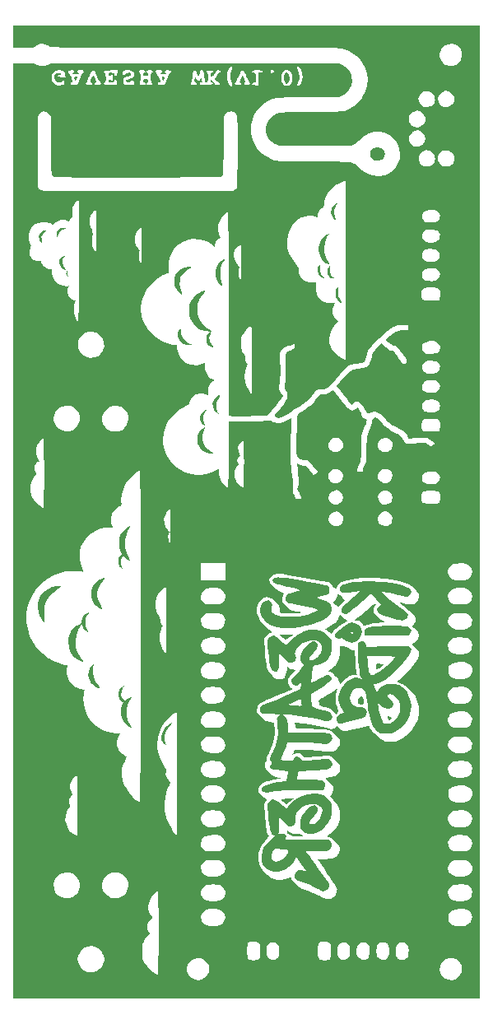
<source format=gbr>
%TF.GenerationSoftware,KiCad,Pcbnew,(6.0.9)*%
%TF.CreationDate,2023-05-10T12:51:21+05:30*%
%TF.ProjectId,WeatherKids_Compact(V1.0),57656174-6865-4724-9b69-64735f436f6d,rev?*%
%TF.SameCoordinates,Original*%
%TF.FileFunction,Legend,Bot*%
%TF.FilePolarity,Positive*%
%FSLAX46Y46*%
G04 Gerber Fmt 4.6, Leading zero omitted, Abs format (unit mm)*
G04 Created by KiCad (PCBNEW (6.0.9)) date 2023-05-10 12:51:21*
%MOMM*%
%LPD*%
G01*
G04 APERTURE LIST*
%ADD10C,0.300000*%
G04 APERTURE END LIST*
D10*
%TO.C,G\u002A\u002A\u002A*%
X23238000Y-48657428D02*
X23165428Y-48512285D01*
X23165428Y-48294571D01*
X23238000Y-48076857D01*
X23383142Y-47931714D01*
X23528285Y-47859142D01*
X23818571Y-47786571D01*
X24036285Y-47786571D01*
X24326571Y-47859142D01*
X24471714Y-47931714D01*
X24616857Y-48076857D01*
X24689428Y-48294571D01*
X24689428Y-48439714D01*
X24616857Y-48657428D01*
X24544285Y-48730000D01*
X24036285Y-48730000D01*
X24036285Y-48439714D01*
X23165428Y-49600857D02*
X23528285Y-49600857D01*
X23383142Y-49238000D02*
X23528285Y-49600857D01*
X23383142Y-49963714D01*
X23818571Y-49383142D02*
X23528285Y-49600857D01*
X23818571Y-49818571D01*
X23165428Y-50762000D02*
X23528285Y-50762000D01*
X23383142Y-50399142D02*
X23528285Y-50762000D01*
X23383142Y-51124857D01*
X23818571Y-50544285D02*
X23528285Y-50762000D01*
X23818571Y-50979714D01*
X23165428Y-51923142D02*
X23528285Y-51923142D01*
X23383142Y-51560285D02*
X23528285Y-51923142D01*
X23383142Y-52286000D01*
X23818571Y-51705428D02*
X23528285Y-51923142D01*
X23818571Y-52140857D01*
G36*
X3516525Y-4004018D02*
G01*
X3871779Y-3830208D01*
X4745147Y-3830246D01*
X6976139Y-3830343D01*
X8230393Y-3830398D01*
X10704688Y-3830506D01*
X11880291Y-3830557D01*
X13244225Y-3830617D01*
X15893188Y-3830732D01*
X21088605Y-3830959D01*
X22401448Y-3831016D01*
X23575547Y-3831067D01*
X25319811Y-3831143D01*
X26617347Y-3831200D01*
X28205880Y-3831269D01*
X29281124Y-3831316D01*
X33491927Y-3831500D01*
X33825177Y-3986682D01*
X34122865Y-4171803D01*
X34404632Y-4429927D01*
X34632193Y-4721439D01*
X34770128Y-5008056D01*
X34817733Y-5199835D01*
X34849783Y-5676088D01*
X34758879Y-6123177D01*
X34551504Y-6526624D01*
X34234144Y-6871947D01*
X33813283Y-7144667D01*
X33491927Y-7302864D01*
X30250781Y-7336730D01*
X29564035Y-7344013D01*
X28936673Y-7351235D01*
X28418094Y-7358382D01*
X27996080Y-7366081D01*
X27658414Y-7374963D01*
X27392879Y-7385654D01*
X27187258Y-7398785D01*
X27029333Y-7414983D01*
X26906888Y-7434878D01*
X26807704Y-7459097D01*
X26719565Y-7488270D01*
X26630253Y-7523026D01*
X26156709Y-7750774D01*
X25616915Y-8123735D01*
X25170758Y-8570392D01*
X24823595Y-9077723D01*
X24580782Y-9632708D01*
X24447677Y-10222324D01*
X24429636Y-10833551D01*
X24449730Y-10955200D01*
X24532017Y-11453367D01*
X24760176Y-12068751D01*
X25053599Y-12561431D01*
X25485901Y-13045741D01*
X26022901Y-13450831D01*
X26662707Y-13775002D01*
X26730177Y-13801636D01*
X26808342Y-13827655D01*
X26898796Y-13849686D01*
X27012446Y-13868180D01*
X27160203Y-13883593D01*
X27352975Y-13896379D01*
X27601671Y-13906990D01*
X27917200Y-13915881D01*
X28310472Y-13923506D01*
X28792396Y-13930318D01*
X29373880Y-13936772D01*
X30065834Y-13943321D01*
X30879167Y-13950420D01*
X31578531Y-13956018D01*
X32309355Y-13961609D01*
X32928193Y-13967478D01*
X33446126Y-13975260D01*
X33874237Y-13986589D01*
X34186458Y-14001345D01*
X34223608Y-14003101D01*
X34505321Y-14026429D01*
X34730458Y-14058209D01*
X34910101Y-14100075D01*
X35055332Y-14153662D01*
X35177234Y-14220605D01*
X35286887Y-14302538D01*
X35395375Y-14401096D01*
X35513778Y-14517914D01*
X35653180Y-14654626D01*
X35903376Y-14881173D01*
X36265832Y-15147047D01*
X36623754Y-15318871D01*
X37010812Y-15411254D01*
X37460677Y-15438802D01*
X37474330Y-15438795D01*
X37787771Y-15431962D01*
X38019106Y-15406410D01*
X38216404Y-15353476D01*
X38427730Y-15264496D01*
X38848208Y-15019339D01*
X39238072Y-14660304D01*
X39550945Y-14199780D01*
X39628328Y-14053156D01*
X39708453Y-13871777D01*
X39732501Y-13777775D01*
X41699511Y-13777775D01*
X41795590Y-14063588D01*
X42001157Y-14312158D01*
X42103799Y-14387748D01*
X42286042Y-14459993D01*
X42533690Y-14479687D01*
X42642907Y-14477801D01*
X42816416Y-14451998D01*
X42957203Y-14375534D01*
X42985014Y-14350071D01*
X43123928Y-14222886D01*
X43172555Y-14173419D01*
X43305262Y-14013687D01*
X43365739Y-13866507D01*
X43379615Y-13677182D01*
X43377449Y-13610545D01*
X43359146Y-13534508D01*
X43687524Y-13534508D01*
X43701669Y-13833639D01*
X43830963Y-14135802D01*
X44007707Y-14319294D01*
X44264730Y-14440513D01*
X44553026Y-14476482D01*
X44838518Y-14428411D01*
X45087124Y-14297506D01*
X45264766Y-14084977D01*
X45266465Y-14081675D01*
X45361668Y-13773352D01*
X45349224Y-13464612D01*
X45240446Y-13184721D01*
X45046645Y-12962947D01*
X44779134Y-12828557D01*
X44471567Y-12796921D01*
X44180551Y-12869615D01*
X43942510Y-13031065D01*
X43772986Y-13259840D01*
X43687524Y-13534508D01*
X43359146Y-13534508D01*
X43298764Y-13283656D01*
X43111082Y-13029496D01*
X42819908Y-12856140D01*
X42650339Y-12799855D01*
X42478469Y-12782273D01*
X42296905Y-12823539D01*
X42012480Y-12977316D01*
X41813527Y-13206594D01*
X41707347Y-13482762D01*
X41699511Y-13777775D01*
X39732501Y-13777775D01*
X39752744Y-13698645D01*
X39771605Y-13486940D01*
X39775447Y-13189843D01*
X39773746Y-13057414D01*
X39735285Y-12637442D01*
X39633843Y-12289098D01*
X39453129Y-11970156D01*
X39268878Y-11748902D01*
X40690545Y-11748902D01*
X40782747Y-12010092D01*
X40960215Y-12226722D01*
X41214847Y-12374508D01*
X41538538Y-12429166D01*
X41751020Y-12415359D01*
X41920811Y-12352230D01*
X42098374Y-12211920D01*
X42171759Y-12137047D01*
X42334889Y-11865098D01*
X42383731Y-11572237D01*
X42322463Y-11285516D01*
X42155262Y-11031984D01*
X41886305Y-10838693D01*
X41580510Y-10740912D01*
X41303901Y-10766660D01*
X41034337Y-10918226D01*
X41006574Y-10940810D01*
X40794355Y-11189977D01*
X40691714Y-11467436D01*
X40690545Y-11748902D01*
X39268878Y-11748902D01*
X39176848Y-11638389D01*
X39092195Y-11552160D01*
X38656113Y-11215793D01*
X38165886Y-10993049D01*
X37639386Y-10890149D01*
X37094485Y-10913317D01*
X36897240Y-10951021D01*
X36589166Y-11045402D01*
X36303065Y-11191296D01*
X36005734Y-11407238D01*
X35663967Y-11711758D01*
X35537240Y-11827894D01*
X35302969Y-12025284D01*
X35094062Y-12181135D01*
X34944379Y-12269216D01*
X34904986Y-12283009D01*
X34817317Y-12302408D01*
X34690521Y-12318634D01*
X34514248Y-12331938D01*
X34278145Y-12342571D01*
X33971862Y-12350785D01*
X33585047Y-12356830D01*
X33107349Y-12360959D01*
X32528417Y-12363422D01*
X31837899Y-12364471D01*
X31025443Y-12364357D01*
X27340365Y-12361787D01*
X26994802Y-12193008D01*
X26939516Y-12164966D01*
X26553775Y-11897223D01*
X26269375Y-11566101D01*
X26085835Y-11190278D01*
X26002676Y-10788431D01*
X26019416Y-10379240D01*
X26135578Y-9981381D01*
X26350679Y-9613533D01*
X26393988Y-9569451D01*
X40668750Y-9569451D01*
X40668786Y-9575992D01*
X40726725Y-9855692D01*
X40873676Y-10119615D01*
X41078181Y-10310804D01*
X41218280Y-10379384D01*
X41525126Y-10435386D01*
X41580510Y-10425775D01*
X41827462Y-10382918D01*
X42092166Y-10230832D01*
X42286112Y-9987980D01*
X42364608Y-9760960D01*
X42365954Y-9458608D01*
X42265820Y-9177364D01*
X42080314Y-8943699D01*
X41825544Y-8784086D01*
X41517617Y-8725000D01*
X41366447Y-8746009D01*
X41110353Y-8866503D01*
X40886861Y-9065638D01*
X40728739Y-9310819D01*
X40668750Y-9569451D01*
X26393988Y-9569451D01*
X26664240Y-9294373D01*
X27075781Y-9042580D01*
X27152869Y-9008209D01*
X27230602Y-8979044D01*
X27320206Y-8954832D01*
X27433721Y-8934945D01*
X27583191Y-8918753D01*
X27780655Y-8905627D01*
X28038156Y-8894940D01*
X28367735Y-8886062D01*
X28781433Y-8878365D01*
X29291291Y-8871220D01*
X29909352Y-8863997D01*
X30647656Y-8856069D01*
X31347395Y-8848555D01*
X31972380Y-8841273D01*
X32488707Y-8834079D01*
X32908538Y-8826344D01*
X33244032Y-8817439D01*
X33507351Y-8806734D01*
X33710656Y-8793598D01*
X33866108Y-8777404D01*
X33985868Y-8757520D01*
X34082097Y-8733319D01*
X34166955Y-8704169D01*
X34252604Y-8669441D01*
X34460229Y-8575727D01*
X35043491Y-8227524D01*
X35533714Y-7799741D01*
X35844739Y-7405129D01*
X41679678Y-7405129D01*
X41683646Y-7685569D01*
X41793057Y-7953072D01*
X41984599Y-8179269D01*
X42234962Y-8335792D01*
X42478469Y-8385604D01*
X42520833Y-8394270D01*
X42610744Y-8387430D01*
X42882321Y-8299869D01*
X43128500Y-8136515D01*
X43296108Y-7929264D01*
X43325935Y-7863395D01*
X43383792Y-7565217D01*
X43375812Y-7520219D01*
X43693419Y-7520219D01*
X43731345Y-7791001D01*
X43865529Y-8060332D01*
X44073305Y-8255688D01*
X44330160Y-8367283D01*
X44471567Y-8376353D01*
X44611583Y-8385334D01*
X44893064Y-8300056D01*
X45150090Y-8101667D01*
X45164055Y-8086328D01*
X45292446Y-7920063D01*
X45351114Y-7756443D01*
X45365104Y-7528731D01*
X45364754Y-7476805D01*
X45346184Y-7273422D01*
X45281359Y-7125773D01*
X45145425Y-6970737D01*
X45053772Y-6888019D01*
X44769351Y-6727636D01*
X44473274Y-6690600D01*
X44182969Y-6780357D01*
X43939261Y-6955404D01*
X43755433Y-7213841D01*
X43693419Y-7520219D01*
X43375812Y-7520219D01*
X43332593Y-7276519D01*
X43190060Y-7021414D01*
X42973916Y-6824013D01*
X42701885Y-6708430D01*
X42391689Y-6698777D01*
X42207382Y-6766101D01*
X41982777Y-6930400D01*
X41795044Y-7147750D01*
X41685823Y-7378081D01*
X41679678Y-7405129D01*
X35844739Y-7405129D01*
X35924416Y-7304039D01*
X36209111Y-6752079D01*
X36381316Y-6155522D01*
X36434547Y-5526029D01*
X36362320Y-4875260D01*
X36202797Y-4352057D01*
X35912764Y-3798913D01*
X35521126Y-3307116D01*
X35041762Y-2890805D01*
X34938886Y-2830055D01*
X43862306Y-2830055D01*
X43867444Y-3174145D01*
X43979908Y-3502826D01*
X44194431Y-3791715D01*
X44473274Y-3992996D01*
X44505742Y-4016433D01*
X44827035Y-4126204D01*
X45185551Y-4131460D01*
X45523799Y-4022516D01*
X45817655Y-3807559D01*
X45928551Y-3653631D01*
X46042996Y-3494776D01*
X46063799Y-3451229D01*
X46151488Y-3107123D01*
X46130422Y-2745732D01*
X46002418Y-2415341D01*
X45755739Y-2121139D01*
X45450241Y-1931661D01*
X45110414Y-1849312D01*
X44760472Y-1876040D01*
X44424629Y-2013791D01*
X44127099Y-2264514D01*
X43969766Y-2494934D01*
X43862306Y-2830055D01*
X34938886Y-2830055D01*
X34488548Y-2564122D01*
X33875362Y-2341205D01*
X33861356Y-2337825D01*
X33799568Y-2326970D01*
X33711579Y-2316954D01*
X33592336Y-2307746D01*
X33436787Y-2299313D01*
X33239880Y-2291622D01*
X32996564Y-2284641D01*
X32701786Y-2278336D01*
X32350495Y-2272675D01*
X31937638Y-2267625D01*
X31458165Y-2263154D01*
X30907022Y-2259228D01*
X30279159Y-2255815D01*
X29569523Y-2252883D01*
X28773062Y-2250399D01*
X27884725Y-2248329D01*
X26899459Y-2246641D01*
X25812213Y-2245303D01*
X24617935Y-2244281D01*
X23311572Y-2243544D01*
X21888074Y-2243058D01*
X20342388Y-2242790D01*
X18669462Y-2242708D01*
X17167215Y-2242668D01*
X15626234Y-2242509D01*
X14207874Y-2242193D01*
X12907054Y-2241682D01*
X11718695Y-2240939D01*
X10637717Y-2239928D01*
X9659039Y-2238611D01*
X8777582Y-2236950D01*
X7988265Y-2234908D01*
X7286009Y-2232448D01*
X6665733Y-2229533D01*
X6122358Y-2226125D01*
X5650803Y-2222188D01*
X5245988Y-2217683D01*
X4902833Y-2212574D01*
X4616258Y-2206823D01*
X4381184Y-2200393D01*
X4192529Y-2193247D01*
X4045214Y-2185348D01*
X3934160Y-2176657D01*
X3854285Y-2167139D01*
X3800509Y-2156755D01*
X3767754Y-2145469D01*
X3750938Y-2133243D01*
X3734981Y-2115215D01*
X3536617Y-1977336D01*
X3262161Y-1881653D01*
X2960219Y-1845833D01*
X2788273Y-1867801D01*
X2577421Y-1930046D01*
X2378261Y-2015656D01*
X2230007Y-2107574D01*
X2171875Y-2188742D01*
X2138963Y-2201878D01*
X1994731Y-2218124D01*
X1755705Y-2231063D01*
X1443685Y-2239617D01*
X1080469Y-2242708D01*
X-10937Y-2242708D01*
X-10937Y6250D01*
X48010938Y6250D01*
X48010938Y-100006250D01*
X-10937Y-100006250D01*
X-10937Y-95976860D01*
X6630234Y-95976860D01*
X6672383Y-96318045D01*
X6734736Y-96505475D01*
X6942931Y-96850268D01*
X7237783Y-97119637D01*
X7595604Y-97294934D01*
X7992708Y-97357511D01*
X8183545Y-97343014D01*
X8564310Y-97224731D01*
X8895668Y-97003587D01*
X9152524Y-96699141D01*
X9309783Y-96330955D01*
X9353550Y-96119076D01*
X9360715Y-95875807D01*
X9300940Y-95634570D01*
X9166574Y-95342540D01*
X9100372Y-95243750D01*
X13251302Y-95243750D01*
X13254117Y-95555831D01*
X13267377Y-95788464D01*
X13297834Y-95963280D01*
X13352239Y-96118292D01*
X13437341Y-96291514D01*
X13450493Y-96316162D01*
X13743898Y-96756607D01*
X14108002Y-97141820D01*
X14506722Y-97433276D01*
X14652337Y-97514155D01*
X14808210Y-97593456D01*
X14888411Y-97624379D01*
X14892188Y-97611807D01*
X14900486Y-97492899D01*
X14908272Y-97257387D01*
X14915421Y-96916170D01*
X14915812Y-96889523D01*
X17847422Y-96889523D01*
X17864115Y-97225526D01*
X17996555Y-97572870D01*
X18103559Y-97730789D01*
X18365151Y-97964156D01*
X18675965Y-98100932D01*
X19010996Y-98143110D01*
X19345239Y-98092685D01*
X19653689Y-97951649D01*
X19911340Y-97721996D01*
X20093188Y-97405719D01*
X20104937Y-97372487D01*
X20146456Y-97083351D01*
X43853197Y-97083351D01*
X43931866Y-97423025D01*
X44127099Y-97735485D01*
X44143125Y-97753410D01*
X44440835Y-97994814D01*
X44776261Y-98125930D01*
X45124646Y-98148725D01*
X45461232Y-98065162D01*
X45761262Y-97877207D01*
X45999976Y-97586826D01*
X46104970Y-97355244D01*
X46159937Y-97014857D01*
X46110800Y-96689156D01*
X45973203Y-96394927D01*
X45762785Y-96148955D01*
X45495189Y-95968025D01*
X45186056Y-95868922D01*
X44851026Y-95868431D01*
X44505742Y-95983337D01*
X44263948Y-96144596D01*
X44024501Y-96419783D01*
X43885830Y-96740819D01*
X43853197Y-97083351D01*
X20146456Y-97083351D01*
X20152771Y-97039376D01*
X20099458Y-96690188D01*
X19957094Y-96368715D01*
X19737771Y-96118749D01*
X19583685Y-96014055D01*
X19252751Y-95884338D01*
X18921913Y-95862544D01*
X18607692Y-95934877D01*
X18326612Y-96087538D01*
X18095192Y-96306732D01*
X17929955Y-96578659D01*
X17847422Y-96889523D01*
X14915812Y-96889523D01*
X14921811Y-96480146D01*
X14927316Y-95960215D01*
X14931814Y-95367273D01*
X14931939Y-95343036D01*
X24067151Y-95343036D01*
X24073765Y-95661146D01*
X24101741Y-95875295D01*
X24165878Y-96006051D01*
X24280976Y-96073982D01*
X24461836Y-96099658D01*
X24723256Y-96103645D01*
X24977215Y-96092349D01*
X25141963Y-96051603D01*
X25256771Y-95971354D01*
X25302351Y-95918373D01*
X25347270Y-95826112D01*
X25373592Y-95687592D01*
X25385971Y-95474162D01*
X25389063Y-95157173D01*
X25388969Y-95103257D01*
X26050521Y-95103257D01*
X26050570Y-95127593D01*
X26067583Y-95464942D01*
X26122726Y-95703445D01*
X26227033Y-95872120D01*
X26391540Y-95999983D01*
X26421189Y-96016408D01*
X26682248Y-96083473D01*
X26946687Y-96031702D01*
X27179884Y-95866937D01*
X27238301Y-95797104D01*
X27303011Y-95670114D01*
X27338773Y-95492307D01*
X27356754Y-95223027D01*
X27356155Y-95142378D01*
X31342187Y-95142378D01*
X31342422Y-95256655D01*
X31351059Y-95598489D01*
X31382487Y-95833486D01*
X31450659Y-95981572D01*
X31569525Y-96062676D01*
X31753034Y-96096724D01*
X32015139Y-96103645D01*
X32049441Y-96103543D01*
X32299302Y-96091439D01*
X32456462Y-96053742D01*
X32555634Y-95982682D01*
X32576407Y-95956514D01*
X32620070Y-95860088D01*
X32647248Y-95707141D01*
X32661180Y-95472473D01*
X32663729Y-95250580D01*
X33338183Y-95250580D01*
X33344195Y-95343374D01*
X33374141Y-95581337D01*
X33428920Y-95742121D01*
X33521023Y-95867901D01*
X33538758Y-95886174D01*
X33778701Y-96043776D01*
X34043644Y-96083394D01*
X34304518Y-96006554D01*
X34532253Y-95814784D01*
X34544974Y-95798069D01*
X34605186Y-95667276D01*
X34637696Y-95466911D01*
X34648008Y-95166142D01*
X34648067Y-95132201D01*
X34646101Y-95041764D01*
X35324409Y-95041764D01*
X35331618Y-95363656D01*
X35404022Y-95656596D01*
X35542050Y-95877750D01*
X35596157Y-95926642D01*
X35841658Y-96054824D01*
X36104818Y-96074319D01*
X36351063Y-95987866D01*
X36545817Y-95798207D01*
X36589661Y-95696227D01*
X36639183Y-95475709D01*
X36670556Y-95208942D01*
X36671851Y-95166142D01*
X37362929Y-95166142D01*
X37363321Y-95222908D01*
X37376853Y-95505337D01*
X37413473Y-95692352D01*
X37478684Y-95814784D01*
X37495401Y-95834787D01*
X37727121Y-96017358D01*
X37989541Y-96084567D01*
X38253747Y-96034923D01*
X38490821Y-95866937D01*
X38549238Y-95797104D01*
X38613948Y-95670114D01*
X38649711Y-95492307D01*
X38667692Y-95223027D01*
X38666646Y-95138399D01*
X39345833Y-95138399D01*
X39346035Y-95216228D01*
X39353683Y-95453470D01*
X39380680Y-95610858D01*
X39438221Y-95730136D01*
X39537502Y-95853052D01*
X39648980Y-95964429D01*
X39801307Y-96047052D01*
X40007292Y-96067566D01*
X40159938Y-96058340D01*
X40321162Y-95997790D01*
X40477082Y-95853052D01*
X40506822Y-95819242D01*
X40594459Y-95701199D01*
X40643196Y-95576208D01*
X40664228Y-95402523D01*
X40668750Y-95138399D01*
X40668421Y-95036289D01*
X40660329Y-94810629D01*
X40632899Y-94663522D01*
X40574975Y-94554954D01*
X40475401Y-94444911D01*
X40410323Y-94384120D01*
X40232827Y-94279451D01*
X40007292Y-94251562D01*
X39917888Y-94254578D01*
X39717899Y-94305827D01*
X39539183Y-94444911D01*
X39499835Y-94485109D01*
X39415725Y-94590151D01*
X39369459Y-94707371D01*
X39349880Y-94876782D01*
X39345833Y-95138399D01*
X38666646Y-95138399D01*
X38663887Y-94915099D01*
X38603021Y-94608851D01*
X38471698Y-94403267D01*
X38262247Y-94287716D01*
X37966999Y-94251562D01*
X37854886Y-94256786D01*
X37684645Y-94312085D01*
X37532703Y-94455075D01*
X37521268Y-94468783D01*
X37436617Y-94588273D01*
X37388526Y-94717036D01*
X37367222Y-94896012D01*
X37362929Y-95166142D01*
X36671851Y-95166142D01*
X36678518Y-94945812D01*
X36657809Y-94736205D01*
X36634035Y-94657238D01*
X36492683Y-94446885D01*
X36278912Y-94307937D01*
X36028076Y-94250519D01*
X35775531Y-94284759D01*
X35556630Y-94420784D01*
X35503859Y-94482468D01*
X35381965Y-94733756D01*
X35324409Y-95041764D01*
X34646101Y-95041764D01*
X34642444Y-94873593D01*
X34618780Y-94701829D01*
X34567302Y-94575970D01*
X34478235Y-94455075D01*
X34401359Y-94371738D01*
X34249348Y-94276028D01*
X34043938Y-94251562D01*
X33830874Y-94270235D01*
X33588536Y-94369815D01*
X33429007Y-94561635D01*
X33347238Y-94852842D01*
X33338183Y-95250580D01*
X32663729Y-95250580D01*
X32665104Y-95130885D01*
X32664990Y-95036327D01*
X32658078Y-94700920D01*
X32629680Y-94472517D01*
X32564916Y-94330595D01*
X32448908Y-94254632D01*
X32266777Y-94224104D01*
X32003646Y-94218489D01*
X31920838Y-94218729D01*
X31683171Y-94229026D01*
X31521469Y-94269581D01*
X31421125Y-94360793D01*
X31367534Y-94523063D01*
X31346090Y-94776791D01*
X31342187Y-95142378D01*
X27356155Y-95142378D01*
X27354685Y-94944429D01*
X27297603Y-94627080D01*
X27170238Y-94412139D01*
X26965966Y-94290126D01*
X26678167Y-94251562D01*
X26653355Y-94251904D01*
X26438155Y-94299075D01*
X26243870Y-94444911D01*
X26231265Y-94457591D01*
X26133327Y-94570623D01*
X26078940Y-94687367D01*
X26055530Y-94850639D01*
X26050521Y-95103257D01*
X25388969Y-95103257D01*
X25388872Y-95047892D01*
X25380724Y-94710273D01*
X25349591Y-94479349D01*
X25280584Y-94334914D01*
X25158816Y-94256763D01*
X24969401Y-94224690D01*
X24697451Y-94218489D01*
X24613802Y-94218959D01*
X24358613Y-94231059D01*
X24205478Y-94262603D01*
X24130892Y-94317708D01*
X24107851Y-94408168D01*
X24087010Y-94605776D01*
X24072705Y-94877148D01*
X24067159Y-95191813D01*
X24067151Y-95343036D01*
X14931939Y-95343036D01*
X14935179Y-94712220D01*
X14937290Y-94005955D01*
X14938021Y-93259375D01*
X14938013Y-93179752D01*
X14936966Y-92374310D01*
X14934362Y-91661913D01*
X19303549Y-91661913D01*
X19340428Y-91955373D01*
X19481252Y-92224331D01*
X19726023Y-92440123D01*
X19841558Y-92496444D01*
X20005596Y-92537740D01*
X20235129Y-92558892D01*
X20563356Y-92564843D01*
X20894384Y-92556376D01*
X21179364Y-92518797D01*
X21387340Y-92440376D01*
X21547194Y-92309552D01*
X21687806Y-92114765D01*
X21695543Y-92101721D01*
X21781364Y-91899028D01*
X21816693Y-91704947D01*
X44736719Y-91704947D01*
X44737008Y-91753876D01*
X44754060Y-91966684D01*
X44812076Y-92117033D01*
X44851026Y-92164767D01*
X44931396Y-92263262D01*
X44980514Y-92311333D01*
X45228645Y-92475538D01*
X45546955Y-92568119D01*
X45960417Y-92597178D01*
X46035968Y-92596413D01*
X46436855Y-92556490D01*
X46744310Y-92450910D01*
X46980459Y-92272633D01*
X47063053Y-92163477D01*
X47169882Y-91904210D01*
X47205212Y-91621813D01*
X47157618Y-91374218D01*
X47034051Y-91178655D01*
X46773997Y-90976580D01*
X46414384Y-90853595D01*
X45960853Y-90812348D01*
X45854771Y-90813964D01*
X45465906Y-90857199D01*
X45166477Y-90965373D01*
X44931396Y-91146633D01*
X44904739Y-91174984D01*
X44797833Y-91317676D01*
X44748607Y-91474884D01*
X44736719Y-91704947D01*
X21816693Y-91704947D01*
X21815346Y-91669022D01*
X21744554Y-91411796D01*
X21588180Y-91159763D01*
X21376800Y-90964401D01*
X21350297Y-90948986D01*
X21143434Y-90883376D01*
X20856150Y-90845575D01*
X20529607Y-90835447D01*
X20204964Y-90852861D01*
X19923383Y-90897680D01*
X19726023Y-90969772D01*
X19541628Y-91116145D01*
X19370616Y-91372615D01*
X19303549Y-91661913D01*
X14934362Y-91661913D01*
X14934247Y-91630590D01*
X14929977Y-90957415D01*
X14924276Y-90363604D01*
X14917264Y-89857979D01*
X14909061Y-89449360D01*
X14899788Y-89146568D01*
X14893871Y-89037673D01*
X19312809Y-89037673D01*
X19322532Y-89348599D01*
X19451613Y-89633178D01*
X19694730Y-89867415D01*
X19753464Y-89904871D01*
X19878155Y-89963696D01*
X20029680Y-89998053D01*
X20243147Y-90014097D01*
X20529607Y-90017680D01*
X20553662Y-90017981D01*
X20842987Y-90010362D01*
X21182343Y-89966852D01*
X21428045Y-89876987D01*
X21600959Y-89731921D01*
X21721949Y-89522811D01*
X21799123Y-89280114D01*
X21798630Y-89028560D01*
X21696322Y-88765537D01*
X21678166Y-88732978D01*
X21515098Y-88529378D01*
X21291405Y-88395082D01*
X20985516Y-88321100D01*
X20575861Y-88298437D01*
X20522656Y-88298682D01*
X20117286Y-88323749D01*
X19815293Y-88395278D01*
X19595726Y-88520806D01*
X19437633Y-88707868D01*
X19427765Y-88724399D01*
X19312809Y-89037673D01*
X14893871Y-89037673D01*
X14889565Y-88958424D01*
X14878512Y-88893750D01*
X14873122Y-88894769D01*
X14792293Y-88952679D01*
X14654521Y-89081879D01*
X14486307Y-89257773D01*
X14358926Y-89408798D01*
X14102497Y-89810852D01*
X13937943Y-90230170D01*
X13880334Y-90632559D01*
X13880430Y-90641092D01*
X13909716Y-90843941D01*
X13979844Y-91087304D01*
X14074262Y-91328594D01*
X14176419Y-91525222D01*
X14269764Y-91634600D01*
X14334751Y-91700362D01*
X14302248Y-91781607D01*
X14152277Y-91888133D01*
X14031717Y-91978586D01*
X13855850Y-92219609D01*
X13766887Y-92514103D01*
X13772950Y-92825145D01*
X13882164Y-93115811D01*
X14016438Y-93336050D01*
X13805923Y-93575814D01*
X13715432Y-93691149D01*
X13557848Y-93932566D01*
X13423355Y-94182398D01*
X13365969Y-94311292D01*
X13306161Y-94484921D01*
X13271399Y-94671776D01*
X13255255Y-94911503D01*
X13251302Y-95243750D01*
X9100372Y-95243750D01*
X9006183Y-95103196D01*
X8724214Y-94857680D01*
X8392010Y-94707553D01*
X8033177Y-94652480D01*
X7671325Y-94692128D01*
X7330059Y-94826160D01*
X7032988Y-95054243D01*
X6803718Y-95376041D01*
X6689623Y-95644677D01*
X6630234Y-95976860D01*
X-10937Y-95976860D01*
X-10937Y-88343100D01*
X4156372Y-88343100D01*
X4191828Y-88734090D01*
X4328806Y-89098321D01*
X4564127Y-89403223D01*
X4643690Y-89471359D01*
X4975978Y-89657315D01*
X5341256Y-89736868D01*
X5714829Y-89716909D01*
X6071997Y-89604331D01*
X6388064Y-89406026D01*
X6638333Y-89128886D01*
X6798106Y-88779802D01*
X6832218Y-88633213D01*
X6835931Y-88540179D01*
X9136185Y-88540179D01*
X9241226Y-88920252D01*
X9467494Y-89269743D01*
X9709128Y-89490448D01*
X10059134Y-89674556D01*
X10432679Y-89749609D01*
X10806816Y-89718249D01*
X11158598Y-89583122D01*
X11465079Y-89346871D01*
X11703312Y-89012140D01*
X11794237Y-88742413D01*
X11829115Y-88416827D01*
X11799384Y-88116735D01*
X11668747Y-87751312D01*
X11452290Y-87454138D01*
X11169946Y-87232736D01*
X10841644Y-87094628D01*
X10487318Y-87047335D01*
X10126896Y-87098380D01*
X9780311Y-87255283D01*
X9467494Y-87525568D01*
X9289788Y-87777808D01*
X9152373Y-88151904D01*
X9136185Y-88540179D01*
X6835931Y-88540179D01*
X6847424Y-88252158D01*
X6742137Y-87891358D01*
X6511437Y-87529348D01*
X6406203Y-87413173D01*
X6095194Y-87192626D01*
X5740251Y-87076175D01*
X5366858Y-87062638D01*
X5000498Y-87150833D01*
X4666654Y-87339579D01*
X4390809Y-87627694D01*
X4225617Y-87957916D01*
X4156372Y-88343100D01*
X-10937Y-88343100D01*
X-10937Y-86587400D01*
X19303893Y-86587400D01*
X19346759Y-86908400D01*
X19488325Y-87172777D01*
X19731870Y-87358724D01*
X20080504Y-87468555D01*
X20537340Y-87504584D01*
X20575861Y-87502476D01*
X20915762Y-87483875D01*
X21234467Y-87407690D01*
X21476646Y-87265869D01*
X21667041Y-87048421D01*
X21702653Y-86990038D01*
X21797008Y-86697623D01*
X21774517Y-86400913D01*
X21642311Y-86130940D01*
X21407517Y-85918737D01*
X21362327Y-85892768D01*
X21231999Y-85838593D01*
X21066990Y-85805795D01*
X20834824Y-85789577D01*
X20503025Y-85785143D01*
X19817249Y-85784895D01*
X19560447Y-86041697D01*
X19514022Y-86088888D01*
X19379981Y-86249689D01*
X19318524Y-86397596D01*
X19303893Y-86587400D01*
X-10937Y-86587400D01*
X-10937Y-84122495D01*
X19303893Y-84122495D01*
X19304529Y-84175404D01*
X19328165Y-84349992D01*
X19404885Y-84495994D01*
X19560447Y-84668198D01*
X19817249Y-84925000D01*
X20503025Y-84924752D01*
X20903241Y-84911611D01*
X21219491Y-84864133D01*
X21447258Y-84773697D01*
X21607694Y-84631711D01*
X21721949Y-84429582D01*
X21804763Y-84152095D01*
X21788859Y-83908150D01*
X21667041Y-83661474D01*
X21495072Y-83459940D01*
X21258430Y-83311881D01*
X20947433Y-83230334D01*
X20537340Y-83205311D01*
X20106004Y-83236925D01*
X19750659Y-83342048D01*
X19500599Y-83523142D01*
X19352714Y-83782520D01*
X19303893Y-84122495D01*
X-10937Y-84122495D01*
X-10937Y-81761372D01*
X5350831Y-81761372D01*
X5366858Y-81836533D01*
X5447439Y-82214429D01*
X5655990Y-82626431D01*
X5754422Y-82749667D01*
X5945232Y-82937474D01*
X6156577Y-83104994D01*
X6353191Y-83225271D01*
X6499808Y-83271354D01*
X6513612Y-83268408D01*
X6535618Y-83243469D01*
X6553766Y-83184026D01*
X6568420Y-83079213D01*
X6579943Y-82918164D01*
X6588698Y-82690016D01*
X6595047Y-82383903D01*
X6599353Y-81988960D01*
X6601980Y-81494322D01*
X6603290Y-80889123D01*
X6603646Y-80162500D01*
X6603652Y-79778368D01*
X6603271Y-79090505D01*
X6601392Y-78520904D01*
X6596848Y-78060162D01*
X6588470Y-77698870D01*
X6575092Y-77427623D01*
X6555544Y-77237014D01*
X6528660Y-77117638D01*
X6493272Y-77060087D01*
X6448212Y-77054955D01*
X6392312Y-77092836D01*
X6324404Y-77164324D01*
X6243322Y-77260012D01*
X6237174Y-77267346D01*
X5977655Y-77654364D01*
X5843792Y-78039463D01*
X5837017Y-78415027D01*
X5958761Y-78773437D01*
X6118589Y-79071093D01*
X5931170Y-79246460D01*
X5870152Y-79308159D01*
X5770370Y-79474162D01*
X5743750Y-79693842D01*
X5744885Y-79742356D01*
X5770788Y-79944330D01*
X5820160Y-80088208D01*
X5853763Y-80171984D01*
X5828799Y-80280275D01*
X5722238Y-80439119D01*
X5490051Y-80844378D01*
X5365319Y-81295332D01*
X5350831Y-81761372D01*
X-10937Y-81761372D01*
X-10937Y-60597233D01*
X1344653Y-60597233D01*
X1351926Y-61331253D01*
X1469395Y-62053401D01*
X1694993Y-62750810D01*
X2026654Y-63410609D01*
X2462312Y-64019930D01*
X2999901Y-64565903D01*
X3637357Y-65035659D01*
X3716222Y-65082687D01*
X4002597Y-65232030D01*
X4335599Y-65382383D01*
X4682508Y-65521187D01*
X5010602Y-65635881D01*
X5287161Y-65713908D01*
X5479464Y-65742708D01*
X5487452Y-65742756D01*
X5586190Y-65768582D01*
X5580765Y-65858463D01*
X5579626Y-65861420D01*
X5506136Y-66193419D01*
X5504911Y-66581636D01*
X5576175Y-66971895D01*
X5577199Y-66975430D01*
X5750793Y-67357104D01*
X6023669Y-67701675D01*
X6364536Y-67977448D01*
X6448212Y-68016295D01*
X6742101Y-68152733D01*
X6879893Y-68190953D01*
X7084414Y-68237912D01*
X7218679Y-68256250D01*
X7239557Y-68256753D01*
X7314347Y-68291366D01*
X7302027Y-68405078D01*
X7295316Y-68431934D01*
X7269456Y-68595976D01*
X7243221Y-68838045D01*
X7221375Y-69116145D01*
X7218076Y-69174379D01*
X7245853Y-69852686D01*
X7394262Y-70484980D01*
X7657799Y-71061668D01*
X8030957Y-71573157D01*
X8033177Y-71575188D01*
X8508230Y-72009851D01*
X9084115Y-72362158D01*
X9599089Y-72579415D01*
X10124778Y-72712364D01*
X10487318Y-72740139D01*
X10670413Y-72754166D01*
X11014956Y-72754166D01*
X10826749Y-73127290D01*
X10750821Y-73293068D01*
X10652771Y-73657690D01*
X10669812Y-74011272D01*
X10801199Y-74390606D01*
X10849528Y-74487695D01*
X11025941Y-74737456D01*
X11272550Y-74933789D01*
X11400342Y-75013586D01*
X11554272Y-75105753D01*
X11636258Y-75149433D01*
X11641197Y-75155479D01*
X11625819Y-75243639D01*
X11562418Y-75412137D01*
X11461664Y-75631510D01*
X11349746Y-75888403D01*
X11195679Y-76448341D01*
X11150914Y-77016280D01*
X11216202Y-77565847D01*
X11392293Y-78070672D01*
X11395454Y-78077111D01*
X11634126Y-78489036D01*
X11940077Y-78910648D01*
X12277363Y-79296745D01*
X12610040Y-79602123D01*
X12629653Y-79617468D01*
X12817897Y-79759309D01*
X12963492Y-79859741D01*
X13036328Y-79897875D01*
X13039216Y-79869086D01*
X13043491Y-79719217D01*
X13047654Y-79446225D01*
X13051689Y-79055621D01*
X13055579Y-78552920D01*
X13059310Y-77943634D01*
X13062864Y-77233278D01*
X13066226Y-76427364D01*
X13069380Y-75531405D01*
X13072310Y-74550915D01*
X13073963Y-73899531D01*
X14805729Y-73899531D01*
X14824625Y-74296134D01*
X14878512Y-74579306D01*
X14950302Y-74956558D01*
X15198167Y-75589182D01*
X15573259Y-76209172D01*
X15646391Y-76314600D01*
X15733403Y-76466275D01*
X15754625Y-76576063D01*
X15722549Y-76683667D01*
X15692306Y-76772009D01*
X15686614Y-77036429D01*
X15780890Y-77313417D01*
X15964470Y-77564157D01*
X16186735Y-77786422D01*
X16032028Y-78098028D01*
X15836212Y-78549075D01*
X15630407Y-79274056D01*
X15548561Y-80009005D01*
X15591882Y-80738942D01*
X15761580Y-81448887D01*
X15825702Y-81625766D01*
X16006289Y-82040342D01*
X16221048Y-82451136D01*
X16447343Y-82816771D01*
X16662538Y-83095868D01*
X16852372Y-83304427D01*
X16852864Y-81689309D01*
X19315787Y-81689309D01*
X19437633Y-82002027D01*
X19453068Y-82026473D01*
X19617054Y-82206208D01*
X19844881Y-82325260D01*
X20157499Y-82391164D01*
X20537340Y-82409589D01*
X20575861Y-82411458D01*
X20636699Y-82411085D01*
X21031410Y-82382158D01*
X21325203Y-82300723D01*
X21539650Y-82157787D01*
X21696322Y-81944358D01*
X21700757Y-81935987D01*
X21797382Y-81624797D01*
X21775610Y-81316200D01*
X21643101Y-81039876D01*
X21407517Y-80825508D01*
X21397577Y-80819521D01*
X21263662Y-80755695D01*
X21101408Y-80716755D01*
X20876261Y-80697297D01*
X20553662Y-80691913D01*
X20394805Y-80692600D01*
X20133835Y-80701379D01*
X19953570Y-80725183D01*
X19818904Y-80770165D01*
X19694730Y-80842480D01*
X19678763Y-80853455D01*
X19441673Y-81091026D01*
X19318908Y-81377644D01*
X19315787Y-81689309D01*
X16852864Y-81689309D01*
X16853695Y-78962026D01*
X19303545Y-78962026D01*
X19340446Y-79255455D01*
X19481272Y-79524359D01*
X19726023Y-79740072D01*
X19841260Y-79796248D01*
X20005371Y-79837603D01*
X20234997Y-79858804D01*
X20553662Y-79864617D01*
X20563326Y-79864793D01*
X20894289Y-79856354D01*
X21179304Y-79818796D01*
X21387309Y-79740384D01*
X21547183Y-79609559D01*
X21687806Y-79414765D01*
X21695543Y-79401721D01*
X21781364Y-79199028D01*
X21816693Y-79004947D01*
X21815346Y-78969020D01*
X21744551Y-78711785D01*
X21588166Y-78459754D01*
X21376770Y-78264401D01*
X21350323Y-78249016D01*
X21143473Y-78183393D01*
X20856191Y-78145582D01*
X20529641Y-78135448D01*
X20204987Y-78152858D01*
X19923393Y-78197677D01*
X19726023Y-78269772D01*
X19541519Y-78416261D01*
X19370570Y-78672739D01*
X19303545Y-78962026D01*
X16853695Y-78962026D01*
X16854311Y-76937890D01*
X16854361Y-76572608D01*
X16854255Y-76341220D01*
X19311375Y-76341220D01*
X19323083Y-76650410D01*
X19452767Y-76934175D01*
X19694730Y-77167415D01*
X19753464Y-77204871D01*
X19878155Y-77263696D01*
X20029680Y-77298053D01*
X20243147Y-77314097D01*
X20529641Y-77317681D01*
X20553662Y-77317981D01*
X20842987Y-77310362D01*
X21182343Y-77266852D01*
X21428045Y-77176987D01*
X21600959Y-77031921D01*
X21721949Y-76822811D01*
X21799123Y-76580114D01*
X21798630Y-76328560D01*
X21696322Y-76065537D01*
X21650145Y-75987223D01*
X21485420Y-75803551D01*
X21260676Y-75683564D01*
X20953538Y-75618210D01*
X20541627Y-75598437D01*
X20351928Y-75601358D01*
X20011235Y-75632302D01*
X19762011Y-75705006D01*
X19578079Y-75829312D01*
X19433260Y-76015060D01*
X19423335Y-76031701D01*
X19311375Y-76341220D01*
X16854255Y-76341220D01*
X16853952Y-75681510D01*
X16852821Y-74832438D01*
X16851021Y-74034419D01*
X16850495Y-73874148D01*
X19303646Y-73874148D01*
X19304186Y-73919446D01*
X19350674Y-74238363D01*
X19479375Y-74476674D01*
X19700534Y-74642474D01*
X20024393Y-74743858D01*
X20461198Y-74788921D01*
X20541627Y-74790596D01*
X20666599Y-74793199D01*
X21020440Y-74769909D01*
X21287147Y-74694584D01*
X21493690Y-74557372D01*
X21667041Y-74348421D01*
X21702653Y-74290038D01*
X21797008Y-73997623D01*
X21774517Y-73700913D01*
X21642311Y-73430940D01*
X21407517Y-73218737D01*
X21362327Y-73192768D01*
X21231999Y-73138593D01*
X21066990Y-73105795D01*
X20834824Y-73089577D01*
X20503025Y-73085143D01*
X19817249Y-73084895D01*
X19560447Y-73341697D01*
X19529829Y-73372649D01*
X19387001Y-73539793D01*
X19320192Y-73689160D01*
X19303646Y-73874148D01*
X16850495Y-73874148D01*
X16848600Y-73296480D01*
X16845611Y-72627646D01*
X16842102Y-72036945D01*
X16838126Y-71533403D01*
X16836930Y-71422495D01*
X19303893Y-71422495D01*
X19304529Y-71475404D01*
X19328165Y-71649992D01*
X19404885Y-71795994D01*
X19560447Y-71968198D01*
X19817249Y-72225000D01*
X20503025Y-72224752D01*
X20903241Y-72211611D01*
X21219491Y-72164133D01*
X21447258Y-72073697D01*
X21607694Y-71931711D01*
X21721949Y-71729582D01*
X21729038Y-71712180D01*
X21791527Y-71512763D01*
X21817188Y-71343937D01*
X21792899Y-71209330D01*
X21678457Y-70984760D01*
X21499000Y-70774058D01*
X21286702Y-70621066D01*
X21253340Y-70605908D01*
X21010166Y-70542118D01*
X20695095Y-70509011D01*
X20356184Y-70507253D01*
X20041488Y-70537509D01*
X19799063Y-70600446D01*
X19741852Y-70627503D01*
X19510694Y-70819325D01*
X19358730Y-71094245D01*
X19303893Y-71422495D01*
X16836930Y-71422495D01*
X16833733Y-71126046D01*
X16828974Y-70823901D01*
X16823899Y-70635995D01*
X16818558Y-70571354D01*
X16798776Y-70574655D01*
X16674262Y-70640170D01*
X16489411Y-70773939D01*
X16269678Y-70955254D01*
X16040520Y-71163405D01*
X15827392Y-71377684D01*
X15769546Y-71440683D01*
X15342519Y-71998511D01*
X15041922Y-72588385D01*
X14864182Y-73219120D01*
X14805729Y-73899531D01*
X13073963Y-73899531D01*
X13074999Y-73491407D01*
X13077432Y-72358394D01*
X13079592Y-71157390D01*
X13080755Y-70372605D01*
X25058333Y-70372605D01*
X25061665Y-70466745D01*
X25087939Y-70589347D01*
X25155949Y-70712738D01*
X25283921Y-70866851D01*
X25490082Y-71081615D01*
X25693248Y-71283652D01*
X25848683Y-71418566D01*
X25983123Y-71498305D01*
X26132105Y-71543744D01*
X26331161Y-71575763D01*
X26524711Y-71607865D01*
X26706528Y-71651083D01*
X26799179Y-71690428D01*
X26818336Y-71739661D01*
X26846457Y-71901317D01*
X26872137Y-72142859D01*
X26891556Y-72433541D01*
X26898924Y-72849704D01*
X26863850Y-73282345D01*
X26771771Y-73688888D01*
X26612684Y-74111249D01*
X26376586Y-74591342D01*
X26283155Y-74775247D01*
X26163206Y-75040147D01*
X26081015Y-75259130D01*
X26050521Y-75397724D01*
X26034470Y-75540910D01*
X25992919Y-75626230D01*
X25958709Y-75664607D01*
X25907511Y-75812364D01*
X25884594Y-76012010D01*
X25898467Y-76210873D01*
X25971144Y-76381292D01*
X26100317Y-76541602D01*
X26157347Y-76594059D01*
X26325770Y-76758345D01*
X26500085Y-76937740D01*
X26649854Y-77072972D01*
X26994542Y-77255061D01*
X27389974Y-77317860D01*
X27452228Y-77319108D01*
X27566018Y-77336363D01*
X27561349Y-77370596D01*
X27447256Y-77417605D01*
X27232779Y-77473189D01*
X26926953Y-77533145D01*
X26772468Y-77560795D01*
X26472605Y-77618290D01*
X26217690Y-77671898D01*
X26050521Y-77712844D01*
X26043943Y-77714769D01*
X25699486Y-77858989D01*
X25439579Y-78053877D01*
X25272780Y-78282134D01*
X25207648Y-78526459D01*
X25252743Y-78769550D01*
X25416625Y-78994108D01*
X25484386Y-79056824D01*
X25654623Y-79214144D01*
X25839058Y-79384364D01*
X25945542Y-79491368D01*
X26035387Y-79608795D01*
X26045225Y-79669679D01*
X26043845Y-79670562D01*
X25971411Y-79754414D01*
X25884679Y-79898839D01*
X25873449Y-79921539D01*
X25842036Y-80007630D01*
X25824031Y-80118234D01*
X25819467Y-80274767D01*
X25828377Y-80498644D01*
X25850795Y-80811282D01*
X25886753Y-81234098D01*
X25897931Y-81359557D01*
X25949607Y-81895343D01*
X25998692Y-82317990D01*
X26047899Y-82643282D01*
X26099941Y-82887002D01*
X26157529Y-83064930D01*
X26223377Y-83192851D01*
X26247677Y-83231430D01*
X26277733Y-83310275D01*
X26256001Y-83392664D01*
X26168999Y-83509031D01*
X26003248Y-83689806D01*
X25865503Y-83841235D01*
X25614146Y-84162444D01*
X25432217Y-84482717D01*
X25289960Y-84850478D01*
X25236587Y-85072540D01*
X25200469Y-85439063D01*
X25209462Y-85821885D01*
X25261627Y-86173466D01*
X25355026Y-86446267D01*
X25456289Y-86597945D01*
X25648793Y-86823925D01*
X25890366Y-87071713D01*
X26149599Y-87311006D01*
X26395083Y-87511504D01*
X26595410Y-87642907D01*
X26678167Y-87677671D01*
X26847898Y-87748969D01*
X27167967Y-87813506D01*
X27531469Y-87810629D01*
X27961556Y-87739819D01*
X28481380Y-87600556D01*
X28518352Y-87590343D01*
X28608496Y-87597183D01*
X28630208Y-87700498D01*
X28632635Y-87725688D01*
X28697400Y-87872087D01*
X28822794Y-88022405D01*
X28848168Y-88045726D01*
X29039854Y-88225099D01*
X29184933Y-88369920D01*
X29331190Y-88527679D01*
X29471785Y-88628689D01*
X29721914Y-88744121D01*
X30053861Y-88859263D01*
X30299388Y-88943813D01*
X30658182Y-89086834D01*
X31040729Y-89255483D01*
X31397063Y-89428581D01*
X31504789Y-89483425D01*
X31897829Y-89668942D01*
X32003646Y-89709324D01*
X32193402Y-89781740D01*
X32386377Y-89819791D01*
X32392668Y-89819763D01*
X32687980Y-89756022D01*
X32952196Y-89589440D01*
X33160319Y-89348752D01*
X33278264Y-89083158D01*
X44712515Y-89083158D01*
X44741117Y-89392470D01*
X44879485Y-89671189D01*
X45120269Y-89888615D01*
X45247701Y-89951040D01*
X45410240Y-89991591D01*
X45636429Y-90012073D01*
X45960417Y-90017734D01*
X45960853Y-90017725D01*
X46201745Y-90012784D01*
X46545978Y-89975504D01*
X46797457Y-89893951D01*
X46979332Y-89758973D01*
X47114757Y-89561418D01*
X47174821Y-89411647D01*
X47207571Y-89105057D01*
X47135622Y-88811337D01*
X46970010Y-88563279D01*
X46721770Y-88393675D01*
X46559191Y-88348665D01*
X46283480Y-88311946D01*
X45960417Y-88298437D01*
X45951839Y-88298444D01*
X45536096Y-88320861D01*
X45225427Y-88391607D01*
X44999412Y-88518128D01*
X44837633Y-88707868D01*
X44801028Y-88773956D01*
X44712515Y-89083158D01*
X33278264Y-89083158D01*
X33287352Y-89062694D01*
X33308298Y-88760001D01*
X33279251Y-88658903D01*
X33201341Y-88498352D01*
X33068795Y-88276253D01*
X32874860Y-87981972D01*
X32612781Y-87604873D01*
X32275804Y-87134323D01*
X31952170Y-86686844D01*
X44717533Y-86686844D01*
X44814383Y-87023524D01*
X44936074Y-87203201D01*
X45175147Y-87371423D01*
X45513786Y-87469778D01*
X45960417Y-87501782D01*
X46314704Y-87482826D01*
X46677305Y-87399960D01*
X46938412Y-87248031D01*
X47106450Y-87023524D01*
X47187244Y-86801710D01*
X47201983Y-86495951D01*
X47090316Y-86206027D01*
X47039709Y-86126383D01*
X46918836Y-85975814D01*
X46777836Y-85876743D01*
X46588763Y-85818808D01*
X46323673Y-85791646D01*
X45954619Y-85784895D01*
X45694728Y-85786630D01*
X45450919Y-85796536D01*
X45286343Y-85819434D01*
X45171039Y-85860029D01*
X45075047Y-85923027D01*
X44908546Y-86083720D01*
X44749886Y-86369499D01*
X44717533Y-86686844D01*
X31952170Y-86686844D01*
X31275926Y-85751822D01*
X32020125Y-85712465D01*
X32184879Y-85703112D01*
X32530122Y-85675155D01*
X32784991Y-85635067D01*
X32979684Y-85574576D01*
X33144401Y-85485407D01*
X33309339Y-85359289D01*
X33336368Y-85335722D01*
X33535470Y-85083419D01*
X33625526Y-84798701D01*
X33596372Y-84511588D01*
X33549767Y-84410224D01*
X33393720Y-84189502D01*
X33176695Y-83953170D01*
X44725083Y-83953170D01*
X44735323Y-84251992D01*
X44851371Y-84539146D01*
X45075047Y-84786867D01*
X45133546Y-84828593D01*
X45240769Y-84878339D01*
X45386788Y-84907456D01*
X45602732Y-84921000D01*
X45919728Y-84924024D01*
X45954619Y-84923889D01*
X45985453Y-84923770D01*
X46344982Y-84912317D01*
X46604979Y-84877084D01*
X46793303Y-84808592D01*
X46937815Y-84697362D01*
X47066374Y-84533915D01*
X47145803Y-84386326D01*
X47207697Y-84085947D01*
X47156399Y-83790067D01*
X47000026Y-83529157D01*
X46746694Y-83333687D01*
X46692950Y-83309376D01*
X46418816Y-83236651D01*
X46082311Y-83201730D01*
X45730653Y-83204842D01*
X45411058Y-83246214D01*
X45170745Y-83326074D01*
X45014751Y-83431582D01*
X44818832Y-83670445D01*
X44725083Y-83953170D01*
X33176695Y-83953170D01*
X33174779Y-83951083D01*
X32926267Y-83726599D01*
X32681507Y-83547684D01*
X32473821Y-83445970D01*
X32203681Y-83366208D01*
X32598384Y-83078778D01*
X32774630Y-82942594D01*
X33153173Y-82567385D01*
X33412650Y-82155969D01*
X33560264Y-81697056D01*
X44721895Y-81697056D01*
X44837633Y-82002027D01*
X44840098Y-82006047D01*
X45002854Y-82194583D01*
X45230213Y-82320033D01*
X45542594Y-82389843D01*
X45960417Y-82411458D01*
X45968994Y-82411451D01*
X46082311Y-82405341D01*
X46384737Y-82389034D01*
X46695407Y-82318288D01*
X46921421Y-82191767D01*
X47083200Y-82002027D01*
X47151780Y-81861928D01*
X47207783Y-81555082D01*
X47155315Y-81252745D01*
X47003228Y-80988042D01*
X46760377Y-80794096D01*
X46760180Y-80793995D01*
X46551087Y-80729152D01*
X46259735Y-80693003D01*
X45928551Y-80684844D01*
X45599961Y-80703973D01*
X45316391Y-80749686D01*
X45120269Y-80821280D01*
X45057845Y-80863051D01*
X44839350Y-81096865D01*
X44724917Y-81385101D01*
X44721895Y-81697056D01*
X33560264Y-81697056D01*
X33562248Y-81690889D01*
X33611158Y-81154687D01*
X33611173Y-81141990D01*
X33576170Y-80698184D01*
X33461562Y-80317023D01*
X33252077Y-79963595D01*
X32932445Y-79602989D01*
X32545023Y-79219609D01*
X32712777Y-79075313D01*
X32772665Y-79014373D01*
X44736719Y-79014373D01*
X44739301Y-79162104D01*
X44764649Y-79330459D01*
X44836371Y-79457567D01*
X44977627Y-79599691D01*
X45117621Y-79713292D01*
X45320977Y-79813054D01*
X45589476Y-79866813D01*
X45785690Y-79886043D01*
X45928551Y-79883831D01*
X46259351Y-79878710D01*
X46644262Y-79785857D01*
X46933187Y-79608873D01*
X47038488Y-79502758D01*
X47145928Y-79327349D01*
X47189975Y-79101894D01*
X47190737Y-79093019D01*
X47187358Y-78808300D01*
X47108883Y-78591298D01*
X46937357Y-78391519D01*
X46728831Y-78249719D01*
X46395455Y-78145822D01*
X45960853Y-78112348D01*
X45854771Y-78113964D01*
X45465906Y-78157199D01*
X45166477Y-78265373D01*
X44931396Y-78446633D01*
X44893194Y-78487643D01*
X44793330Y-78626117D01*
X44747638Y-78782835D01*
X44736719Y-79014373D01*
X32772665Y-79014373D01*
X32783879Y-79002962D01*
X32869624Y-78837520D01*
X32913317Y-78589809D01*
X32946103Y-78248601D01*
X32541020Y-77839731D01*
X32463414Y-77760529D01*
X32295843Y-77582633D01*
X32179504Y-77449034D01*
X32135937Y-77383967D01*
X32180539Y-77357815D01*
X32324895Y-77324379D01*
X32534471Y-77295419D01*
X32710215Y-77270396D01*
X32951868Y-77216433D01*
X33124569Y-77154703D01*
X33177894Y-77124467D01*
X33406635Y-76920843D01*
X33562570Y-76656030D01*
X33625656Y-76383158D01*
X44712515Y-76383158D01*
X44741117Y-76692470D01*
X44879485Y-76971189D01*
X45120269Y-77188615D01*
X45247701Y-77251040D01*
X45410240Y-77291591D01*
X45636429Y-77312073D01*
X45960417Y-77317734D01*
X45960853Y-77317725D01*
X46201745Y-77312784D01*
X46545978Y-77275504D01*
X46797457Y-77193951D01*
X46979332Y-77058973D01*
X47114757Y-76861418D01*
X47174821Y-76711647D01*
X47207571Y-76405057D01*
X47135622Y-76111337D01*
X46970010Y-75863279D01*
X46721770Y-75693675D01*
X46559191Y-75648665D01*
X46283480Y-75611946D01*
X45960417Y-75598437D01*
X45951839Y-75598444D01*
X45536096Y-75620861D01*
X45225427Y-75691607D01*
X44999412Y-75818128D01*
X44837633Y-76007868D01*
X44801028Y-76073956D01*
X44712515Y-76383158D01*
X33625656Y-76383158D01*
X33629288Y-76367448D01*
X33590380Y-76092517D01*
X33589524Y-76090296D01*
X33493988Y-75931733D01*
X33327350Y-75731039D01*
X33119999Y-75517584D01*
X32902324Y-75320736D01*
X32704715Y-75169866D01*
X32557559Y-75094343D01*
X32495853Y-75087415D01*
X32305657Y-75085816D01*
X32026167Y-75094601D01*
X31683510Y-75112170D01*
X31303809Y-75136927D01*
X30913190Y-75167271D01*
X30537779Y-75201607D01*
X30203701Y-75238334D01*
X30097849Y-75247210D01*
X29965859Y-75224405D01*
X29887547Y-75136478D01*
X29872813Y-75110942D01*
X29694606Y-74936449D01*
X29445870Y-74837306D01*
X29166622Y-74822952D01*
X28896880Y-74902826D01*
X28707101Y-75000964D01*
X28817483Y-74738134D01*
X28927865Y-74475303D01*
X29721615Y-74473534D01*
X29837655Y-74474277D01*
X30231242Y-74485871D01*
X30690912Y-74509338D01*
X31168632Y-74541953D01*
X31616371Y-74580992D01*
X31874856Y-74605052D01*
X32233221Y-74632989D01*
X32538350Y-74650423D01*
X32764164Y-74655972D01*
X32884580Y-74648253D01*
X33113137Y-74543258D01*
X33340313Y-74339587D01*
X33516381Y-74079063D01*
X33565722Y-73941967D01*
X44710340Y-73941967D01*
X44767522Y-74227088D01*
X44929357Y-74478303D01*
X45193700Y-74669472D01*
X45343558Y-74730305D01*
X45611599Y-74787493D01*
X45960417Y-74804687D01*
X46238978Y-74791663D01*
X46636355Y-74708286D01*
X46927743Y-74548280D01*
X47111819Y-74312209D01*
X47185900Y-74110436D01*
X47202653Y-73800636D01*
X47090316Y-73506027D01*
X47039709Y-73426383D01*
X46918836Y-73275814D01*
X46777836Y-73176743D01*
X46588763Y-73118808D01*
X46323673Y-73091646D01*
X45954619Y-73084895D01*
X45694728Y-73086630D01*
X45450919Y-73096536D01*
X45286343Y-73119434D01*
X45171039Y-73160029D01*
X45075047Y-73223027D01*
X44918510Y-73374568D01*
X44759955Y-73649080D01*
X44710340Y-73941967D01*
X33565722Y-73941967D01*
X33617677Y-73797607D01*
X33620534Y-73531142D01*
X33563731Y-73410048D01*
X33429331Y-73220648D01*
X33247077Y-73004218D01*
X33044919Y-72791741D01*
X32850806Y-72614202D01*
X32692689Y-72502583D01*
X32607605Y-72471383D01*
X32375744Y-72423604D01*
X32045543Y-72380586D01*
X31637963Y-72344081D01*
X31173967Y-72315839D01*
X30674515Y-72297611D01*
X30160569Y-72291145D01*
X29125259Y-72291145D01*
X29018223Y-71993489D01*
X28911186Y-71695833D01*
X29095358Y-71695833D01*
X29272897Y-71703203D01*
X29612662Y-71736475D01*
X30026576Y-71791848D01*
X30482677Y-71864151D01*
X30949002Y-71948214D01*
X31393588Y-72038864D01*
X31784474Y-72130929D01*
X32125456Y-72214860D01*
X32478831Y-72286165D01*
X32741703Y-72312915D01*
X32933455Y-72295025D01*
X33073468Y-72232416D01*
X33181124Y-72125003D01*
X33292853Y-71976881D01*
X33562378Y-72266305D01*
X33576647Y-72281584D01*
X33692834Y-72397941D01*
X33804240Y-72480374D01*
X33929791Y-72528793D01*
X34043938Y-72539098D01*
X34088414Y-72543113D01*
X34299035Y-72523244D01*
X34580580Y-72469099D01*
X34951975Y-72380590D01*
X35432148Y-72257629D01*
X35768530Y-72170658D01*
X36028076Y-72103959D01*
X36095630Y-72086599D01*
X36356910Y-72020018D01*
X36531633Y-71976197D01*
X36599066Y-71960416D01*
X36623476Y-72003315D01*
X36661447Y-72127496D01*
X36666714Y-72144541D01*
X36754129Y-72295629D01*
X36916955Y-72501279D01*
X37131084Y-72737166D01*
X37372406Y-72978964D01*
X37616810Y-73202349D01*
X37840186Y-73382996D01*
X37966999Y-73463807D01*
X38018426Y-73496579D01*
X38240392Y-73583665D01*
X38492476Y-73630693D01*
X38821858Y-73644606D01*
X38911506Y-73644294D01*
X39154562Y-73632959D01*
X39354885Y-73595729D01*
X39565073Y-73519477D01*
X39837726Y-73391074D01*
X40007292Y-73297460D01*
X40140353Y-73224000D01*
X40640904Y-72845105D01*
X41057824Y-72373228D01*
X41403741Y-71795502D01*
X41507146Y-71582187D01*
X41526019Y-71537677D01*
X44725187Y-71537677D01*
X44854459Y-71833915D01*
X44979585Y-71993471D01*
X45128660Y-72109141D01*
X45322586Y-72179192D01*
X45590219Y-72213777D01*
X45954619Y-72222904D01*
X45960417Y-72223049D01*
X46311836Y-72214931D01*
X46584738Y-72182128D01*
X46782224Y-72114460D01*
X46933151Y-72001773D01*
X47066374Y-71833915D01*
X47180513Y-71597334D01*
X47204229Y-71290737D01*
X47096322Y-70972307D01*
X47065362Y-70918216D01*
X46901492Y-70723957D01*
X46677376Y-70596399D01*
X46371016Y-70526498D01*
X45960417Y-70505208D01*
X45857333Y-70506236D01*
X45472224Y-70537725D01*
X45186382Y-70619870D01*
X44977810Y-70761715D01*
X44824512Y-70972307D01*
X44727506Y-71228645D01*
X44725187Y-71537677D01*
X41526019Y-71537677D01*
X41606591Y-71347652D01*
X41665461Y-71141272D01*
X41697191Y-70911823D01*
X41715220Y-70608082D01*
X41719372Y-70482249D01*
X41696774Y-69941767D01*
X41595753Y-69471441D01*
X41404545Y-69043256D01*
X41367020Y-68990256D01*
X44718634Y-68990256D01*
X44828376Y-69286804D01*
X44985404Y-69474433D01*
X45218334Y-69610941D01*
X45536904Y-69687535D01*
X45960417Y-69711458D01*
X46358820Y-69690732D01*
X46683877Y-69617926D01*
X46921988Y-69485698D01*
X47092458Y-69286804D01*
X47156640Y-69155100D01*
X47209182Y-68852873D01*
X47154126Y-68551859D01*
X47001262Y-68287215D01*
X46760377Y-68094096D01*
X46760180Y-68093995D01*
X46551087Y-68029152D01*
X46259735Y-67993003D01*
X45928551Y-67984844D01*
X45599961Y-68003973D01*
X45316391Y-68049686D01*
X45120269Y-68121280D01*
X45056744Y-68163973D01*
X44840985Y-68396230D01*
X44725560Y-68682528D01*
X44718634Y-68990256D01*
X41367020Y-68990256D01*
X41111385Y-68629199D01*
X40704509Y-68201254D01*
X40570945Y-68077237D01*
X40303692Y-67855176D01*
X40062649Y-67701333D01*
X39810113Y-67589941D01*
X39403003Y-67441501D01*
X39688611Y-67263497D01*
X39847023Y-67146854D01*
X40098748Y-66922026D01*
X40387683Y-66633607D01*
X40684265Y-66314373D01*
X44736719Y-66314373D01*
X44739301Y-66462104D01*
X44764649Y-66630459D01*
X44836371Y-66757567D01*
X44977627Y-66899691D01*
X45117621Y-67013292D01*
X45320977Y-67113054D01*
X45589476Y-67166813D01*
X45785690Y-67186043D01*
X45928551Y-67183831D01*
X46259351Y-67178710D01*
X46644262Y-67085857D01*
X46933187Y-66908873D01*
X47038488Y-66802758D01*
X47145928Y-66627349D01*
X47189975Y-66401894D01*
X47190737Y-66393019D01*
X47187358Y-66108300D01*
X47108883Y-65891298D01*
X46937357Y-65691519D01*
X46728831Y-65549719D01*
X46395455Y-65445822D01*
X45960853Y-65412348D01*
X45854771Y-65413964D01*
X45465906Y-65457199D01*
X45166477Y-65565373D01*
X44931396Y-65746633D01*
X44893194Y-65787643D01*
X44793330Y-65926117D01*
X44747638Y-66082835D01*
X44736719Y-66314373D01*
X40684265Y-66314373D01*
X40691798Y-66306265D01*
X40989065Y-65964670D01*
X41257456Y-65633494D01*
X41474943Y-65337404D01*
X41619498Y-65101071D01*
X41641688Y-65050864D01*
X41702618Y-64825999D01*
X41727083Y-64585434D01*
X41718167Y-64415978D01*
X41665737Y-64255528D01*
X41545182Y-64118524D01*
X41540993Y-64114766D01*
X41360628Y-63947975D01*
X41181658Y-63775559D01*
X41138964Y-63733246D01*
X44713252Y-63733246D01*
X44753974Y-64019596D01*
X44889129Y-64281198D01*
X45120269Y-64488615D01*
X45247701Y-64551040D01*
X45410240Y-64591591D01*
X45636429Y-64612073D01*
X45960417Y-64617734D01*
X45960853Y-64617725D01*
X46201745Y-64612784D01*
X46545978Y-64575504D01*
X46797457Y-64493951D01*
X46979332Y-64358973D01*
X47114757Y-64161418D01*
X47174821Y-64011647D01*
X47207571Y-63705057D01*
X47135622Y-63411337D01*
X46970010Y-63163279D01*
X46721770Y-62993675D01*
X46651259Y-62969548D01*
X46391231Y-62922263D01*
X46067695Y-62901033D01*
X45728954Y-62905859D01*
X45423310Y-62936740D01*
X45199063Y-62993675D01*
X45142168Y-63020086D01*
X44908901Y-63204053D01*
X44765412Y-63451586D01*
X44713252Y-63733246D01*
X41138964Y-63733246D01*
X41000035Y-63595556D01*
X41225944Y-63479658D01*
X41491728Y-63286677D01*
X41667472Y-63014160D01*
X41727083Y-62680247D01*
X41722063Y-62585292D01*
X41650480Y-62346992D01*
X41481559Y-62127775D01*
X41199315Y-61904131D01*
X41050043Y-61802794D01*
X41223198Y-61547635D01*
X41332717Y-61344510D01*
X41353891Y-61241967D01*
X44710340Y-61241967D01*
X44767522Y-61527088D01*
X44929357Y-61778303D01*
X45193700Y-61969472D01*
X45343558Y-62030305D01*
X45611599Y-62087493D01*
X45960417Y-62104687D01*
X46067695Y-62099671D01*
X46238978Y-62091663D01*
X46636355Y-62008286D01*
X46927743Y-61848280D01*
X47111819Y-61612209D01*
X47185900Y-61410436D01*
X47202653Y-61100636D01*
X47090316Y-60806027D01*
X47039709Y-60726383D01*
X46918836Y-60575814D01*
X46777836Y-60476743D01*
X46588763Y-60418808D01*
X46323673Y-60391646D01*
X45954619Y-60384895D01*
X45694728Y-60386630D01*
X45450919Y-60396536D01*
X45286343Y-60419434D01*
X45171039Y-60460029D01*
X45075047Y-60523027D01*
X44918510Y-60674568D01*
X44759955Y-60949080D01*
X44710340Y-61241967D01*
X41353891Y-61241967D01*
X41396354Y-61036322D01*
X41396165Y-61013373D01*
X41380245Y-60875304D01*
X41324714Y-60748578D01*
X41209872Y-60600058D01*
X41016016Y-60396605D01*
X40989835Y-60370498D01*
X40734283Y-60134086D01*
X40435497Y-59881119D01*
X40152810Y-59662087D01*
X40044159Y-59582021D01*
X39857192Y-59437962D01*
X39733081Y-59333356D01*
X39694394Y-59286682D01*
X39697934Y-59285130D01*
X39785546Y-59294858D01*
X39961650Y-59333399D01*
X40192960Y-59393615D01*
X40197358Y-59394831D01*
X40464346Y-59460414D01*
X40710443Y-59507064D01*
X40882887Y-59524752D01*
X40909903Y-59524093D01*
X41188562Y-59454202D01*
X41444115Y-59291584D01*
X41624653Y-59068189D01*
X41636896Y-59042574D01*
X41700972Y-58829802D01*
X41723772Y-58628191D01*
X44717747Y-58628191D01*
X44750499Y-58918153D01*
X44884339Y-59183619D01*
X45120269Y-59395386D01*
X45247701Y-59457811D01*
X45410240Y-59498362D01*
X45636429Y-59518844D01*
X45954619Y-59524404D01*
X45960417Y-59524505D01*
X46201745Y-59519555D01*
X46545978Y-59482275D01*
X46797457Y-59400722D01*
X46979332Y-59265744D01*
X47114757Y-59068189D01*
X47143189Y-59007177D01*
X47206165Y-58700729D01*
X47154701Y-58396663D01*
X46999206Y-58127578D01*
X46750088Y-57926074D01*
X46663460Y-57888826D01*
X46391705Y-57827033D01*
X46059531Y-57799862D01*
X45713963Y-57807311D01*
X45402026Y-57849382D01*
X45170745Y-57926074D01*
X44951490Y-58091592D01*
X44785078Y-58342936D01*
X44717747Y-58628191D01*
X41723772Y-58628191D01*
X41727083Y-58598912D01*
X41724870Y-58519579D01*
X41701460Y-58392471D01*
X41637283Y-58268051D01*
X41513811Y-58115205D01*
X41312512Y-57902824D01*
X41149560Y-57743409D01*
X40954475Y-57581748D01*
X40746086Y-57451511D01*
X40500871Y-57342604D01*
X40195308Y-57244931D01*
X39805876Y-57148395D01*
X39309053Y-57042902D01*
X38990421Y-56983314D01*
X38185477Y-56870784D01*
X37354867Y-56802236D01*
X36547439Y-56780922D01*
X35812046Y-56810094D01*
X35321727Y-56857263D01*
X34812303Y-56923853D01*
X34376081Y-57000591D01*
X34032759Y-57083945D01*
X33802031Y-57170386D01*
X33617395Y-57297413D01*
X33440986Y-57473034D01*
X33311037Y-57655858D01*
X33260417Y-57807238D01*
X33259976Y-57836028D01*
X33243360Y-57889468D01*
X33179745Y-57873669D01*
X33038229Y-57785626D01*
X33012268Y-57767891D01*
X32839431Y-57619254D01*
X32714927Y-57465523D01*
X32712115Y-57460787D01*
X32575289Y-57319235D01*
X32391412Y-57219764D01*
X32389748Y-57219236D01*
X32262872Y-57188833D01*
X32025942Y-57140868D01*
X31697434Y-57078513D01*
X31295828Y-57004940D01*
X30839601Y-56923320D01*
X30347230Y-56836826D01*
X29837194Y-56748629D01*
X29327970Y-56661901D01*
X28838036Y-56579813D01*
X28385869Y-56505538D01*
X27989948Y-56442248D01*
X27668751Y-56393113D01*
X27440754Y-56361307D01*
X27324436Y-56349999D01*
X27086870Y-56372285D01*
X26797132Y-56465606D01*
X26563820Y-56615462D01*
X26405713Y-56804208D01*
X26341592Y-57014199D01*
X26390235Y-57227789D01*
X26443219Y-57310510D01*
X26614866Y-57512053D01*
X26845102Y-57736771D01*
X27098374Y-57953268D01*
X27339133Y-58130146D01*
X27531826Y-58236007D01*
X27816361Y-58344672D01*
X27714201Y-58628768D01*
X27664364Y-58823849D01*
X27671642Y-59134886D01*
X27786980Y-59402149D01*
X28002927Y-59600561D01*
X28038628Y-59622848D01*
X28186347Y-59743203D01*
X28266053Y-59854614D01*
X28314974Y-59949482D01*
X28472943Y-60077410D01*
X28737709Y-60174979D01*
X29121314Y-60247724D01*
X29176446Y-60255400D01*
X29415596Y-60288893D01*
X29594112Y-60314206D01*
X29676791Y-60326356D01*
X29708611Y-60343743D01*
X29634609Y-60364820D01*
X29475414Y-60386816D01*
X29254933Y-60407503D01*
X28997073Y-60424650D01*
X28725740Y-60436026D01*
X28464844Y-60439403D01*
X28127653Y-60436545D01*
X27827868Y-60426729D01*
X27625280Y-60402554D01*
X27500732Y-60356189D01*
X27435065Y-60279803D01*
X27409122Y-60165563D01*
X27403744Y-60005639D01*
X27403504Y-59979089D01*
X27396447Y-59820133D01*
X27366984Y-59697976D01*
X27296781Y-59580598D01*
X27167501Y-59435976D01*
X26960809Y-59232088D01*
X26813157Y-59094016D01*
X26542988Y-58882553D01*
X26305302Y-58768807D01*
X26074626Y-58742975D01*
X25825486Y-58795258D01*
X25823304Y-58795982D01*
X25544216Y-58957272D01*
X25319648Y-59231263D01*
X25159183Y-59606288D01*
X25071967Y-60029941D01*
X25081618Y-60421711D01*
X25196199Y-60796825D01*
X25422104Y-61176095D01*
X25765730Y-61580337D01*
X25902626Y-61719443D01*
X26128020Y-61932422D01*
X26327543Y-62102791D01*
X26469783Y-62202777D01*
X26695449Y-62324306D01*
X26385284Y-62478867D01*
X26147640Y-62631817D01*
X25927830Y-62895496D01*
X25780540Y-63157563D01*
X25883991Y-64334380D01*
X25930489Y-64836926D01*
X25980694Y-65305212D01*
X26029610Y-65669783D01*
X26079637Y-65945868D01*
X26133173Y-66148694D01*
X26192618Y-66293490D01*
X26203458Y-66311962D01*
X26302716Y-66441045D01*
X26462868Y-66620556D01*
X26654879Y-66817578D01*
X26757901Y-66917770D01*
X26927208Y-67069597D01*
X27057540Y-67153891D01*
X27184158Y-67190161D01*
X27342322Y-67197916D01*
X27414813Y-67195204D01*
X27635436Y-67159222D01*
X27800104Y-67094765D01*
X27895626Y-67009042D01*
X28036040Y-66780373D01*
X28131787Y-66483975D01*
X28167187Y-66159787D01*
X28167187Y-65851939D01*
X28333246Y-66007943D01*
X28350694Y-66023352D01*
X28543200Y-66135566D01*
X28768263Y-66201374D01*
X29037222Y-66238802D01*
X28727700Y-66569531D01*
X28676904Y-66625021D01*
X28439080Y-66928250D01*
X28286921Y-67205379D01*
X28233333Y-67433842D01*
X28246216Y-67530413D01*
X28332358Y-67748066D01*
X28469536Y-67954030D01*
X28622368Y-68088743D01*
X28677305Y-68119497D01*
X28716458Y-68157741D01*
X28697030Y-68201451D01*
X28603706Y-68263268D01*
X28421173Y-68355833D01*
X28134115Y-68491790D01*
X28104814Y-68505492D01*
X27774699Y-68653999D01*
X27373831Y-68826475D01*
X26950160Y-69002609D01*
X26551636Y-69162091D01*
X26418421Y-69214320D01*
X26086222Y-69346642D01*
X25794853Y-69465524D01*
X25571866Y-69559629D01*
X25444813Y-69617615D01*
X25247387Y-69780902D01*
X25107879Y-70044508D01*
X25058333Y-70372605D01*
X13080755Y-70372605D01*
X13081464Y-69893908D01*
X13082538Y-68989309D01*
X19315787Y-68989309D01*
X19437633Y-69302027D01*
X19453068Y-69326473D01*
X19617054Y-69506208D01*
X19844881Y-69625260D01*
X20157499Y-69691164D01*
X20356184Y-69700802D01*
X20575861Y-69711458D01*
X20636699Y-69711085D01*
X21031410Y-69682158D01*
X21325203Y-69600723D01*
X21539650Y-69457787D01*
X21696322Y-69244358D01*
X21700757Y-69235987D01*
X21797382Y-68924797D01*
X21775610Y-68616200D01*
X21643101Y-68339876D01*
X21407517Y-68125508D01*
X21397577Y-68119521D01*
X21263662Y-68055695D01*
X21101408Y-68016755D01*
X20876261Y-67997297D01*
X20553662Y-67991913D01*
X20394805Y-67992600D01*
X20133835Y-68001379D01*
X19953570Y-68025183D01*
X19818904Y-68070165D01*
X19694730Y-68142480D01*
X19678763Y-68153455D01*
X19441673Y-68391026D01*
X19318908Y-68677644D01*
X19315787Y-68989309D01*
X13082538Y-68989309D01*
X13083032Y-68573461D01*
X13084279Y-67201563D01*
X13084760Y-66452413D01*
X19315235Y-66452413D01*
X19411830Y-66732261D01*
X19488779Y-66846454D01*
X19651122Y-66999851D01*
X19867583Y-67097750D01*
X20163279Y-67149586D01*
X20553662Y-67164426D01*
X20563326Y-67164793D01*
X20894289Y-67156354D01*
X21179304Y-67118796D01*
X21387309Y-67040384D01*
X21547183Y-66909559D01*
X21687806Y-66714765D01*
X21695543Y-66701721D01*
X21781364Y-66499028D01*
X21816693Y-66304947D01*
X21815346Y-66269026D01*
X21744563Y-66011821D01*
X21588211Y-65759784D01*
X21376869Y-65564401D01*
X21367552Y-65558624D01*
X21187472Y-65497095D01*
X20920218Y-65457666D01*
X20606007Y-65441064D01*
X20285054Y-65448019D01*
X19997576Y-65479260D01*
X19783788Y-65535516D01*
X19606909Y-65645577D01*
X19424085Y-65872682D01*
X19323090Y-66153757D01*
X19315235Y-66452413D01*
X13084760Y-66452413D01*
X13085190Y-65783726D01*
X13085748Y-64325465D01*
X13085937Y-62832291D01*
X13085877Y-61838991D01*
X13085564Y-60368340D01*
X13085117Y-59248456D01*
X14630897Y-59248456D01*
X14632532Y-59746757D01*
X14745507Y-60231481D01*
X14964412Y-60666412D01*
X15064362Y-60856910D01*
X15116941Y-61140677D01*
X15135503Y-61320831D01*
X15251521Y-61521544D01*
X15306442Y-61577883D01*
X15356692Y-61658053D01*
X15342637Y-61751787D01*
X15266245Y-61911160D01*
X15199276Y-62077358D01*
X15122809Y-62338612D01*
X15064489Y-62614211D01*
X15046487Y-62730052D01*
X15022784Y-62990340D01*
X15039179Y-63221300D01*
X15098442Y-63494725D01*
X15099727Y-63499723D01*
X15310742Y-64074033D01*
X15625439Y-64585156D01*
X15635101Y-64596257D01*
X15656081Y-64604758D01*
X15673680Y-64579089D01*
X15688200Y-64509439D01*
X15699941Y-64385995D01*
X15709207Y-64198946D01*
X15716297Y-63938478D01*
X15720136Y-63685546D01*
X19311505Y-63685546D01*
X19341718Y-63993643D01*
X19480561Y-64271915D01*
X19720269Y-64488615D01*
X19847701Y-64551040D01*
X20010240Y-64591591D01*
X20236429Y-64612073D01*
X20560417Y-64617734D01*
X20606007Y-64616514D01*
X20872572Y-64609384D01*
X21188041Y-64567631D01*
X21416188Y-64481629D01*
X21581066Y-64341279D01*
X21706726Y-64136484D01*
X21795519Y-63890497D01*
X21799665Y-63635100D01*
X21696322Y-63365537D01*
X21650145Y-63287223D01*
X21485420Y-63103551D01*
X21260676Y-62983564D01*
X20953538Y-62918210D01*
X20541627Y-62898437D01*
X20351928Y-62901358D01*
X20011235Y-62932302D01*
X19762011Y-63005006D01*
X19578079Y-63129312D01*
X19433260Y-63315060D01*
X19397686Y-63379372D01*
X19311505Y-63685546D01*
X15720136Y-63685546D01*
X15721513Y-63594780D01*
X15725157Y-63158040D01*
X15727530Y-62618445D01*
X15728933Y-61966183D01*
X15729667Y-61191442D01*
X15729677Y-61174148D01*
X19303646Y-61174148D01*
X19304186Y-61219446D01*
X19350674Y-61538363D01*
X19479375Y-61776674D01*
X19700534Y-61942474D01*
X20024393Y-62043858D01*
X20461198Y-62088921D01*
X20541627Y-62090596D01*
X20666599Y-62093199D01*
X21020440Y-62069909D01*
X21287147Y-61994584D01*
X21493690Y-61857372D01*
X21667041Y-61648421D01*
X21786206Y-61366110D01*
X21788694Y-61063960D01*
X21675626Y-60775497D01*
X21452252Y-60528113D01*
X21360579Y-60466008D01*
X21251223Y-60423529D01*
X21098339Y-60398959D01*
X20872359Y-60387634D01*
X20543714Y-60384895D01*
X19817249Y-60384895D01*
X19560447Y-60641697D01*
X19529829Y-60672649D01*
X19387001Y-60839793D01*
X19320192Y-60989160D01*
X19303646Y-61174148D01*
X15729677Y-61174148D01*
X15731140Y-58722495D01*
X19303893Y-58722495D01*
X19304529Y-58775404D01*
X19328165Y-58949992D01*
X19404885Y-59095994D01*
X19560447Y-59268198D01*
X19817249Y-59524999D01*
X20503025Y-59524752D01*
X20543714Y-59523416D01*
X20903241Y-59511611D01*
X21219491Y-59464133D01*
X21447258Y-59373697D01*
X21607694Y-59231711D01*
X21721949Y-59029582D01*
X21801817Y-58772250D01*
X21794598Y-58530225D01*
X21685253Y-58284161D01*
X21660728Y-58245219D01*
X21483894Y-58035453D01*
X21262031Y-57900024D01*
X20968042Y-57827252D01*
X20574829Y-57805455D01*
X20295015Y-57814696D01*
X20002406Y-57847933D01*
X19799063Y-57900446D01*
X19741852Y-57927503D01*
X19510694Y-58119325D01*
X19358730Y-58394245D01*
X19303893Y-58722495D01*
X15731140Y-58722495D01*
X15731771Y-57665437D01*
X15524866Y-57784932D01*
X15433320Y-57847921D01*
X15216239Y-58057453D01*
X15001286Y-58331190D01*
X14819273Y-58627282D01*
X14701014Y-58903881D01*
X14630897Y-59248456D01*
X13085117Y-59248456D01*
X13084992Y-58936255D01*
X13084175Y-57548249D01*
X13083753Y-57011458D01*
X19303646Y-57011458D01*
X21817188Y-57011458D01*
X21817188Y-56290256D01*
X44718634Y-56290256D01*
X44828376Y-56586804D01*
X44985404Y-56774433D01*
X45218334Y-56910941D01*
X45536904Y-56987535D01*
X45960417Y-57011458D01*
X46059531Y-57006302D01*
X46358820Y-56990732D01*
X46683877Y-56917926D01*
X46921988Y-56785698D01*
X47092458Y-56586804D01*
X47156640Y-56455100D01*
X47209182Y-56152873D01*
X47154126Y-55851859D01*
X47001262Y-55587215D01*
X46760377Y-55394096D01*
X46760180Y-55393995D01*
X46551087Y-55329152D01*
X46259735Y-55293003D01*
X45928551Y-55284844D01*
X45599961Y-55303973D01*
X45316391Y-55349686D01*
X45120269Y-55421280D01*
X45056744Y-55463973D01*
X44840985Y-55696230D01*
X44725560Y-55982528D01*
X44718634Y-56290256D01*
X21817188Y-56290256D01*
X21817188Y-55291666D01*
X19303646Y-55291666D01*
X19303646Y-57011458D01*
X13083753Y-57011458D01*
X13083123Y-56209835D01*
X13081848Y-54926526D01*
X13080362Y-53703836D01*
X13078676Y-52547279D01*
X13076801Y-51462366D01*
X13075252Y-50701594D01*
X15509871Y-50701594D01*
X15522598Y-51108043D01*
X15656157Y-51501584D01*
X15731771Y-51608651D01*
X15910615Y-51861890D01*
X15985000Y-51948552D01*
X16034720Y-52060171D01*
X16002283Y-52171734D01*
X15962635Y-52279144D01*
X15933245Y-52532593D01*
X15954883Y-52817863D01*
X16026052Y-53077905D01*
X16043100Y-53117403D01*
X16111976Y-53252665D01*
X16158344Y-53307291D01*
X16159259Y-53306721D01*
X16168707Y-53231938D01*
X16177195Y-53043323D01*
X16184386Y-52757763D01*
X16189941Y-52392145D01*
X16193523Y-51963355D01*
X16194792Y-51488281D01*
X16194775Y-51442553D01*
X16192564Y-50971078D01*
X16189365Y-50728004D01*
X32421082Y-50728004D01*
X32494653Y-51005199D01*
X32579156Y-51144733D01*
X32795246Y-51337654D01*
X33057890Y-51433085D01*
X33336439Y-51428595D01*
X33600239Y-51321756D01*
X33818641Y-51110139D01*
X33844183Y-51068788D01*
X33913196Y-50827472D01*
X33905260Y-50691485D01*
X37493750Y-50691485D01*
X37501488Y-50802150D01*
X37592939Y-51064484D01*
X37766091Y-51263332D01*
X37994012Y-51391699D01*
X38249771Y-51442593D01*
X38506437Y-51409020D01*
X38737079Y-51283986D01*
X38914766Y-51060498D01*
X38966270Y-50935829D01*
X39000443Y-50649342D01*
X38933750Y-50378067D01*
X38781768Y-50149838D01*
X38560074Y-49992489D01*
X38284245Y-49933854D01*
X38210936Y-49938304D01*
X37945076Y-50025324D01*
X37715632Y-50200269D01*
X37554544Y-50432526D01*
X37493750Y-50691485D01*
X33905260Y-50691485D01*
X33897055Y-50550903D01*
X33797159Y-50292385D01*
X33693041Y-50156209D01*
X33476800Y-50005381D01*
X33234707Y-49952505D01*
X32989179Y-49985312D01*
X32762634Y-50091535D01*
X32577491Y-50258903D01*
X32456167Y-50475149D01*
X32421082Y-50728004D01*
X16189365Y-50728004D01*
X16186989Y-50547458D01*
X16178547Y-50188581D01*
X16167740Y-49911333D01*
X16155064Y-49732600D01*
X16141021Y-49669270D01*
X16130298Y-49671587D01*
X16040848Y-49732791D01*
X15917062Y-49851171D01*
X15846658Y-49931281D01*
X15617913Y-50302564D01*
X15509871Y-50701594D01*
X13075252Y-50701594D01*
X13074749Y-50454613D01*
X13072533Y-49529531D01*
X13070162Y-48692635D01*
X13067649Y-47949437D01*
X13065005Y-47305452D01*
X13062242Y-46766191D01*
X13059372Y-46337169D01*
X13056405Y-46023898D01*
X13053354Y-45831893D01*
X13050229Y-45766666D01*
X12950815Y-45792628D01*
X12760631Y-45893575D01*
X12529124Y-46051445D01*
X12285928Y-46245611D01*
X12060677Y-46455446D01*
X11995489Y-46523664D01*
X11590350Y-47046151D01*
X11305605Y-47611987D01*
X11144901Y-48212017D01*
X11111884Y-48837086D01*
X11118473Y-48976419D01*
X11121664Y-49175535D01*
X11105282Y-49287483D01*
X11062192Y-49342293D01*
X10985258Y-49369992D01*
X10904118Y-49401162D01*
X10703557Y-49533627D01*
X10489755Y-49728500D01*
X10298764Y-49950755D01*
X10166635Y-50165364D01*
X10120057Y-50293547D01*
X10064359Y-50581200D01*
X10048871Y-50892777D01*
X10074573Y-51178617D01*
X10142448Y-51389062D01*
X10213770Y-51524890D01*
X10216403Y-51598093D01*
X10125921Y-51618102D01*
X9923207Y-51603626D01*
X9464554Y-51614284D01*
X8961840Y-51725787D01*
X8462735Y-51925578D01*
X8001686Y-52199777D01*
X7613136Y-52534505D01*
X7236205Y-53012067D01*
X6968103Y-53545692D01*
X6827002Y-54116099D01*
X6812931Y-54723058D01*
X6925920Y-55366338D01*
X7165998Y-56045707D01*
X7189833Y-56114975D01*
X7158084Y-56147178D01*
X7027933Y-56122974D01*
X6804351Y-56090476D01*
X6484450Y-56076408D01*
X6113568Y-56080644D01*
X5732101Y-56101796D01*
X5380445Y-56138474D01*
X5098997Y-56189291D01*
X4811538Y-56269950D01*
X4138113Y-56534496D01*
X3504279Y-56886671D01*
X2939446Y-57308631D01*
X2473026Y-57782532D01*
X2458823Y-57799826D01*
X2004659Y-58452639D01*
X1668953Y-59145057D01*
X1449640Y-59864211D01*
X1344653Y-60597233D01*
X-10937Y-60597233D01*
X-10937Y-47812878D01*
X1734616Y-47812878D01*
X1851584Y-48291317D01*
X2088943Y-48743155D01*
X2102256Y-48762205D01*
X2279378Y-48975494D01*
X2495434Y-49184227D01*
X2719934Y-49363793D01*
X2922392Y-49489580D01*
X3072319Y-49536979D01*
X3082930Y-49532884D01*
X3101689Y-49496592D01*
X3117421Y-49414795D01*
X3130376Y-49277849D01*
X3140799Y-49076113D01*
X3148939Y-48799944D01*
X3155044Y-48439698D01*
X3159361Y-47985734D01*
X3162138Y-47428409D01*
X3163623Y-46758080D01*
X3164063Y-45965104D01*
X3163784Y-45598193D01*
X3161860Y-44945445D01*
X3158257Y-44340632D01*
X3153153Y-43795804D01*
X3146726Y-43323013D01*
X3139153Y-42934309D01*
X3130613Y-42641743D01*
X3121283Y-42457366D01*
X3111341Y-42393229D01*
X3074353Y-42411102D01*
X2963046Y-42501027D01*
X2817304Y-42641276D01*
X2690603Y-42784874D01*
X2458758Y-43158920D01*
X2333045Y-43554502D01*
X2315657Y-43949847D01*
X2408787Y-44323181D01*
X2614630Y-44652733D01*
X2647384Y-44692268D01*
X2666282Y-44761109D01*
X2569017Y-44807467D01*
X2468668Y-44865212D01*
X2324331Y-45029618D01*
X2215364Y-45242994D01*
X2172122Y-45455758D01*
X2201992Y-45643520D01*
X2276283Y-45842847D01*
X2339632Y-45984538D01*
X2333444Y-46079699D01*
X2250176Y-46186827D01*
X2067157Y-46439144D01*
X1890321Y-46802494D01*
X1766014Y-47203120D01*
X1742507Y-47329149D01*
X1734616Y-47812878D01*
X-10937Y-47812878D01*
X-10937Y-40410014D01*
X4156250Y-40410014D01*
X4166844Y-40584000D01*
X4268068Y-40951151D01*
X4459859Y-41255491D01*
X4721781Y-41491073D01*
X5033402Y-41651949D01*
X5374286Y-41732173D01*
X5724000Y-41725797D01*
X6062111Y-41626874D01*
X6368182Y-41429456D01*
X6621781Y-41127597D01*
X6714515Y-40954629D01*
X6829037Y-40567324D01*
X6829035Y-40563472D01*
X9146502Y-40563472D01*
X9248264Y-40933996D01*
X9448615Y-41254861D01*
X9733169Y-41507295D01*
X10087542Y-41672523D01*
X10497346Y-41731770D01*
X10748649Y-41710987D01*
X11135222Y-41581487D01*
X11456999Y-41339060D01*
X11703312Y-40990265D01*
X11773020Y-40800655D01*
X11822007Y-40472799D01*
X11810457Y-40133666D01*
X11736531Y-39846614D01*
X11730776Y-39833912D01*
X11572012Y-39590074D01*
X11345238Y-39356217D01*
X11102937Y-39186980D01*
X11063387Y-39167644D01*
X10685629Y-39057870D01*
X10300869Y-39063637D01*
X9933972Y-39174064D01*
X9609800Y-39378270D01*
X9353217Y-39665375D01*
X9189088Y-40024497D01*
X9157717Y-40162064D01*
X9146502Y-40563472D01*
X6829035Y-40563472D01*
X6828882Y-40186903D01*
X6724655Y-39832560D01*
X6526963Y-39523489D01*
X6246413Y-39278886D01*
X5893612Y-39117943D01*
X5479167Y-39059856D01*
X5374330Y-39063395D01*
X4974260Y-39150546D01*
X4638002Y-39343495D01*
X4379971Y-39627529D01*
X4214583Y-39987940D01*
X4156250Y-40410014D01*
X-10937Y-40410014D01*
X-10937Y-32793633D01*
X6648085Y-32793633D01*
X6680573Y-33132769D01*
X6806265Y-33455769D01*
X7043988Y-33755296D01*
X7225841Y-33907807D01*
X7571710Y-34076701D01*
X7945346Y-34138595D01*
X8321608Y-34097620D01*
X8675353Y-33957905D01*
X8981440Y-33723578D01*
X9214726Y-33398770D01*
X9243159Y-33339290D01*
X9344141Y-32962362D01*
X9328666Y-32576250D01*
X9204970Y-32207524D01*
X8981293Y-31882754D01*
X8665872Y-31628511D01*
X8532339Y-31559506D01*
X8153756Y-31452400D01*
X7777849Y-31459277D01*
X7424891Y-31568429D01*
X7115160Y-31768149D01*
X6868931Y-32046728D01*
X6706481Y-32392458D01*
X6648085Y-32793633D01*
X-10937Y-32793633D01*
X-10937Y-21521388D01*
X1583480Y-21521388D01*
X1591331Y-21936892D01*
X1712302Y-22346184D01*
X1762217Y-22459542D01*
X1807579Y-22603536D01*
X1798065Y-22720233D01*
X1736375Y-22868178D01*
X1689278Y-22991655D01*
X1651729Y-23309144D01*
X1716576Y-23618752D01*
X1877571Y-23875894D01*
X2128677Y-24066613D01*
X2421824Y-24174478D01*
X2706963Y-24178789D01*
X2793374Y-24165015D01*
X2879331Y-24183851D01*
X2899479Y-24277255D01*
X2905653Y-24356503D01*
X3001923Y-24599701D01*
X3111341Y-24716917D01*
X3192561Y-24803925D01*
X3448728Y-24944530D01*
X3741588Y-24996875D01*
X3805719Y-24997208D01*
X3937639Y-25011075D01*
X3981834Y-25066702D01*
X3972267Y-25192958D01*
X3964131Y-25459486D01*
X4049135Y-25824035D01*
X4229471Y-26156301D01*
X4485527Y-26436288D01*
X4797689Y-26643999D01*
X5146344Y-26759439D01*
X5479167Y-26762327D01*
X5511878Y-26762611D01*
X5742763Y-26725144D01*
X5644038Y-26916058D01*
X5579086Y-27084108D01*
X5556031Y-27414606D01*
X5655774Y-27756276D01*
X5708340Y-27847541D01*
X5882798Y-28041296D01*
X6094028Y-28182771D01*
X6296530Y-28237773D01*
X6378233Y-28259848D01*
X6374999Y-28353628D01*
X6351920Y-28418281D01*
X6269484Y-28753769D01*
X6228927Y-29110049D01*
X6239119Y-29417678D01*
X6260303Y-29532493D01*
X6335001Y-29804633D01*
X6435025Y-30072275D01*
X6543604Y-30293615D01*
X6643968Y-30426849D01*
X6647354Y-30429058D01*
X6662581Y-30420067D01*
X6676010Y-30373150D01*
X6687747Y-30281048D01*
X6697900Y-30136503D01*
X6706577Y-29932255D01*
X6713884Y-29661045D01*
X6719930Y-29315616D01*
X6720457Y-29269585D01*
X13142451Y-29269585D01*
X13165931Y-29653105D01*
X13218907Y-29960330D01*
X13222489Y-29973519D01*
X13448888Y-30569919D01*
X13781869Y-31127713D01*
X14203741Y-31631287D01*
X14696812Y-32065027D01*
X15243390Y-32413319D01*
X15825784Y-32660549D01*
X16426302Y-32791102D01*
X16823177Y-32835156D01*
X16861795Y-33232031D01*
X16876270Y-33353960D01*
X16966557Y-33724032D01*
X17136077Y-34048462D01*
X17407002Y-34373679D01*
X17550472Y-34506667D01*
X17945306Y-34752153D01*
X18390436Y-34884770D01*
X18866279Y-34900285D01*
X19353255Y-34794463D01*
X19700521Y-34674495D01*
X19701142Y-35044669D01*
X19730354Y-35317254D01*
X19858342Y-35688180D01*
X20069329Y-36010628D01*
X20342749Y-36246093D01*
X20413085Y-36288443D01*
X20548930Y-36370504D01*
X20610886Y-36408353D01*
X20603607Y-36426263D01*
X20532730Y-36515545D01*
X20409189Y-36652082D01*
X20251202Y-36858769D01*
X20087571Y-37243188D01*
X20031250Y-37684637D01*
X20031250Y-37954707D01*
X19801864Y-37858864D01*
X19549500Y-37785493D01*
X19177394Y-37779873D01*
X18821319Y-37882512D01*
X18506448Y-38080759D01*
X18257958Y-38361965D01*
X18101023Y-38713481D01*
X18066302Y-38826698D01*
X18009919Y-38931332D01*
X17913179Y-39020241D01*
X17749309Y-39116736D01*
X17491536Y-39244126D01*
X17131620Y-39439418D01*
X16814035Y-39668837D01*
X16485122Y-39971730D01*
X16324394Y-40140182D01*
X15912487Y-40676420D01*
X15624822Y-41245814D01*
X15456105Y-41860874D01*
X15401042Y-42534111D01*
X15427705Y-42988911D01*
X15566426Y-43646651D01*
X15814305Y-44250982D01*
X16141021Y-44760430D01*
X16160842Y-44791337D01*
X16595541Y-45257146D01*
X16818558Y-45422852D01*
X17107903Y-45637840D01*
X17687430Y-45922850D01*
X18323625Y-46101607D01*
X18921913Y-46155910D01*
X19005990Y-46163541D01*
X19306546Y-46154572D01*
X19727135Y-46103018D01*
X20143615Y-45997018D01*
X20591454Y-45826758D01*
X21106120Y-45582425D01*
X21126192Y-45602418D01*
X21147744Y-45719708D01*
X21156375Y-45909982D01*
X21158406Y-45982070D01*
X21243308Y-46411969D01*
X21445505Y-46842714D01*
X21754724Y-47251281D01*
X21817188Y-47315760D01*
X21889015Y-47389904D01*
X22018248Y-47507428D01*
X22090195Y-47552604D01*
X22094356Y-47543915D01*
X22105315Y-47434449D01*
X22115446Y-47208753D01*
X22124554Y-46878596D01*
X22132444Y-46455749D01*
X22137161Y-46088822D01*
X22755208Y-46088822D01*
X22785596Y-46441865D01*
X22892057Y-46760423D01*
X22942514Y-46846336D01*
X23083174Y-47027459D01*
X23254816Y-47203095D01*
X23429370Y-47348524D01*
X23578767Y-47439026D01*
X23674939Y-47449882D01*
X23686195Y-47404739D01*
X23699051Y-47243641D01*
X23709979Y-46983157D01*
X23718952Y-46641106D01*
X23725946Y-46235309D01*
X23730937Y-45783586D01*
X23733900Y-45303756D01*
X23734810Y-44813639D01*
X23733644Y-44331055D01*
X23730375Y-43873825D01*
X23724981Y-43459768D01*
X23717435Y-43106703D01*
X23707714Y-42832451D01*
X23695792Y-42654832D01*
X23681646Y-42591666D01*
X23665151Y-42595446D01*
X23566764Y-42666686D01*
X23435775Y-42800297D01*
X23305720Y-42959566D01*
X23210138Y-43107785D01*
X23196621Y-43136158D01*
X23135331Y-43401927D01*
X23149997Y-43703806D01*
X23238579Y-43979290D01*
X23302439Y-44115915D01*
X23311294Y-44201622D01*
X23254892Y-44253793D01*
X23162700Y-44349281D01*
X23076050Y-44504845D01*
X23050510Y-44572545D01*
X23031721Y-44728375D01*
X23094006Y-44900535D01*
X23148442Y-45021937D01*
X23154025Y-45112275D01*
X23090106Y-45185138D01*
X23073081Y-45199817D01*
X22903691Y-45430095D01*
X22796153Y-45738998D01*
X22755208Y-46088822D01*
X22137161Y-46088822D01*
X22138920Y-45951983D01*
X22143788Y-45379068D01*
X22146852Y-44748773D01*
X22147917Y-44072871D01*
X22148052Y-43411319D01*
X22148754Y-42748178D01*
X22150374Y-42198214D01*
X22153260Y-41751104D01*
X22157760Y-41396523D01*
X22164222Y-41124148D01*
X22172993Y-40923654D01*
X22184422Y-40784718D01*
X22198856Y-40697016D01*
X22216644Y-40650223D01*
X22238133Y-40634016D01*
X22263672Y-40638071D01*
X22350914Y-40664140D01*
X22613191Y-40702742D01*
X22994227Y-40722996D01*
X23497092Y-40724945D01*
X23681646Y-40720149D01*
X24124855Y-40708630D01*
X24697451Y-40682464D01*
X24880585Y-40674095D01*
X26482801Y-40588920D01*
X26779291Y-40740871D01*
X26891658Y-40794277D01*
X27172850Y-40880092D01*
X27324436Y-40880448D01*
X27451484Y-40880746D01*
X27759410Y-40793260D01*
X28128475Y-40614655D01*
X28637315Y-40335387D01*
X28584153Y-41513136D01*
X28579094Y-41628477D01*
X28553884Y-42351173D01*
X28539665Y-43061036D01*
X28536127Y-43741042D01*
X28542959Y-44374167D01*
X28559850Y-44943388D01*
X28586490Y-45431682D01*
X28622569Y-45822026D01*
X28667776Y-46097395D01*
X28671069Y-46111581D01*
X28726497Y-46391111D01*
X28763200Y-46652739D01*
X28773381Y-46841536D01*
X28771660Y-46882149D01*
X28755808Y-47269659D01*
X28747862Y-47552963D01*
X28750247Y-47757747D01*
X28765390Y-47909694D01*
X28795714Y-48034487D01*
X28843645Y-48157813D01*
X28911610Y-48305353D01*
X28955319Y-48398228D01*
X29042728Y-48567279D01*
X29115204Y-48650188D01*
X29202212Y-48671422D01*
X29333217Y-48655448D01*
X29367311Y-48649670D01*
X29523288Y-48616207D01*
X29601892Y-48587344D01*
X29603953Y-48579166D01*
X29590611Y-48522628D01*
X32416067Y-48522628D01*
X32476229Y-48783976D01*
X32649391Y-49024581D01*
X32663545Y-49037688D01*
X32838684Y-49164533D01*
X33008857Y-49240894D01*
X33083624Y-49253751D01*
X33234707Y-49238811D01*
X33354480Y-49226968D01*
X33609265Y-49107828D01*
X33794455Y-48918310D01*
X33846708Y-48821643D01*
X33924968Y-48521184D01*
X33910933Y-48441395D01*
X37508925Y-48441395D01*
X37541507Y-48686940D01*
X37647773Y-48913186D01*
X37815494Y-49097788D01*
X38032441Y-49218398D01*
X38284245Y-49252383D01*
X38286384Y-49252672D01*
X38565095Y-49178263D01*
X38577107Y-49172372D01*
X38762548Y-49041740D01*
X38902255Y-48880782D01*
X38945552Y-48797324D01*
X39010829Y-48520787D01*
X39001788Y-48463927D01*
X41991667Y-48463927D01*
X41992208Y-48555864D01*
X42006600Y-48789841D01*
X42055362Y-48951429D01*
X42158052Y-49053939D01*
X42334229Y-49110682D01*
X42603451Y-49134967D01*
X42985278Y-49140104D01*
X43112432Y-49139933D01*
X43410903Y-49136339D01*
X43609100Y-49125342D01*
X43730961Y-49103365D01*
X43800422Y-49066830D01*
X43841423Y-49012161D01*
X43870463Y-48919796D01*
X43898897Y-48720961D01*
X43909896Y-48482994D01*
X43899806Y-48226111D01*
X43855997Y-48042544D01*
X43758829Y-47923501D01*
X43588662Y-47855349D01*
X43325859Y-47824455D01*
X42950781Y-47817187D01*
X42595348Y-47823647D01*
X42325841Y-47853033D01*
X42150288Y-47918559D01*
X42049119Y-48033420D01*
X42002769Y-48210811D01*
X41991667Y-48463927D01*
X39001788Y-48463927D01*
X38969556Y-48261216D01*
X38841371Y-48037407D01*
X38645912Y-47868159D01*
X38402819Y-47772270D01*
X38131729Y-47768536D01*
X37852281Y-47875757D01*
X37713730Y-47981792D01*
X37562257Y-48198897D01*
X37508925Y-48441395D01*
X33910933Y-48441395D01*
X33874601Y-48234857D01*
X33696979Y-47975937D01*
X33597378Y-47883942D01*
X33424202Y-47779808D01*
X33230674Y-47751041D01*
X33080294Y-47763038D01*
X32801019Y-47860743D01*
X32589718Y-48036350D01*
X32457649Y-48265199D01*
X32416067Y-48522628D01*
X29590611Y-48522628D01*
X29581028Y-48482022D01*
X29517823Y-48303205D01*
X29424988Y-48073638D01*
X29218834Y-47589183D01*
X29329751Y-47179422D01*
X29349336Y-47105253D01*
X29397531Y-46874207D01*
X29401108Y-46705193D01*
X29362618Y-46549284D01*
X29341390Y-46470633D01*
X29303702Y-46252458D01*
X29298707Y-46210287D01*
X32414223Y-46210287D01*
X32441376Y-46492793D01*
X32600530Y-46778901D01*
X32747031Y-46917845D01*
X33001109Y-47026810D01*
X33230674Y-47029464D01*
X33278485Y-47030017D01*
X33547996Y-46928896D01*
X33778477Y-46724876D01*
X33860369Y-46596194D01*
X33929019Y-46323564D01*
X33911112Y-46234118D01*
X37507205Y-46234118D01*
X37530078Y-46497474D01*
X37645301Y-46723476D01*
X37830088Y-46898030D01*
X38061656Y-47007043D01*
X38131729Y-47015097D01*
X38317220Y-47036418D01*
X38573995Y-46972061D01*
X38809197Y-46799878D01*
X38863148Y-46729460D01*
X38938567Y-46547963D01*
X42025284Y-46547963D01*
X42080883Y-46712044D01*
X42097887Y-46751189D01*
X42219386Y-46949142D01*
X42385756Y-47073231D01*
X42624834Y-47137434D01*
X42950781Y-47154992D01*
X42964456Y-47155729D01*
X42982337Y-47155717D01*
X43236242Y-47149730D01*
X43402910Y-47124994D01*
X43524815Y-47070148D01*
X43644433Y-46973828D01*
X43663510Y-46955973D01*
X43837738Y-46712915D01*
X43886202Y-46454288D01*
X43809651Y-46201070D01*
X43608830Y-45974240D01*
X43584534Y-45955841D01*
X43444219Y-45880835D01*
X43261281Y-45843506D01*
X42991470Y-45833787D01*
X42654756Y-45852846D01*
X42408147Y-45918594D01*
X42234037Y-46043903D01*
X42104407Y-46241654D01*
X42103171Y-46244179D01*
X42031512Y-46416030D01*
X42025284Y-46547963D01*
X38938567Y-46547963D01*
X38961456Y-46492879D01*
X38995512Y-46224889D01*
X38953662Y-45990776D01*
X38907973Y-45902036D01*
X38720869Y-45702475D01*
X38478124Y-45592215D01*
X38210264Y-45570442D01*
X37947819Y-45636342D01*
X37721316Y-45789101D01*
X37561281Y-46027905D01*
X37507205Y-46234118D01*
X33911112Y-46234118D01*
X33873880Y-46048149D01*
X33696979Y-45793124D01*
X33534979Y-45651731D01*
X33377610Y-45584323D01*
X33162724Y-45568229D01*
X32990279Y-45577363D01*
X32819289Y-45632006D01*
X32663403Y-45758191D01*
X32518785Y-45936030D01*
X32414223Y-46210287D01*
X29298707Y-46210287D01*
X29269874Y-45966843D01*
X29245309Y-45654978D01*
X29206049Y-44981051D01*
X29529978Y-45145220D01*
X29646858Y-45198747D01*
X29851485Y-45265038D01*
X29993777Y-45274432D01*
X30074827Y-45275800D01*
X30173529Y-45334989D01*
X30305214Y-45470326D01*
X30489871Y-45698913D01*
X30561062Y-45789116D01*
X30720045Y-45978573D01*
X30844515Y-46110509D01*
X30912240Y-46160617D01*
X30919818Y-46160092D01*
X31020240Y-46113565D01*
X31158541Y-46014384D01*
X31338696Y-45865885D01*
X30836062Y-45246907D01*
X30333429Y-44627929D01*
X30076948Y-44668942D01*
X29832766Y-44672922D01*
X29517662Y-44576995D01*
X29258594Y-44379229D01*
X29241242Y-44358953D01*
X29205057Y-44305023D01*
X29177674Y-44232704D01*
X29158077Y-44125725D01*
X29145250Y-43967817D01*
X29138177Y-43742708D01*
X29135842Y-43434129D01*
X29136640Y-43198937D01*
X32423490Y-43198937D01*
X32508688Y-43446101D01*
X32679122Y-43653180D01*
X32923536Y-43795513D01*
X33162724Y-43836728D01*
X33230674Y-43848437D01*
X33336510Y-43841351D01*
X33512609Y-43777032D01*
X33696979Y-43623541D01*
X33803687Y-43506327D01*
X33896874Y-43339607D01*
X33921628Y-43143984D01*
X33917765Y-43057975D01*
X33837322Y-42762675D01*
X33671451Y-42538507D01*
X33444937Y-42396559D01*
X33182566Y-42347917D01*
X32909122Y-42403667D01*
X32649391Y-42574897D01*
X32553828Y-42682997D01*
X32434785Y-42936348D01*
X32423490Y-43198937D01*
X29136640Y-43198937D01*
X29137228Y-43025810D01*
X29141320Y-42501480D01*
X29145751Y-42119426D01*
X29154359Y-41641238D01*
X29165555Y-41201363D01*
X29178619Y-40823296D01*
X29192830Y-40530530D01*
X29207465Y-40346562D01*
X29258594Y-39920468D01*
X29920052Y-39469689D01*
X30243367Y-39247994D01*
X30535758Y-39041626D01*
X30750051Y-38879140D01*
X30903796Y-38745008D01*
X31014545Y-38623703D01*
X31099850Y-38499699D01*
X31177262Y-38357466D01*
X31291195Y-38157501D01*
X31441186Y-37994909D01*
X31631576Y-37915978D01*
X31902203Y-37895312D01*
X32186040Y-37868330D01*
X32511503Y-37759112D01*
X32753861Y-37578328D01*
X32875690Y-37441524D01*
X33056535Y-37651881D01*
X33166357Y-37786239D01*
X33182566Y-37806855D01*
X33332902Y-37998068D01*
X33533225Y-38257904D01*
X33744679Y-38536629D01*
X33903363Y-38743531D01*
X34201613Y-39101607D01*
X34453347Y-39351084D01*
X34668659Y-39497826D01*
X34857641Y-39547697D01*
X35030388Y-39506560D01*
X35196994Y-39380278D01*
X35267488Y-39314180D01*
X35348838Y-39267897D01*
X35423880Y-39287791D01*
X35507982Y-39387376D01*
X35616513Y-39580169D01*
X35764840Y-39879687D01*
X35792103Y-39935564D01*
X35911548Y-40164934D01*
X36004750Y-40301779D01*
X36092401Y-40370992D01*
X36195189Y-40397465D01*
X36318440Y-40422936D01*
X36362711Y-40490093D01*
X36348738Y-40642049D01*
X36332056Y-40715837D01*
X36268283Y-40923389D01*
X36173038Y-41191346D01*
X36059913Y-41480260D01*
X35807259Y-42095572D01*
X35793623Y-43329704D01*
X35788596Y-43714690D01*
X35780529Y-44061469D01*
X35767551Y-44321099D01*
X35746997Y-44517888D01*
X35716198Y-44676145D01*
X35672489Y-44820178D01*
X35613201Y-44974295D01*
X35533493Y-45183484D01*
X35452110Y-45427489D01*
X35404388Y-45608784D01*
X35362360Y-45832812D01*
X35667378Y-45832812D01*
X35706304Y-45832651D01*
X35876530Y-45821323D01*
X35954029Y-45781545D01*
X35972396Y-45698527D01*
X35995331Y-45581582D01*
X36060951Y-45383108D01*
X36154297Y-45152824D01*
X36165662Y-45127050D01*
X36227046Y-44980560D01*
X36271785Y-44846452D01*
X36302668Y-44700613D01*
X36322482Y-44518932D01*
X36334018Y-44277295D01*
X36340062Y-43951591D01*
X36343405Y-43517708D01*
X36346901Y-43085801D01*
X36346923Y-43084714D01*
X37493750Y-43084714D01*
X37501488Y-43195379D01*
X37592939Y-43457713D01*
X37766091Y-43656561D01*
X37994012Y-43784928D01*
X38210264Y-43827960D01*
X38249771Y-43835822D01*
X38506437Y-43802249D01*
X38737079Y-43677215D01*
X38914766Y-43453727D01*
X38994593Y-43222663D01*
X38990515Y-42931646D01*
X38877625Y-42672805D01*
X38668725Y-42472250D01*
X38376613Y-42356086D01*
X38206819Y-42347410D01*
X37942337Y-42424414D01*
X37714226Y-42590384D01*
X37554145Y-42819193D01*
X37493750Y-43084714D01*
X36346923Y-43084714D01*
X36353484Y-42754820D01*
X36365885Y-42506130D01*
X36386874Y-42314566D01*
X36419221Y-42154965D01*
X36465696Y-42002161D01*
X36529068Y-41830989D01*
X36656688Y-41493478D01*
X36784031Y-41132779D01*
X36875110Y-40836905D01*
X36940275Y-40574218D01*
X36985998Y-40413119D01*
X37058880Y-40322194D01*
X37187759Y-40287913D01*
X37217308Y-40285674D01*
X37307309Y-40298047D01*
X37410357Y-40350689D01*
X37545448Y-40457994D01*
X37731578Y-40634358D01*
X37987743Y-40894178D01*
X38025668Y-40933152D01*
X38206819Y-41113956D01*
X38293394Y-41200365D01*
X38514180Y-41398251D01*
X38723821Y-41553710D01*
X38958112Y-41693645D01*
X39252848Y-41844956D01*
X39540135Y-41990177D01*
X39745668Y-42107635D01*
X39882199Y-42210691D01*
X39976163Y-42319437D01*
X40053993Y-42453968D01*
X40083493Y-42511363D01*
X40194167Y-42707444D01*
X40305398Y-42846801D01*
X40438925Y-42935794D01*
X40616483Y-42980783D01*
X40859812Y-42988129D01*
X41190649Y-42964193D01*
X41630731Y-42915335D01*
X41911865Y-42884323D01*
X42119830Y-42871471D01*
X42270415Y-42882381D01*
X42401636Y-42920026D01*
X42551510Y-42987381D01*
X42657900Y-43042818D01*
X42797077Y-43131990D01*
X42851563Y-43192879D01*
X42857449Y-43214977D01*
X42934245Y-43250746D01*
X42945255Y-43249407D01*
X42991470Y-43228315D01*
X43058366Y-43197784D01*
X43204210Y-43095142D01*
X43391492Y-42941917D01*
X43118758Y-42708467D01*
X42856517Y-42522397D01*
X42541456Y-42394787D01*
X42168606Y-42340222D01*
X41707291Y-42350931D01*
X41661719Y-42354605D01*
X41369771Y-42381158D01*
X41104896Y-42409748D01*
X40919546Y-42434793D01*
X40825763Y-42448963D01*
X40711601Y-42442995D01*
X40639342Y-42370533D01*
X40565022Y-42202809D01*
X40530411Y-42125617D01*
X40383489Y-41908660D01*
X40159514Y-41705744D01*
X39841035Y-41503020D01*
X39410606Y-41286641D01*
X39240005Y-41205325D01*
X39132377Y-41146368D01*
X42002306Y-41146368D01*
X42015945Y-41382552D01*
X42050405Y-41549869D01*
X42120684Y-41731770D01*
X42946817Y-41731770D01*
X43133493Y-41731413D01*
X43423361Y-41727265D01*
X43615789Y-41715765D01*
X43734076Y-41693580D01*
X43801521Y-41657378D01*
X43841423Y-41603827D01*
X43870463Y-41511463D01*
X43898897Y-41312628D01*
X43909896Y-41074661D01*
X43900897Y-40829465D01*
X43858740Y-40641025D01*
X43763649Y-40518626D01*
X43595890Y-40448386D01*
X43335726Y-40416423D01*
X42963424Y-40408854D01*
X42605788Y-40413975D01*
X42348444Y-40438124D01*
X42181206Y-40493990D01*
X42082791Y-40594257D01*
X42031916Y-40751613D01*
X42007297Y-40978741D01*
X42002306Y-41146368D01*
X39132377Y-41146368D01*
X39004687Y-41076421D01*
X38807363Y-40934655D01*
X38608155Y-40749615D01*
X38367186Y-40490890D01*
X38077698Y-40191067D01*
X37805471Y-39953546D01*
X37582336Y-39808394D01*
X37533006Y-39784971D01*
X37383881Y-39726174D01*
X37241247Y-39702117D01*
X37071969Y-39714161D01*
X36842916Y-39763669D01*
X36520954Y-39852001D01*
X36500143Y-39857314D01*
X36424594Y-39855401D01*
X36355860Y-39797313D01*
X36275428Y-39660779D01*
X36164784Y-39423526D01*
X36148493Y-39387858D01*
X35984261Y-39109916D01*
X42035873Y-39109916D01*
X42097084Y-39362785D01*
X42269175Y-39582756D01*
X42353594Y-39647244D01*
X42485367Y-39710469D01*
X42659074Y-39740060D01*
X42919671Y-39747395D01*
X42936621Y-39747369D01*
X42963424Y-39745927D01*
X43281423Y-39728822D01*
X43524333Y-39668659D01*
X43691104Y-39556251D01*
X43807489Y-39380968D01*
X43830325Y-39330061D01*
X43894720Y-39057498D01*
X43835424Y-38818291D01*
X43648261Y-38591731D01*
X43639354Y-38584093D01*
X43455341Y-38495194D01*
X43192597Y-38441862D01*
X42897263Y-38426688D01*
X42615478Y-38452268D01*
X42393382Y-38521194D01*
X42230661Y-38637306D01*
X42081684Y-38857104D01*
X42035873Y-39109916D01*
X35984261Y-39109916D01*
X35945777Y-39044787D01*
X35714536Y-38811442D01*
X35465683Y-38693246D01*
X35210130Y-38695626D01*
X34958789Y-38824005D01*
X34787237Y-38958948D01*
X34456282Y-38542885D01*
X34374838Y-38440413D01*
X34157847Y-38166925D01*
X33915761Y-37861344D01*
X33687404Y-37572658D01*
X33273948Y-37049453D01*
X42024994Y-37049453D01*
X42031964Y-37181436D01*
X42104407Y-37354178D01*
X42106557Y-37358547D01*
X42235460Y-37553529D01*
X42408585Y-37677276D01*
X42653893Y-37742534D01*
X42897263Y-37756279D01*
X42999347Y-37762045D01*
X43211992Y-37758488D01*
X43390044Y-37735825D01*
X43518961Y-37680974D01*
X43644433Y-37581119D01*
X43663510Y-37563264D01*
X43837738Y-37320207D01*
X43886202Y-37061580D01*
X43809651Y-36808362D01*
X43608830Y-36581531D01*
X43554366Y-36542366D01*
X43417500Y-36479553D01*
X43232074Y-36448466D01*
X42956579Y-36440104D01*
X42913860Y-36440305D01*
X42587759Y-36463750D01*
X42358804Y-36536067D01*
X42199133Y-36671374D01*
X42080883Y-36883788D01*
X42079892Y-36886162D01*
X42024994Y-37049453D01*
X33273948Y-37049453D01*
X33249482Y-37018493D01*
X33535434Y-36712762D01*
X33618742Y-36623699D01*
X33975551Y-36243592D01*
X34259695Y-35946870D01*
X34485855Y-35722537D01*
X34668716Y-35559597D01*
X34822961Y-35447054D01*
X34963271Y-35373914D01*
X35104331Y-35329180D01*
X35260823Y-35301858D01*
X35447430Y-35280951D01*
X35882222Y-35220698D01*
X36087063Y-35164690D01*
X42039426Y-35164690D01*
X42119305Y-35439221D01*
X42146289Y-35483233D01*
X42330273Y-35646665D01*
X42587929Y-35746035D01*
X42886803Y-35783124D01*
X42956579Y-35777815D01*
X43194441Y-35759718D01*
X43478389Y-35677600D01*
X43706193Y-35538553D01*
X43845399Y-35344361D01*
X43870782Y-35271209D01*
X43902754Y-35033930D01*
X43833121Y-34819531D01*
X43821588Y-34798984D01*
X43695870Y-34631036D01*
X43532190Y-34526650D01*
X43299903Y-34472985D01*
X42968361Y-34457199D01*
X42879701Y-34457202D01*
X42642652Y-34464299D01*
X42485743Y-34490252D01*
X42368558Y-34545348D01*
X42250679Y-34639875D01*
X42229164Y-34659999D01*
X42078044Y-34892794D01*
X42039426Y-35164690D01*
X36087063Y-35164690D01*
X36218574Y-35128732D01*
X36464637Y-34989211D01*
X36641320Y-34784982D01*
X36769532Y-34498892D01*
X36870182Y-34113789D01*
X36882695Y-34055353D01*
X36939692Y-33813268D01*
X37001366Y-33636393D01*
X37089893Y-33484999D01*
X37227450Y-33319358D01*
X37436211Y-33099739D01*
X37884810Y-32636718D01*
X38201910Y-32943265D01*
X38372815Y-33102086D01*
X38594996Y-33276448D01*
X38780147Y-33369734D01*
X38953854Y-33397395D01*
X38979406Y-33397593D01*
X39041983Y-33405413D01*
X39102985Y-33437140D01*
X39178035Y-33509574D01*
X39282758Y-33639510D01*
X39432778Y-33843749D01*
X39643719Y-34139087D01*
X39728192Y-34254738D01*
X39899577Y-34472352D01*
X40046808Y-34638171D01*
X40145021Y-34723222D01*
X40215915Y-34760550D01*
X40283153Y-34773490D01*
X40337847Y-34715172D01*
X40418134Y-34563258D01*
X40460255Y-34470215D01*
X40469546Y-34384899D01*
X40432934Y-34282042D01*
X40339622Y-34131947D01*
X40178814Y-33904913D01*
X40128532Y-33835530D01*
X39801499Y-33413129D01*
X39524913Y-33110759D01*
X39506933Y-33096269D01*
X42037890Y-33096269D01*
X42081492Y-33341731D01*
X42239599Y-33561142D01*
X42268545Y-33589299D01*
X42365837Y-33663482D01*
X42483941Y-33705371D01*
X42659980Y-33723930D01*
X42931077Y-33728125D01*
X42968361Y-33727640D01*
X43120925Y-33725657D01*
X43394983Y-33703261D01*
X43581899Y-33648532D01*
X43710594Y-33550632D01*
X43809992Y-33398719D01*
X43894217Y-33181472D01*
X43887257Y-32982136D01*
X43780374Y-32755835D01*
X43701768Y-32656168D01*
X43464500Y-32502415D01*
X43143724Y-32424449D01*
X42760514Y-32429023D01*
X42693024Y-32438066D01*
X42383661Y-32521873D01*
X42180836Y-32668104D01*
X42071947Y-32885105D01*
X42037890Y-33096269D01*
X39506933Y-33096269D01*
X39299312Y-32928949D01*
X39125234Y-32868229D01*
X39061598Y-32858664D01*
X38865378Y-32762757D01*
X38620142Y-32572271D01*
X38286909Y-32276313D01*
X38733689Y-31905464D01*
X38835066Y-31822083D01*
X39136531Y-31589701D01*
X39385870Y-31433435D01*
X39614664Y-31339224D01*
X39854496Y-31293009D01*
X40136948Y-31280729D01*
X40602604Y-31280729D01*
X40602604Y-30751562D01*
X40023828Y-30752359D01*
X40003291Y-30752402D01*
X39704862Y-30759304D01*
X39493537Y-30783336D01*
X39326833Y-30832508D01*
X39162271Y-30914832D01*
X39142499Y-30926286D01*
X38844798Y-31124168D01*
X38481125Y-31403927D01*
X38071070Y-31749123D01*
X37634219Y-32143315D01*
X37190160Y-32570065D01*
X37106799Y-32652840D01*
X36865878Y-32895709D01*
X36697575Y-33077934D01*
X36584637Y-33224248D01*
X36509816Y-33359383D01*
X36455861Y-33508074D01*
X36405522Y-33695052D01*
X36387566Y-33766275D01*
X36300709Y-34110160D01*
X36228834Y-34351137D01*
X36152090Y-34509443D01*
X36050622Y-34605317D01*
X35904578Y-34658996D01*
X35694103Y-34690719D01*
X35399346Y-34720722D01*
X35350412Y-34726185D01*
X35065856Y-34770335D01*
X34814122Y-34827972D01*
X34644807Y-34888093D01*
X34560924Y-34936228D01*
X34296871Y-35134213D01*
X33976446Y-35433728D01*
X33595656Y-35838686D01*
X33150510Y-36353001D01*
X32995250Y-36536327D01*
X32720647Y-36846045D01*
X32496464Y-37069225D01*
X32303730Y-37219346D01*
X32123473Y-37309887D01*
X31936720Y-37354327D01*
X31724500Y-37366145D01*
X31473482Y-37387125D01*
X31181342Y-37493343D01*
X30935378Y-37702495D01*
X30713208Y-38029255D01*
X30653696Y-38130391D01*
X30567199Y-38252247D01*
X30457084Y-38372093D01*
X30305973Y-38504874D01*
X30096485Y-38665536D01*
X29811242Y-38869025D01*
X29432864Y-39130284D01*
X28974182Y-39439352D01*
X28492128Y-39750791D01*
X28079181Y-40002009D01*
X27744237Y-40187844D01*
X27496193Y-40303131D01*
X27343944Y-40342708D01*
X27342249Y-40342696D01*
X27207507Y-40312381D01*
X27038313Y-40241216D01*
X26987960Y-40214288D01*
X26916034Y-40161769D01*
X26892163Y-40098051D01*
X26924489Y-40005753D01*
X27021151Y-39867497D01*
X27190291Y-39665903D01*
X27440050Y-39383593D01*
X27471258Y-39348438D01*
X27808873Y-38941138D01*
X28043145Y-38593697D01*
X28178802Y-38291368D01*
X28220571Y-38019402D01*
X28173179Y-37763054D01*
X28041352Y-37507574D01*
X27987779Y-37425008D01*
X27905616Y-37270168D01*
X27888078Y-37149113D01*
X27923165Y-37011480D01*
X27947930Y-36874036D01*
X27968758Y-36615139D01*
X27984588Y-36248731D01*
X27994883Y-35787293D01*
X27999108Y-35243305D01*
X28000496Y-34898400D01*
X28006312Y-34427277D01*
X28016991Y-34071058D01*
X28033085Y-33818944D01*
X28055144Y-33660134D01*
X28083720Y-33583828D01*
X28111386Y-33557851D01*
X28254751Y-33474816D01*
X28447522Y-33401576D01*
X28496885Y-33386372D01*
X28763386Y-33269051D01*
X28913723Y-33120279D01*
X28960937Y-32928026D01*
X28959041Y-32874472D01*
X28913782Y-32728915D01*
X28813569Y-32703061D01*
X28665509Y-32799990D01*
X28652853Y-32811580D01*
X28545497Y-32884027D01*
X28488505Y-32876997D01*
X28487495Y-32874428D01*
X28412683Y-32847123D01*
X28265067Y-32882504D01*
X28076490Y-32964588D01*
X27878795Y-33077395D01*
X27703824Y-33204942D01*
X27583419Y-33331249D01*
X27573883Y-33345193D01*
X27519532Y-33430639D01*
X27481076Y-33516876D01*
X27456557Y-33625809D01*
X27444016Y-33779345D01*
X27441496Y-33999390D01*
X27447039Y-34307849D01*
X27458685Y-34726629D01*
X27463089Y-34887885D01*
X27471055Y-35403161D01*
X27464848Y-35840188D01*
X27442374Y-36240945D01*
X27401540Y-36647410D01*
X27340253Y-37101562D01*
X27327134Y-37208581D01*
X27331848Y-37368746D01*
X27388150Y-37520883D01*
X27511457Y-37720746D01*
X27726350Y-38042273D01*
X27601063Y-38274918D01*
X27566831Y-38331874D01*
X27435364Y-38515911D01*
X27253867Y-38743676D01*
X27050890Y-38978650D01*
X26974864Y-39063819D01*
X26754934Y-39318480D01*
X26553582Y-39562280D01*
X26406599Y-39752245D01*
X26187195Y-40054751D01*
X24614040Y-40130497D01*
X24206997Y-40149216D01*
X23705646Y-40168318D01*
X23303478Y-40177163D01*
X22980999Y-40175545D01*
X22718714Y-40163255D01*
X22497127Y-40140087D01*
X22296745Y-40105833D01*
X22147917Y-40075604D01*
X22147917Y-32555598D01*
X23404436Y-32555598D01*
X23438553Y-33024341D01*
X23559724Y-33460285D01*
X23763127Y-33826193D01*
X23873324Y-34020747D01*
X23885439Y-34216155D01*
X23882894Y-34355786D01*
X23983913Y-34580409D01*
X24117484Y-34761072D01*
X23953032Y-35251405D01*
X23873459Y-35527946D01*
X23803650Y-36068044D01*
X23859370Y-36587184D01*
X24041393Y-37101562D01*
X24159907Y-37334585D01*
X24285204Y-37552198D01*
X24385054Y-37696875D01*
X24524765Y-37862239D01*
X24526966Y-34339973D01*
X24527053Y-34150214D01*
X24526544Y-33365051D01*
X24524427Y-32702366D01*
X24520523Y-32154121D01*
X24514658Y-31712277D01*
X24506654Y-31368795D01*
X24496336Y-31115636D01*
X24483526Y-30944761D01*
X24468050Y-30848131D01*
X24449730Y-30817708D01*
X24411452Y-30826889D01*
X24278566Y-30916142D01*
X24107723Y-31078234D01*
X23922423Y-31285781D01*
X23746163Y-31511398D01*
X23602440Y-31727703D01*
X23514754Y-31907311D01*
X23462191Y-32091298D01*
X23404436Y-32555598D01*
X22147917Y-32555598D01*
X22147917Y-29592750D01*
X22147710Y-28472193D01*
X22146711Y-26988207D01*
X22144885Y-25630303D01*
X22142236Y-24399044D01*
X22139970Y-23677579D01*
X22702048Y-23677579D01*
X22767881Y-24007395D01*
X22896632Y-24328684D01*
X23071579Y-24587644D01*
X23176330Y-24712882D01*
X23229868Y-24829123D01*
X23206340Y-24930561D01*
X23200610Y-24941861D01*
X23150179Y-25148828D01*
X23147785Y-25418142D01*
X23189749Y-25694580D01*
X23272396Y-25922916D01*
X23399142Y-26154427D01*
X23401915Y-24272831D01*
X23404688Y-22391236D01*
X23167534Y-22619185D01*
X22965620Y-22838022D01*
X22801835Y-23108408D01*
X22709512Y-23422619D01*
X22702048Y-23677579D01*
X22139970Y-23677579D01*
X22138768Y-23294996D01*
X22134485Y-22318722D01*
X22133694Y-22187153D01*
X28173130Y-22187153D01*
X28215744Y-22795671D01*
X28377005Y-23386874D01*
X28651498Y-23940317D01*
X29033806Y-24435558D01*
X29078291Y-24482813D01*
X29231665Y-24657104D01*
X29315562Y-24792422D01*
X29350704Y-24932645D01*
X29357812Y-25121656D01*
X29395627Y-25445407D01*
X29541569Y-25802910D01*
X29780656Y-26090332D01*
X30095212Y-26292997D01*
X30467563Y-26396233D01*
X30880033Y-26385367D01*
X31112409Y-26345711D01*
X31111791Y-26878454D01*
X31123212Y-27178183D01*
X31187352Y-27530846D01*
X31318704Y-27818660D01*
X31529419Y-28076483D01*
X31831461Y-28316787D01*
X32216652Y-28478265D01*
X32669542Y-28532631D01*
X33103927Y-28535677D01*
X32984063Y-28739020D01*
X32933710Y-28832728D01*
X32822000Y-29200112D01*
X32836129Y-29566319D01*
X32972755Y-29911192D01*
X33228540Y-30214573D01*
X33446556Y-30405993D01*
X33194965Y-30651666D01*
X33000388Y-30870721D01*
X32743086Y-31286187D01*
X32572528Y-31742501D01*
X32499540Y-32206937D01*
X32534949Y-32646767D01*
X32579653Y-32805832D01*
X32780903Y-33224820D01*
X33086846Y-33622621D01*
X33477736Y-33976417D01*
X33933829Y-34263390D01*
X34186458Y-34392272D01*
X34186458Y-27561844D01*
X41991667Y-27561844D01*
X41992208Y-27653781D01*
X42006600Y-27887757D01*
X42055362Y-28049346D01*
X42158052Y-28151856D01*
X42334229Y-28208599D01*
X42603451Y-28232883D01*
X42985278Y-28238020D01*
X43112432Y-28237849D01*
X43143724Y-28237472D01*
X43410903Y-28234255D01*
X43609100Y-28223259D01*
X43730961Y-28201281D01*
X43800422Y-28164747D01*
X43841423Y-28110077D01*
X43870463Y-28017713D01*
X43898897Y-27818878D01*
X43909896Y-27580911D01*
X43899806Y-27324027D01*
X43855997Y-27140460D01*
X43758829Y-27021418D01*
X43588662Y-26953266D01*
X43325859Y-26922372D01*
X42950781Y-26915104D01*
X42595348Y-26921564D01*
X42325841Y-26950949D01*
X42150288Y-27016475D01*
X42049119Y-27131336D01*
X42002769Y-27308728D01*
X41991667Y-27561844D01*
X34186458Y-27561844D01*
X34186458Y-25645880D01*
X42025284Y-25645880D01*
X42080883Y-25809961D01*
X42097887Y-25849106D01*
X42219386Y-26047059D01*
X42385756Y-26171148D01*
X42624834Y-26235351D01*
X42950781Y-26252908D01*
X42964456Y-26253645D01*
X42982337Y-26253634D01*
X43236242Y-26247647D01*
X43402910Y-26222911D01*
X43524815Y-26168064D01*
X43644433Y-26071744D01*
X43663510Y-26053889D01*
X43837738Y-25810832D01*
X43886202Y-25552205D01*
X43809651Y-25298987D01*
X43608830Y-25072156D01*
X43584534Y-25053758D01*
X43444219Y-24978751D01*
X43261281Y-24941422D01*
X42991470Y-24931704D01*
X42654756Y-24950763D01*
X42408147Y-25016511D01*
X42234037Y-25141820D01*
X42104407Y-25339571D01*
X42103171Y-25342095D01*
X42031512Y-25513947D01*
X42025284Y-25645880D01*
X34186458Y-25645880D01*
X34186458Y-23505632D01*
X42042954Y-23505632D01*
X42056712Y-23761943D01*
X42174807Y-23995237D01*
X42393382Y-24172555D01*
X42625760Y-24246961D01*
X42920006Y-24272367D01*
X42991470Y-24266788D01*
X43223607Y-24248667D01*
X43491214Y-24179532D01*
X43677482Y-24068631D01*
X43827420Y-23852101D01*
X43880549Y-23579846D01*
X43807828Y-23302413D01*
X43687873Y-23131692D01*
X43516936Y-23021743D01*
X43269578Y-22963455D01*
X42919671Y-22946354D01*
X42738169Y-22949170D01*
X42539140Y-22969670D01*
X42397794Y-23019819D01*
X42269175Y-23110993D01*
X42137387Y-23259258D01*
X42042954Y-23505632D01*
X34186458Y-23505632D01*
X34186458Y-21540813D01*
X42038128Y-21540813D01*
X42085018Y-21830585D01*
X42116655Y-21905520D01*
X42279371Y-22091245D01*
X42519590Y-22216597D01*
X42806542Y-22280398D01*
X42919671Y-22280798D01*
X43109457Y-22281469D01*
X43397565Y-22218631D01*
X43640098Y-22090706D01*
X43806284Y-21896516D01*
X43881608Y-21716310D01*
X43894828Y-21505464D01*
X43806788Y-21277834D01*
X43761070Y-21201638D01*
X43649020Y-21081092D01*
X43492677Y-21007943D01*
X43263032Y-20971726D01*
X42931077Y-20961979D01*
X42842384Y-20962230D01*
X42602015Y-20969587D01*
X42446177Y-20993852D01*
X42337746Y-21043988D01*
X42239599Y-21128961D01*
X42108671Y-21296053D01*
X42038128Y-21540813D01*
X34186458Y-21540813D01*
X34186458Y-19516916D01*
X42043762Y-19516916D01*
X42080251Y-19797891D01*
X42228938Y-20041950D01*
X42282305Y-20095830D01*
X42379836Y-20171974D01*
X42495726Y-20213544D01*
X42667937Y-20230893D01*
X42931077Y-20234331D01*
X42934432Y-20234375D01*
X43118211Y-20232047D01*
X43393382Y-20209874D01*
X43581063Y-20155247D01*
X43710263Y-20057250D01*
X43809992Y-19904969D01*
X43880059Y-19738762D01*
X43895397Y-19524535D01*
X43806352Y-19292628D01*
X43631698Y-19090401D01*
X43352227Y-18956901D01*
X42985014Y-18911458D01*
X42849424Y-18916562D01*
X42527745Y-18974353D01*
X42275742Y-19087465D01*
X42122668Y-19244598D01*
X42043762Y-19516916D01*
X34186458Y-19516916D01*
X34186458Y-15932375D01*
X34004557Y-15975600D01*
X33837944Y-16026271D01*
X33488390Y-16182380D01*
X33128317Y-16395901D01*
X32807352Y-16639318D01*
X32585007Y-16867189D01*
X32304572Y-17277608D01*
X32107806Y-17732334D01*
X32016039Y-18189578D01*
X32014664Y-18208107D01*
X31987230Y-18434479D01*
X31941657Y-18560239D01*
X31867621Y-18614986D01*
X31828026Y-18633631D01*
X31693145Y-18735388D01*
X31544699Y-18883851D01*
X31463459Y-18984281D01*
X31367747Y-19173388D01*
X31342187Y-19402116D01*
X31342187Y-19689734D01*
X31061068Y-19591488D01*
X30799954Y-19534934D01*
X30415433Y-19528225D01*
X30008251Y-19587791D01*
X29626723Y-19709653D01*
X29380720Y-19843684D01*
X29023150Y-20145364D01*
X28707350Y-20542646D01*
X28449519Y-21013777D01*
X28265855Y-21537004D01*
X28254581Y-21581764D01*
X28173130Y-22187153D01*
X22133694Y-22187153D01*
X22129389Y-21470786D01*
X22123485Y-20751755D01*
X22116776Y-20162190D01*
X22109266Y-19702658D01*
X22100957Y-19373722D01*
X22091855Y-19175946D01*
X22081961Y-19109895D01*
X22067408Y-19111262D01*
X21941122Y-19178533D01*
X21775358Y-19327212D01*
X21595039Y-19529717D01*
X21425086Y-19758468D01*
X21290421Y-19985885D01*
X21167370Y-20266156D01*
X21106039Y-20516837D01*
X21089583Y-20809304D01*
X21098768Y-21007899D01*
X21134804Y-21270690D01*
X21188802Y-21468275D01*
X21248095Y-21616783D01*
X21280176Y-21744982D01*
X21250892Y-21812716D01*
X21157448Y-21854402D01*
X21061945Y-21905327D01*
X20907079Y-22069244D01*
X20789325Y-22288505D01*
X20739242Y-22514849D01*
X20732893Y-22738826D01*
X20500845Y-22535086D01*
X20453825Y-22495369D01*
X20070345Y-22248757D01*
X19605784Y-22056326D01*
X19100882Y-21935524D01*
X18529995Y-21907205D01*
X17978639Y-21996950D01*
X17468541Y-22194420D01*
X17011913Y-22487787D01*
X16620970Y-22865222D01*
X16307924Y-23314897D01*
X16084988Y-23824985D01*
X15964376Y-24383655D01*
X15958301Y-24979081D01*
X15976677Y-25219492D01*
X15975782Y-25370624D01*
X15950798Y-25441971D01*
X15898441Y-25459895D01*
X15838756Y-25467580D01*
X15645430Y-25531313D01*
X15393178Y-25645169D01*
X15116032Y-25791714D01*
X14848027Y-25953515D01*
X14623196Y-26113138D01*
X14518625Y-26200037D01*
X14083192Y-26645812D01*
X13705930Y-27167528D01*
X13410170Y-27728946D01*
X13219245Y-28293824D01*
X13183937Y-28484321D01*
X13148456Y-28862436D01*
X13142451Y-29269585D01*
X6720457Y-29269585D01*
X6724821Y-28888707D01*
X6728665Y-28373060D01*
X6731570Y-27761417D01*
X6733642Y-27046518D01*
X6734989Y-26221105D01*
X6735718Y-25277918D01*
X6735937Y-24209699D01*
X6735937Y-19926254D01*
X7826803Y-19926254D01*
X7845681Y-20310478D01*
X7976172Y-20682896D01*
X8018402Y-20769435D01*
X8094748Y-20968151D01*
X8125000Y-21116151D01*
X8137496Y-21217337D01*
X8189230Y-21330480D01*
X8201129Y-21348077D01*
X8208031Y-21486139D01*
X8151524Y-21724047D01*
X8080788Y-22136407D01*
X8125056Y-22576631D01*
X8153756Y-22647535D01*
X8290839Y-22986203D01*
X8355127Y-23092322D01*
X8443951Y-23225167D01*
X8491590Y-23277083D01*
X8496616Y-23246703D01*
X8503448Y-23101164D01*
X8509514Y-22849291D01*
X8514603Y-22506471D01*
X8518501Y-22088092D01*
X8520255Y-21751739D01*
X12476696Y-21751739D01*
X12485882Y-22148714D01*
X12618349Y-22536005D01*
X12873693Y-22895501D01*
X12970476Y-23011678D01*
X13004477Y-23118455D01*
X12964830Y-23245879D01*
X12907959Y-23461027D01*
X12901635Y-23729814D01*
X12943736Y-23998746D01*
X13027292Y-24224640D01*
X13050229Y-24251781D01*
X13145334Y-24364318D01*
X13148489Y-24365621D01*
X13171051Y-24325724D01*
X13188837Y-24190931D01*
X13202147Y-23953772D01*
X13211282Y-23606774D01*
X13216543Y-23142468D01*
X13218229Y-22553382D01*
X13216388Y-22066267D01*
X13210660Y-21609907D01*
X13201482Y-21231178D01*
X13189300Y-20943741D01*
X13174559Y-20761259D01*
X13157705Y-20697395D01*
X13101743Y-20729989D01*
X12981392Y-20839440D01*
X12831424Y-20999311D01*
X12829778Y-21001183D01*
X12591193Y-21363192D01*
X12476696Y-21751739D01*
X8520255Y-21751739D01*
X8520996Y-21609540D01*
X8521875Y-21086202D01*
X8521875Y-18895322D01*
X8373047Y-18992981D01*
X8317590Y-19036604D01*
X8173420Y-19184261D01*
X8028059Y-19367308D01*
X7918209Y-19563913D01*
X7826803Y-19926254D01*
X6735937Y-19926254D01*
X6735937Y-17916221D01*
X6571738Y-18023808D01*
X6452516Y-18122481D01*
X6260893Y-18382156D01*
X6121329Y-18705024D01*
X6050112Y-19048001D01*
X6063532Y-19368003D01*
X6081155Y-19499234D01*
X6047248Y-19632671D01*
X5927038Y-19776327D01*
X5896786Y-19808033D01*
X5787813Y-19952803D01*
X5743750Y-20065620D01*
X5732281Y-20130146D01*
X5674784Y-20130017D01*
X5536791Y-20064603D01*
X5218503Y-19963109D01*
X4866544Y-19970908D01*
X4528972Y-20090970D01*
X4236846Y-20317256D01*
X4085932Y-20478853D01*
X3779151Y-20323541D01*
X3745267Y-20307085D01*
X3368136Y-20193254D01*
X2954643Y-20170806D01*
X2562084Y-20243509D01*
X2492649Y-20268920D01*
X2143333Y-20473438D01*
X1869012Y-20766077D01*
X1679217Y-21123255D01*
X1583480Y-21521388D01*
X-10937Y-21521388D01*
X-10937Y-12892187D01*
X2505546Y-12892187D01*
X2505703Y-13547749D01*
X2506502Y-14241769D01*
X2508266Y-14822668D01*
X2511311Y-15301017D01*
X2515954Y-15687386D01*
X2522513Y-15992344D01*
X2531304Y-16226460D01*
X2542644Y-16400305D01*
X2556849Y-16524449D01*
X2574238Y-16609460D01*
X2595126Y-16665910D01*
X2619830Y-16704367D01*
X2722654Y-16808420D01*
X2878594Y-16919341D01*
X2878977Y-16919531D01*
X2943733Y-16930452D01*
X3093032Y-16940394D01*
X3330549Y-16949384D01*
X3659955Y-16957448D01*
X4084924Y-16964615D01*
X4609128Y-16970912D01*
X5236240Y-16976365D01*
X5969933Y-16981003D01*
X6735937Y-16984497D01*
X6813879Y-16984853D01*
X7771752Y-16987941D01*
X8521875Y-16989583D01*
X8847224Y-16990295D01*
X10043968Y-16991943D01*
X10685629Y-16992413D01*
X11365656Y-16992912D01*
X12815962Y-16993229D01*
X22608850Y-16993229D01*
X22824868Y-16800250D01*
X23040885Y-16607271D01*
X23058108Y-12980328D01*
X23059497Y-12684944D01*
X23062710Y-11944065D01*
X23064682Y-11320644D01*
X23065095Y-10803752D01*
X23063628Y-10382463D01*
X23059962Y-10045851D01*
X23053778Y-9782987D01*
X23044756Y-9582946D01*
X23032576Y-9434800D01*
X23016919Y-9327623D01*
X22997466Y-9250487D01*
X22973897Y-9192466D01*
X22945892Y-9142633D01*
X22933799Y-9123514D01*
X22808086Y-8964838D01*
X22684971Y-8861513D01*
X22660418Y-8849426D01*
X22428742Y-8796238D01*
X22173155Y-8812288D01*
X21963819Y-8894379D01*
X21889861Y-8948054D01*
X21822903Y-9007988D01*
X21767990Y-9081667D01*
X21723928Y-9180947D01*
X21689523Y-9317681D01*
X21663580Y-9503724D01*
X21644905Y-9750931D01*
X21632304Y-10071156D01*
X21624583Y-10476255D01*
X21620546Y-10978081D01*
X21619000Y-11588489D01*
X21618750Y-12319335D01*
X21618539Y-12989370D01*
X21617551Y-13576512D01*
X21615291Y-14054902D01*
X21611268Y-14436606D01*
X21604987Y-14733691D01*
X21595957Y-14958223D01*
X21583684Y-15122270D01*
X21567676Y-15237898D01*
X21547439Y-15317174D01*
X21522481Y-15372165D01*
X21492309Y-15414937D01*
X21365868Y-15571093D01*
X12876814Y-15588574D01*
X11811769Y-15590568D01*
X10595084Y-15592237D01*
X9501770Y-15592960D01*
X8526869Y-15592702D01*
X7665425Y-15591429D01*
X6912484Y-15589106D01*
X6263088Y-15585700D01*
X5712282Y-15581175D01*
X5255109Y-15575499D01*
X4886615Y-15568636D01*
X4601842Y-15560552D01*
X4395835Y-15551214D01*
X4263638Y-15540586D01*
X4200295Y-15528635D01*
X4056411Y-15433083D01*
X3952248Y-15291874D01*
X3943350Y-15236724D01*
X3931297Y-15054924D01*
X3920339Y-14764872D01*
X3910754Y-14380738D01*
X3902818Y-13916689D01*
X3896807Y-13386893D01*
X3892998Y-12805519D01*
X3891667Y-12186735D01*
X3891667Y-9240937D01*
X3666771Y-9016041D01*
X3648966Y-8998685D01*
X3392659Y-8832088D01*
X3121593Y-8790971D01*
X2856930Y-8874041D01*
X2619830Y-9080007D01*
X2599428Y-9110255D01*
X2577853Y-9162553D01*
X2559837Y-9241444D01*
X2545063Y-9357499D01*
X2533213Y-9521287D01*
X2523972Y-9743377D01*
X2517021Y-10034341D01*
X2512045Y-10404746D01*
X2508726Y-10865164D01*
X2506748Y-11426163D01*
X2505794Y-12098315D01*
X2505546Y-12892187D01*
X-10937Y-12892187D01*
X-10937Y-5363227D01*
X3957799Y-5363227D01*
X3999559Y-5633721D01*
X4093113Y-5836457D01*
X4211302Y-5943362D01*
X4409831Y-6050396D01*
X4617102Y-6111309D01*
X4779423Y-6105087D01*
X4885915Y-6079656D01*
X5055608Y-6058373D01*
X5119101Y-6051038D01*
X5228059Y-5995706D01*
X5269364Y-5855061D01*
X5270338Y-5720628D01*
X5223432Y-5597890D01*
X5138043Y-5574036D01*
X5034844Y-5665755D01*
X5015868Y-5691724D01*
X4886282Y-5787210D01*
X4681099Y-5814583D01*
X4604956Y-5810598D01*
X4391906Y-5732693D01*
X4264644Y-5554605D01*
X4222396Y-5275423D01*
X4227349Y-5176405D01*
X4296630Y-4967582D01*
X4453370Y-4856197D01*
X4704943Y-4835526D01*
X4757031Y-4840599D01*
X4926290Y-4881507D01*
X4996975Y-4939473D01*
X4959727Y-4996072D01*
X4805187Y-5032879D01*
X4647950Y-5071332D01*
X4586198Y-5153125D01*
X4610403Y-5206003D01*
X4721603Y-5249129D01*
X4942908Y-5272664D01*
X5107221Y-5277333D01*
X5299426Y-5255784D01*
X5376177Y-5193331D01*
X5345134Y-5086426D01*
X5310185Y-5006375D01*
X5281742Y-4841259D01*
X5281391Y-4829489D01*
X5225288Y-4706640D01*
X5623740Y-4706640D01*
X5626237Y-4770321D01*
X5689627Y-4822395D01*
X5722414Y-4835158D01*
X5784195Y-4912514D01*
X5865074Y-5072608D01*
X5972016Y-5329894D01*
X6111986Y-5698828D01*
X6115703Y-5788689D01*
X6015410Y-5814583D01*
X5921524Y-5837506D01*
X5876042Y-5946875D01*
X5878975Y-5988421D01*
X5916404Y-6046772D01*
X6022393Y-6073052D01*
X6228679Y-6079166D01*
X6581317Y-6079166D01*
X6645077Y-5918072D01*
X7429103Y-5918072D01*
X7438267Y-6010564D01*
X7563264Y-6062182D01*
X7796680Y-6066872D01*
X7821327Y-6064760D01*
X8000936Y-6025546D01*
X8103114Y-5962237D01*
X8110846Y-5893379D01*
X8007118Y-5837517D01*
X7981545Y-5830532D01*
X7926620Y-5802358D01*
X7917092Y-5742869D01*
X7955598Y-5622144D01*
X8044775Y-5410263D01*
X8134837Y-5221796D01*
X8212142Y-5097341D01*
X8257731Y-5068766D01*
X8287479Y-5119653D01*
X8356844Y-5267735D01*
X8440950Y-5467317D01*
X8470162Y-5541171D01*
X8527559Y-5709886D01*
X8531481Y-5792614D01*
X8485136Y-5814583D01*
X8428420Y-5841294D01*
X8389583Y-5950499D01*
X8390659Y-5981518D01*
X8418584Y-6047869D01*
X8509938Y-6071883D01*
X8698605Y-6066254D01*
X8893493Y-6033907D01*
X9017190Y-5975703D01*
X9037975Y-5930338D01*
X9328078Y-5930338D01*
X9339468Y-5963832D01*
X9390239Y-6007389D01*
X9500875Y-6035546D01*
X9695518Y-6053156D01*
X9998309Y-6065072D01*
X10646387Y-6084051D01*
X10625928Y-5800489D01*
X10620197Y-5746538D01*
X10572801Y-5585656D01*
X10502605Y-5509951D01*
X10432630Y-5532343D01*
X10385894Y-5665755D01*
X10384008Y-5678094D01*
X10348906Y-5765801D01*
X10257344Y-5805357D01*
X10071702Y-5814583D01*
X9999056Y-5814058D01*
X9852818Y-5800083D01*
X9791242Y-5751848D01*
X9778646Y-5649218D01*
X9798065Y-5541354D01*
X9877865Y-5483854D01*
X9923508Y-5491316D01*
X9977083Y-5550000D01*
X10001890Y-5588445D01*
X10109375Y-5616145D01*
X10118879Y-5616032D01*
X10197069Y-5592460D01*
X10233011Y-5504501D01*
X10241667Y-5318489D01*
X10238628Y-5208901D01*
X10210101Y-5064560D01*
X10146352Y-5020833D01*
X10105861Y-5026116D01*
X10010156Y-5086979D01*
X10004598Y-5095514D01*
X9909444Y-5156962D01*
X9818939Y-5114535D01*
X9778646Y-4987760D01*
X9779469Y-4948858D01*
X9803649Y-4865009D01*
X9888264Y-4829651D01*
X10069131Y-4822395D01*
X10097760Y-4822493D01*
X10270511Y-4835109D01*
X10357862Y-4883340D01*
X10401121Y-4987760D01*
X10407987Y-5011689D01*
X10485140Y-5128151D01*
X10583763Y-5143442D01*
X10664538Y-5048496D01*
X10691407Y-4927974D01*
X10694157Y-4890811D01*
X11240687Y-4890811D01*
X11280757Y-5028330D01*
X11373349Y-5056098D01*
X11504038Y-4963914D01*
X11595333Y-4893477D01*
X11765460Y-4834270D01*
X11938484Y-4829764D01*
X12072805Y-4878855D01*
X12126823Y-4980440D01*
X12111648Y-5042343D01*
X12017691Y-5118049D01*
X11816321Y-5184251D01*
X11628225Y-5239385D01*
X11430915Y-5336642D01*
X11328988Y-5465829D01*
X11300000Y-5647066D01*
X11303832Y-5725064D01*
X11364513Y-5908671D01*
X11509437Y-6025681D01*
X11752058Y-6083480D01*
X12105829Y-6089453D01*
X12158514Y-6086100D01*
X12317925Y-6044641D01*
X12391406Y-5946875D01*
X12414457Y-5798898D01*
X12380021Y-5652433D01*
X12298131Y-5570367D01*
X12193710Y-5574381D01*
X12091683Y-5686154D01*
X12057161Y-5732161D01*
X11928713Y-5800572D01*
X11777053Y-5808143D01*
X11650570Y-5758067D01*
X11597656Y-5653541D01*
X11616036Y-5583701D01*
X11712127Y-5510310D01*
X11914016Y-5444867D01*
X12015392Y-5416324D01*
X12207653Y-5347285D01*
X12327428Y-5283617D01*
X12331020Y-5280485D01*
X12397149Y-5157834D01*
X12424479Y-4981186D01*
X12419095Y-4910102D01*
X12329131Y-4713593D01*
X12293769Y-4690104D01*
X12953646Y-4690104D01*
X12966049Y-4766995D01*
X13019792Y-4822395D01*
X13041445Y-4842737D01*
X13068722Y-4960324D01*
X13082783Y-5149606D01*
X13083900Y-5372486D01*
X13072347Y-5590865D01*
X13048398Y-5766648D01*
X13012326Y-5861736D01*
X12984647Y-5894953D01*
X12976189Y-5989316D01*
X13079973Y-6054709D01*
X13281202Y-6079166D01*
X13337393Y-6076743D01*
X13496184Y-6037658D01*
X13586138Y-5968657D01*
X13588143Y-5892969D01*
X13483085Y-5833820D01*
X13400418Y-5786993D01*
X13350521Y-5641504D01*
X13350549Y-5634307D01*
X13368375Y-5536080D01*
X13444273Y-5493250D01*
X13615104Y-5483854D01*
X13778358Y-5492581D01*
X13860314Y-5533373D01*
X13879687Y-5625390D01*
X13860786Y-5718517D01*
X13770363Y-5846866D01*
X13711767Y-5904672D01*
X13707992Y-5992704D01*
X13814072Y-6055323D01*
X14015883Y-6079166D01*
X14163124Y-6072046D01*
X14253998Y-6033927D01*
X14276562Y-5946875D01*
X14264159Y-5869983D01*
X14210417Y-5814583D01*
X14207315Y-5814119D01*
X14174696Y-5742688D01*
X14152478Y-5568458D01*
X14144271Y-5318489D01*
X14146544Y-5128050D01*
X14160434Y-4942293D01*
X14191154Y-4848382D01*
X14243490Y-4822395D01*
X14304875Y-4800183D01*
X14343130Y-4707849D01*
X14336431Y-4691908D01*
X14619302Y-4691908D01*
X14690301Y-4785649D01*
X14744252Y-4853924D01*
X14835971Y-5016558D01*
X14939604Y-5228978D01*
X15036599Y-5450673D01*
X15108401Y-5641131D01*
X15136458Y-5759841D01*
X15111721Y-5791618D01*
X15004167Y-5814583D01*
X14918647Y-5836324D01*
X14871875Y-5946875D01*
X14875154Y-5990312D01*
X14913617Y-6047483D01*
X15020947Y-6073197D01*
X15228735Y-6079166D01*
X15585595Y-6079166D01*
X15672788Y-5860980D01*
X18264612Y-5860980D01*
X18266671Y-5973272D01*
X18283480Y-6002983D01*
X18392499Y-6061286D01*
X18607039Y-6079166D01*
X18632023Y-6079098D01*
X18807056Y-6068455D01*
X18887441Y-6029323D01*
X18906771Y-5946875D01*
X18885029Y-5861355D01*
X18774479Y-5814583D01*
X18711129Y-5807740D01*
X18655903Y-5757186D01*
X18649667Y-5634073D01*
X18686485Y-5411192D01*
X18730783Y-5189702D01*
X18808142Y-5419460D01*
X18909709Y-5600233D01*
X19038320Y-5661578D01*
X19168610Y-5600706D01*
X19276176Y-5417708D01*
X19295743Y-5366826D01*
X19343313Y-5277466D01*
X19364759Y-5293684D01*
X19379876Y-5426361D01*
X19411133Y-5607877D01*
X19428137Y-5718617D01*
X19405867Y-5796998D01*
X19311914Y-5814583D01*
X19217753Y-5837008D01*
X19171354Y-5944683D01*
X19171493Y-5955643D01*
X19184037Y-6010514D01*
X19233806Y-6044342D01*
X19344546Y-6061214D01*
X19540002Y-6065217D01*
X19843921Y-6060438D01*
X20077741Y-6053080D01*
X20336040Y-6033917D01*
X20486959Y-6003289D01*
X20545421Y-5959041D01*
X20533529Y-5897597D01*
X20435094Y-5835571D01*
X20343440Y-5784331D01*
X20295833Y-5636473D01*
X20295833Y-5473792D01*
X20490611Y-5627651D01*
X20510755Y-5644318D01*
X20636261Y-5790329D01*
X20689049Y-5930338D01*
X20707188Y-6023176D01*
X20783020Y-6068641D01*
X20953388Y-6079166D01*
X21113474Y-6067252D01*
X21243390Y-6013019D01*
X21253300Y-5922203D01*
X21137868Y-5802798D01*
X20987621Y-5690298D01*
X20818443Y-5557991D01*
X20669343Y-5437257D01*
X20812561Y-5283530D01*
X20888564Y-5186197D01*
X21988530Y-5186197D01*
X21988587Y-5199029D01*
X22014659Y-5473689D01*
X22080033Y-5733069D01*
X22172687Y-5954096D01*
X22280595Y-6113697D01*
X22391736Y-6188800D01*
X22494084Y-6156332D01*
X22515231Y-6117719D01*
X22504767Y-5982888D01*
X22479228Y-5912813D01*
X22768682Y-5912813D01*
X22774561Y-5998089D01*
X22891505Y-6057111D01*
X23107031Y-6079166D01*
X23266195Y-6068477D01*
X23404688Y-6022913D01*
X23414808Y-6019583D01*
X23454564Y-5940382D01*
X23373926Y-5841167D01*
X23372889Y-5840407D01*
X23311801Y-5784616D01*
X23295583Y-5714533D01*
X23326979Y-5594534D01*
X23408729Y-5388992D01*
X23482588Y-5224382D01*
X23554634Y-5094183D01*
X23595950Y-5057755D01*
X23623459Y-5102868D01*
X23691555Y-5242882D01*
X23777477Y-5437282D01*
X23806888Y-5507679D01*
X23868642Y-5679295D01*
X23874904Y-5768609D01*
X23829561Y-5802896D01*
X23776253Y-5838198D01*
X23735417Y-5955349D01*
X23736465Y-5983685D01*
X23765151Y-6048181D01*
X23858202Y-6071767D01*
X24049014Y-6066254D01*
X24196246Y-6051282D01*
X24332831Y-6008067D01*
X24378323Y-5939754D01*
X24534766Y-5939754D01*
X24600032Y-6018176D01*
X24771375Y-6099829D01*
X25041797Y-6175213D01*
X25256771Y-6221969D01*
X25256771Y-5411818D01*
X27570479Y-5411818D01*
X27611237Y-5701435D01*
X27723338Y-5953629D01*
X27822413Y-6081815D01*
X27948136Y-6159961D01*
X28134115Y-6178385D01*
X28289422Y-6167385D01*
X28422258Y-6104062D01*
X28544891Y-5953629D01*
X28561219Y-5928648D01*
X28664919Y-5689170D01*
X28694848Y-5391390D01*
X28669472Y-5111688D01*
X28572917Y-4826179D01*
X28414692Y-4632944D01*
X28205880Y-4544294D01*
X27957565Y-4572536D01*
X27818522Y-4658880D01*
X27679895Y-4856496D01*
X27595290Y-5118823D01*
X27570479Y-5411818D01*
X25256771Y-5411818D01*
X25256771Y-4822395D01*
X25455208Y-4822395D01*
X25597623Y-4800790D01*
X25653646Y-4721101D01*
X25652302Y-4697692D01*
X26447396Y-4697692D01*
X26492944Y-4822623D01*
X26608528Y-4873404D01*
X26745894Y-4821696D01*
X26807847Y-4760550D01*
X26832911Y-4658295D01*
X26728516Y-4569077D01*
X26617347Y-4532940D01*
X26494378Y-4567609D01*
X26447396Y-4697692D01*
X25652302Y-4697692D01*
X25652143Y-4694918D01*
X25614882Y-4621269D01*
X25511322Y-4579493D01*
X25319811Y-4564475D01*
X25018698Y-4571099D01*
X24917595Y-4576240D01*
X24705062Y-4597681D01*
X24594167Y-4633460D01*
X24562240Y-4689454D01*
X24614003Y-4767394D01*
X24760677Y-4822192D01*
X24827893Y-4834991D01*
X24904002Y-4867664D01*
X24945748Y-4940863D01*
X24966208Y-5085146D01*
X24978460Y-5331072D01*
X24997806Y-5805782D01*
X24785117Y-5826719D01*
X24750454Y-5830605D01*
X24582574Y-5874063D01*
X24534766Y-5939754D01*
X24378323Y-5939754D01*
X24384594Y-5930338D01*
X24382156Y-5866664D01*
X24319043Y-5814544D01*
X24281410Y-5786229D01*
X24197190Y-5657560D01*
X24090114Y-5447950D01*
X23974049Y-5182792D01*
X23932793Y-5082829D01*
X23795647Y-4782284D01*
X23680690Y-4608371D01*
X23575547Y-4561003D01*
X23467839Y-4640091D01*
X23345189Y-4845550D01*
X23195219Y-5177292D01*
X23132092Y-5320563D01*
X23013001Y-5565415D01*
X22908086Y-5750930D01*
X22834549Y-5845252D01*
X22768682Y-5912813D01*
X22479228Y-5912813D01*
X22422175Y-5756266D01*
X22308191Y-5390525D01*
X22299778Y-5011642D01*
X22413953Y-4633271D01*
X22486396Y-4467856D01*
X22534522Y-4324980D01*
X22531011Y-4256659D01*
X29188460Y-4256659D01*
X29218588Y-4386568D01*
X29293890Y-4562169D01*
X29381387Y-4791147D01*
X29433408Y-5186197D01*
X29410536Y-5450875D01*
X29293890Y-5810225D01*
X29253832Y-5895289D01*
X29197980Y-6055319D01*
X29193850Y-6147581D01*
X29224173Y-6185561D01*
X29324704Y-6204118D01*
X29445857Y-6097166D01*
X29583406Y-5867741D01*
X29698397Y-5578969D01*
X29754687Y-5186197D01*
X29743920Y-5024515D01*
X29690939Y-4773461D01*
X29605238Y-4539962D01*
X29499749Y-4346183D01*
X29387401Y-4214288D01*
X29281124Y-4166444D01*
X29193850Y-4224814D01*
X29188460Y-4256659D01*
X22531011Y-4256659D01*
X22530376Y-4244304D01*
X22478646Y-4194010D01*
X22401448Y-4179275D01*
X22285648Y-4252942D01*
X22174138Y-4415407D01*
X22079235Y-4641730D01*
X22013259Y-4906973D01*
X21988530Y-5186197D01*
X20888564Y-5186197D01*
X20922189Y-5143135D01*
X20995268Y-5005383D01*
X21056809Y-4912578D01*
X21194462Y-4820243D01*
X21322960Y-4745146D01*
X21353839Y-4656577D01*
X21272593Y-4586380D01*
X21088605Y-4557812D01*
X20985318Y-4572541D01*
X20885818Y-4651164D01*
X20790115Y-4826414D01*
X20680309Y-5023337D01*
X20532164Y-5161775D01*
X20378516Y-5171747D01*
X20320489Y-5125819D01*
X20293488Y-5006326D01*
X20334635Y-4878906D01*
X20435094Y-4801407D01*
X20499142Y-4779750D01*
X20563789Y-4719503D01*
X20522663Y-4657996D01*
X20392993Y-4610149D01*
X20192008Y-4590885D01*
X20002831Y-4599156D01*
X19888600Y-4634185D01*
X19845405Y-4706640D01*
X19848141Y-4773197D01*
X19927181Y-4822395D01*
X19971303Y-4835186D01*
X20008180Y-4903586D01*
X20026376Y-5053731D01*
X20031250Y-5310774D01*
X20031213Y-5346127D01*
X20026199Y-5587140D01*
X20007490Y-5728996D01*
X19967595Y-5801318D01*
X19899024Y-5833731D01*
X19855929Y-5844161D01*
X19781513Y-5844996D01*
X19735432Y-5791328D01*
X19703680Y-5657463D01*
X19672253Y-5417708D01*
X19664972Y-5356732D01*
X19624115Y-5025274D01*
X19590979Y-4801088D01*
X19559063Y-4663211D01*
X19521868Y-4590681D01*
X19472896Y-4562535D01*
X19405647Y-4557812D01*
X19310574Y-4578258D01*
X19236881Y-4666951D01*
X19171354Y-4855468D01*
X19142557Y-4949358D01*
X19084049Y-5095519D01*
X19039063Y-5153125D01*
X19019348Y-5137862D01*
X18965373Y-5030938D01*
X18906771Y-4855468D01*
X18848048Y-4681658D01*
X18776041Y-4583576D01*
X18674025Y-4557812D01*
X18620397Y-4561607D01*
X18561688Y-4590416D01*
X18517727Y-4665869D01*
X18481602Y-4809220D01*
X18446405Y-5041724D01*
X18405226Y-5384635D01*
X18377988Y-5565519D01*
X18335492Y-5740241D01*
X18292871Y-5824444D01*
X18264612Y-5860980D01*
X15672788Y-5860980D01*
X15830107Y-5467317D01*
X15899723Y-5299855D01*
X16010296Y-5059372D01*
X16104649Y-4883765D01*
X16167778Y-4802572D01*
X16168823Y-4801977D01*
X16267508Y-4711583D01*
X16246272Y-4633456D01*
X16117403Y-4578548D01*
X15893188Y-4557812D01*
X15852006Y-4558329D01*
X15659634Y-4586886D01*
X15573210Y-4663152D01*
X15568692Y-4736667D01*
X15664608Y-4802964D01*
X15675596Y-4805952D01*
X15766694Y-4853592D01*
X15745044Y-4902009D01*
X15628299Y-4939581D01*
X15434115Y-4954687D01*
X15418463Y-4954605D01*
X15229096Y-4937559D01*
X15118397Y-4898856D01*
X15104021Y-4850118D01*
X15203621Y-4802964D01*
X15281968Y-4763543D01*
X15295019Y-4663152D01*
X15284685Y-4642679D01*
X15180095Y-4578008D01*
X14967921Y-4557812D01*
X14817397Y-4567818D01*
X14666369Y-4615440D01*
X14619302Y-4691908D01*
X14336431Y-4691908D01*
X14298611Y-4601909D01*
X14272363Y-4585400D01*
X14138854Y-4560130D01*
X13961409Y-4561919D01*
X13798380Y-4587596D01*
X13708121Y-4633992D01*
X13701458Y-4694105D01*
X13770363Y-4790113D01*
X13831620Y-4859376D01*
X13879687Y-5011588D01*
X13863373Y-5098919D01*
X13787118Y-5142761D01*
X13615104Y-5153125D01*
X13603027Y-5153108D01*
X13438172Y-5142486D01*
X13366290Y-5097263D01*
X13350521Y-4995475D01*
X13371718Y-4891621D01*
X13483085Y-4803158D01*
X13562161Y-4763450D01*
X13575227Y-4663152D01*
X13563196Y-4640105D01*
X13457255Y-4577327D01*
X13244225Y-4557812D01*
X13235279Y-4557821D01*
X13056215Y-4567705D01*
X12973638Y-4606654D01*
X12953646Y-4690104D01*
X12293769Y-4690104D01*
X12143119Y-4590034D01*
X11880291Y-4554505D01*
X11774935Y-4559359D01*
X11525300Y-4573548D01*
X11373478Y-4593536D01*
X11293503Y-4628578D01*
X11259407Y-4687929D01*
X11245219Y-4780844D01*
X11240687Y-4890811D01*
X10694157Y-4890811D01*
X10704688Y-4748526D01*
X10704688Y-4553184D01*
X10027468Y-4572034D01*
X9798057Y-4579699D01*
X9566094Y-4594306D01*
X9426221Y-4617295D01*
X9354773Y-4653222D01*
X9328087Y-4706640D01*
X9330905Y-4773143D01*
X9409994Y-4822395D01*
X9455592Y-4836427D01*
X9491576Y-4906758D01*
X9509316Y-5059104D01*
X9514063Y-5318489D01*
X9511119Y-5535858D01*
X9496365Y-5707388D01*
X9464407Y-5791955D01*
X9409994Y-5814583D01*
X9353519Y-5831879D01*
X9328078Y-5930338D01*
X9037975Y-5930338D01*
X9048463Y-5907447D01*
X8968239Y-5844802D01*
X8930335Y-5807650D01*
X8844450Y-5667066D01*
X8736642Y-5449578D01*
X8621646Y-5183309D01*
X8573618Y-5065814D01*
X8462699Y-4812963D01*
X8377037Y-4657693D01*
X8303859Y-4579598D01*
X8230393Y-4558275D01*
X8221361Y-4558551D01*
X8145565Y-4587334D01*
X8069484Y-4678353D01*
X7979523Y-4852781D01*
X7862084Y-5131790D01*
X7811475Y-5253522D01*
X7693427Y-5509188D01*
X7584093Y-5711967D01*
X7501954Y-5826224D01*
X7429103Y-5918072D01*
X6645077Y-5918072D01*
X6827805Y-5456394D01*
X6901781Y-5277944D01*
X7012112Y-5040680D01*
X7106318Y-4870918D01*
X7169699Y-4797012D01*
X7231066Y-4758614D01*
X7258136Y-4664104D01*
X7172841Y-4584401D01*
X7139938Y-4574342D01*
X6976139Y-4560203D01*
X6789072Y-4577957D01*
X6630498Y-4619802D01*
X6552181Y-4677937D01*
X6564039Y-4739145D01*
X6662079Y-4801213D01*
X6740175Y-4836436D01*
X6764363Y-4896061D01*
X6699086Y-4929934D01*
X6544791Y-4950853D01*
X6358791Y-4950515D01*
X6195055Y-4929539D01*
X6107552Y-4888541D01*
X6101329Y-4854462D01*
X6169794Y-4822395D01*
X6230760Y-4798447D01*
X6272917Y-4686479D01*
X6271614Y-4652837D01*
X6242607Y-4588193D01*
X6149741Y-4564968D01*
X5959319Y-4570724D01*
X5812088Y-4585696D01*
X5675502Y-4628911D01*
X5623740Y-4706640D01*
X5225288Y-4706640D01*
X5212497Y-4678631D01*
X5031213Y-4582227D01*
X4747543Y-4545813D01*
X4745147Y-4545782D01*
X4425910Y-4581755D01*
X4180392Y-4691053D01*
X4032539Y-4863051D01*
X3971279Y-5080360D01*
X3957799Y-5363227D01*
X-10937Y-5363227D01*
X-10937Y-3830208D01*
X1086794Y-3830208D01*
X1284908Y-3830398D01*
X1642740Y-3833056D01*
X1900730Y-3840790D01*
X2081298Y-3856040D01*
X2206865Y-3881249D01*
X2299852Y-3918857D01*
X2382680Y-3971306D01*
X2449835Y-4015222D01*
X2775603Y-4135884D01*
X3121593Y-4132384D01*
X3134703Y-4132251D01*
X3516525Y-4004018D01*
G37*
G36*
X37616995Y-12466134D02*
G01*
X37872974Y-12555487D01*
X38088028Y-12740531D01*
X38173476Y-12893852D01*
X38218399Y-13154350D01*
X38175187Y-13420296D01*
X38052602Y-13650895D01*
X37859400Y-13805351D01*
X37675540Y-13860200D01*
X37460677Y-13884374D01*
X37157104Y-13838138D01*
X36909844Y-13691533D01*
X36754133Y-13454165D01*
X36700000Y-13135903D01*
X36742661Y-12906450D01*
X36882924Y-12692630D01*
X37094028Y-12542665D01*
X37348032Y-12464513D01*
X37616995Y-12466134D01*
G37*
G36*
X21715055Y-24018123D02*
G01*
X21708977Y-24079697D01*
X21630858Y-24219661D01*
X21507997Y-24458603D01*
X21359066Y-24916845D01*
X21285305Y-25410522D01*
X21291859Y-25895691D01*
X21383875Y-26328411D01*
X21394603Y-26359308D01*
X21460570Y-26562472D01*
X21476794Y-26663390D01*
X21441306Y-26681076D01*
X21352132Y-26634544D01*
X21275549Y-26577822D01*
X21082924Y-26353178D01*
X20922685Y-26051862D01*
X20818233Y-25714211D01*
X20789598Y-25508746D01*
X20819122Y-25069332D01*
X20975603Y-24662803D01*
X21256526Y-24297284D01*
X21401544Y-24164014D01*
X21555142Y-24048952D01*
X21655477Y-24004687D01*
X21715055Y-24018123D01*
G37*
G36*
X21277825Y-37993690D02*
G01*
X21231681Y-38111987D01*
X21118183Y-38298834D01*
X21072033Y-38368808D01*
X20957582Y-38575877D01*
X20904265Y-38768489D01*
X20891146Y-39012452D01*
X20915669Y-39310355D01*
X21022437Y-39646215D01*
X21057656Y-39718023D01*
X21117333Y-39860079D01*
X21129962Y-39927503D01*
X21116075Y-39927337D01*
X21027219Y-39875641D01*
X20890458Y-39769739D01*
X20661612Y-39509465D01*
X20524749Y-39184285D01*
X20505707Y-38836539D01*
X20610129Y-38491943D01*
X20616999Y-38478747D01*
X20746132Y-38302625D01*
X20923725Y-38135395D01*
X21108769Y-38010519D01*
X21260257Y-37961458D01*
X21277825Y-37993690D01*
G37*
G36*
X19743598Y-27249038D02*
G01*
X19773390Y-27275303D01*
X19726636Y-27348860D01*
X19595906Y-27493880D01*
X19463714Y-27659487D01*
X19297973Y-27910081D01*
X19152794Y-28170347D01*
X19123410Y-28230067D01*
X19026072Y-28450210D01*
X18970599Y-28643741D01*
X18945641Y-28863553D01*
X18939844Y-29162534D01*
X18945806Y-29455529D01*
X18971245Y-29684526D01*
X19025906Y-29879307D01*
X19119519Y-30090104D01*
X19143292Y-30136626D01*
X19407573Y-30536273D01*
X19752625Y-30909900D01*
X20134954Y-31209558D01*
X20404022Y-31381309D01*
X20285517Y-31645212D01*
X20265019Y-31694072D01*
X20194597Y-31923405D01*
X20165276Y-32126723D01*
X20180520Y-32263689D01*
X20259713Y-32516543D01*
X20382712Y-32759021D01*
X20522509Y-32930362D01*
X20601185Y-33003024D01*
X20608926Y-33053894D01*
X20499346Y-33066666D01*
X20352180Y-33023335D01*
X20169100Y-32890787D01*
X20004741Y-32703792D01*
X19896821Y-32497951D01*
X19850240Y-32226053D01*
X19907508Y-31905584D01*
X20085568Y-31624119D01*
X20267961Y-31428867D01*
X19889749Y-31394572D01*
X19786858Y-31382127D01*
X19326395Y-31248584D01*
X18901281Y-30999615D01*
X18530197Y-30648580D01*
X18231824Y-30208839D01*
X18216570Y-30179702D01*
X18147157Y-30019093D01*
X18105688Y-29844583D01*
X18085629Y-29616795D01*
X18080449Y-29296354D01*
X18081241Y-29142440D01*
X18091152Y-28874611D01*
X18118537Y-28678520D01*
X18171025Y-28512424D01*
X18256247Y-28334584D01*
X18272912Y-28303706D01*
X18494992Y-27980092D01*
X18773861Y-27691041D01*
X19081615Y-27458008D01*
X19390348Y-27302453D01*
X19672154Y-27245833D01*
X19743598Y-27249038D01*
G37*
G36*
X19697506Y-41371835D02*
G01*
X19625364Y-41571371D01*
X19595455Y-41642195D01*
X19472013Y-42079659D01*
X19456571Y-42495648D01*
X19550593Y-42864858D01*
X19733115Y-43189339D01*
X20031213Y-43538948D01*
X20377450Y-43798075D01*
X20645120Y-43947656D01*
X20393021Y-43968859D01*
X20237607Y-43969663D01*
X19878026Y-43886193D01*
X19537803Y-43698980D01*
X19245711Y-43426633D01*
X19030525Y-43087760D01*
X18977663Y-42950911D01*
X18915201Y-42557542D01*
X18966284Y-42157992D01*
X19124111Y-41783643D01*
X19381886Y-41465876D01*
X19443702Y-41410969D01*
X19606114Y-41291391D01*
X19690902Y-41278428D01*
X19697506Y-41371835D01*
G37*
G36*
X19857211Y-39498277D02*
G01*
X19819217Y-39591920D01*
X19728872Y-39742665D01*
X19712246Y-39768276D01*
X19552561Y-40118083D01*
X19523283Y-40467700D01*
X19623252Y-40829063D01*
X19670845Y-40944607D01*
X19714594Y-41082624D01*
X19711519Y-41136458D01*
X19670597Y-41130228D01*
X19526803Y-41039168D01*
X19382512Y-40864990D01*
X19267100Y-40640475D01*
X19224575Y-40524879D01*
X19187753Y-40371777D01*
X19202548Y-40232547D01*
X19269196Y-40039452D01*
X19351027Y-39879524D01*
X19508376Y-39682712D01*
X19686794Y-39539069D01*
X19850287Y-39483059D01*
X19857211Y-39498277D01*
G37*
G36*
X17215349Y-31183763D02*
G01*
X17224012Y-31414908D01*
X17253235Y-31707908D01*
X17390947Y-32080100D01*
X17643480Y-32388204D01*
X18013086Y-32635705D01*
X18404838Y-32835156D01*
X18180691Y-32856785D01*
X17891652Y-32853405D01*
X17545559Y-32756053D01*
X17261807Y-32569398D01*
X17054368Y-32312261D01*
X16937215Y-32003466D01*
X16924321Y-31661836D01*
X17029658Y-31306194D01*
X17061640Y-31240164D01*
X17141705Y-31100610D01*
X17190427Y-31080403D01*
X17215349Y-31183763D01*
G37*
G36*
X18101119Y-24801201D02*
G01*
X18252105Y-24811937D01*
X18311458Y-24830166D01*
X18302683Y-24842921D01*
X18213402Y-24905245D01*
X18058899Y-24990740D01*
X17858302Y-25121336D01*
X17596896Y-25358201D01*
X17367425Y-25631693D01*
X17213625Y-25895024D01*
X17141893Y-26181845D01*
X17124387Y-26541160D01*
X17161421Y-26917038D01*
X17251555Y-27257717D01*
X17302629Y-27402082D01*
X17346896Y-27559102D01*
X17351562Y-27632466D01*
X17350508Y-27633236D01*
X17288368Y-27600862D01*
X17162433Y-27495491D01*
X16998691Y-27338752D01*
X16796521Y-27112402D01*
X16671157Y-26902975D01*
X16592399Y-26658585D01*
X16555673Y-26429209D01*
X16577354Y-26011470D01*
X16705442Y-25627103D01*
X16925708Y-25294934D01*
X17223920Y-25033791D01*
X17585850Y-24862500D01*
X17997266Y-24799890D01*
X18101119Y-24801201D01*
G37*
G36*
X37552120Y-57164761D02*
G01*
X38219727Y-57217877D01*
X38857932Y-57298712D01*
X39445631Y-57407548D01*
X39665774Y-57458837D01*
X40068186Y-57567080D01*
X40407131Y-57677717D01*
X40660211Y-57783040D01*
X40805031Y-57875343D01*
X40874960Y-57964196D01*
X40928883Y-58177963D01*
X40856383Y-58421405D01*
X40811182Y-58500005D01*
X40700018Y-58633251D01*
X40559267Y-58704079D01*
X40365696Y-58715614D01*
X40096074Y-58670982D01*
X39727171Y-58573308D01*
X39631296Y-58546653D01*
X39354291Y-58477280D01*
X39042143Y-58407104D01*
X38722165Y-58341336D01*
X38421671Y-58285188D01*
X38167972Y-58243873D01*
X37988383Y-58222603D01*
X37910216Y-58226589D01*
X37943122Y-58278923D01*
X38063815Y-58399209D01*
X38256103Y-58573259D01*
X38503552Y-58787111D01*
X38789726Y-59026797D01*
X39098191Y-59278355D01*
X39412512Y-59527819D01*
X39716254Y-59761223D01*
X39790899Y-59817650D01*
X40058545Y-60023224D01*
X40286359Y-60203094D01*
X40452201Y-60339559D01*
X40533927Y-60414918D01*
X40557793Y-60449471D01*
X40591055Y-60621268D01*
X40535024Y-60814099D01*
X40411354Y-60993949D01*
X40241700Y-61126802D01*
X40047717Y-61178645D01*
X39970605Y-61170595D01*
X39765942Y-61130245D01*
X39482628Y-61063028D01*
X39149447Y-60976904D01*
X38795180Y-60879834D01*
X38448611Y-60779775D01*
X38138522Y-60684689D01*
X37893696Y-60602535D01*
X37742917Y-60541272D01*
X37627255Y-60468231D01*
X37462913Y-60273286D01*
X37409957Y-60047179D01*
X37471294Y-59818779D01*
X37649831Y-59616961D01*
X37816243Y-59491927D01*
X37294978Y-58946283D01*
X36773712Y-58400640D01*
X36152117Y-58946283D01*
X35937355Y-59135269D01*
X35613012Y-59421965D01*
X35297582Y-59702033D01*
X35036423Y-59935270D01*
X34735159Y-60194004D01*
X34494564Y-60368874D01*
X34301940Y-60463157D01*
X34137539Y-60486459D01*
X33981613Y-60448387D01*
X33926967Y-60421430D01*
X33786430Y-60273143D01*
X33754659Y-60066736D01*
X33836229Y-59821928D01*
X33881740Y-59758167D01*
X34026241Y-59600473D01*
X34240811Y-59391874D01*
X34504987Y-59151967D01*
X34798307Y-58900356D01*
X35005060Y-58727287D01*
X35258409Y-58512891D01*
X35460145Y-58339396D01*
X35593490Y-58221272D01*
X35641667Y-58172988D01*
X35636781Y-58167455D01*
X35587921Y-58162878D01*
X35473264Y-58169328D01*
X35276457Y-58188278D01*
X34981149Y-58221205D01*
X34570989Y-58269584D01*
X34198306Y-58296097D01*
X33901094Y-58269306D01*
X33709971Y-58182816D01*
X33617847Y-58034882D01*
X33616214Y-58028251D01*
X33609022Y-57807171D01*
X33714195Y-57630427D01*
X33941465Y-57481372D01*
X34110918Y-57412316D01*
X34511734Y-57305061D01*
X35009776Y-57223828D01*
X35583940Y-57168898D01*
X36213122Y-57140555D01*
X36876217Y-57139082D01*
X37552120Y-57164761D01*
G37*
G36*
X39313303Y-61709054D02*
G01*
X39762221Y-61717183D01*
X40107774Y-61734886D01*
X40367653Y-61764471D01*
X40559549Y-61808243D01*
X40701153Y-61868507D01*
X40810156Y-61947571D01*
X40850698Y-61991561D01*
X40925826Y-62182005D01*
X40903122Y-62396832D01*
X40784505Y-62588131D01*
X40746071Y-62624129D01*
X40698234Y-62656843D01*
X40631697Y-62682299D01*
X40532261Y-62701359D01*
X40385726Y-62714881D01*
X40177894Y-62723726D01*
X39894566Y-62728754D01*
X39521543Y-62730825D01*
X39044626Y-62730798D01*
X38449618Y-62729533D01*
X38101843Y-62728071D01*
X37599622Y-62723661D01*
X37148895Y-62716969D01*
X36765823Y-62708383D01*
X36466564Y-62698291D01*
X36267277Y-62687081D01*
X36184123Y-62675140D01*
X36140911Y-62618602D01*
X36108567Y-62463320D01*
X36117923Y-62273805D01*
X36170326Y-62105636D01*
X36183747Y-62084066D01*
X36335076Y-61968223D01*
X36609697Y-61873914D01*
X37009091Y-61800929D01*
X37534738Y-61749057D01*
X38188120Y-61718088D01*
X38970718Y-61707812D01*
X39313303Y-61709054D01*
G37*
G36*
X39271264Y-67692646D02*
G01*
X39680806Y-67814470D01*
X40050546Y-68028020D01*
X40244104Y-68203826D01*
X40522001Y-68572373D01*
X40740012Y-69012686D01*
X40882376Y-69490094D01*
X40933333Y-69969929D01*
X40901436Y-70359126D01*
X40755349Y-70907408D01*
X40505156Y-71431303D01*
X40166588Y-71905631D01*
X39755375Y-72305212D01*
X39287248Y-72604865D01*
X39279778Y-72608525D01*
X39069818Y-72701083D01*
X38876743Y-72755334D01*
X38650943Y-72780859D01*
X38342807Y-72787239D01*
X38153838Y-72786093D01*
X37928434Y-72775152D01*
X37768983Y-72744599D01*
X37634435Y-72684830D01*
X37483741Y-72586239D01*
X37253039Y-72377776D01*
X37014309Y-72023999D01*
X36895415Y-71749466D01*
X36753596Y-71319266D01*
X36624638Y-70818887D01*
X36517167Y-70282565D01*
X36439811Y-69744531D01*
X36416204Y-69546093D01*
X37477685Y-69546093D01*
X37521040Y-69810677D01*
X37537997Y-69910881D01*
X37615340Y-70310864D01*
X37703821Y-70697727D01*
X37795740Y-71042045D01*
X37883402Y-71314390D01*
X37959109Y-71485339D01*
X38007578Y-71558146D01*
X38201438Y-71736705D01*
X38437279Y-71792514D01*
X38726169Y-71729091D01*
X38734125Y-71725995D01*
X38994204Y-71573986D01*
X39262550Y-71335896D01*
X39503181Y-71048683D01*
X39680112Y-70749306D01*
X39738864Y-70587904D01*
X39799978Y-70212021D01*
X39782272Y-69822614D01*
X39685493Y-69479380D01*
X39660063Y-69426762D01*
X39480404Y-69160566D01*
X39253351Y-68946722D01*
X39005634Y-68801680D01*
X38763981Y-68741886D01*
X38555122Y-68783790D01*
X38495507Y-68828378D01*
X38468278Y-68942694D01*
X38562970Y-69083541D01*
X38776194Y-69243864D01*
X38948056Y-69370879D01*
X39052665Y-69528711D01*
X39081250Y-69741020D01*
X39077148Y-69790113D01*
X38995580Y-69989253D01*
X38840997Y-70165313D01*
X38655106Y-70266832D01*
X38478848Y-70272444D01*
X38220205Y-70194225D01*
X37953642Y-70037416D01*
X37715717Y-69819426D01*
X37477685Y-69546093D01*
X36416204Y-69546093D01*
X36402683Y-69432438D01*
X36347627Y-69052053D01*
X36289265Y-68768536D01*
X36221686Y-68560583D01*
X36138981Y-68406892D01*
X36035240Y-68286159D01*
X35941223Y-68205546D01*
X35770766Y-68123549D01*
X35541326Y-68101909D01*
X35360540Y-68119937D01*
X35063878Y-68240966D01*
X34830882Y-68459870D01*
X34678589Y-68757814D01*
X34624038Y-69115961D01*
X34665902Y-69395231D01*
X34818625Y-69684408D01*
X35067802Y-69908614D01*
X35397177Y-70054041D01*
X35790495Y-70106880D01*
X35842432Y-70107847D01*
X36079363Y-70144043D01*
X36236979Y-70240625D01*
X36326280Y-70386344D01*
X36370178Y-70613855D01*
X36344789Y-70844985D01*
X36249212Y-71022142D01*
X36172943Y-71064169D01*
X35985663Y-71136008D01*
X35715866Y-71225820D01*
X35388281Y-71326478D01*
X35027633Y-71430852D01*
X34658653Y-71531815D01*
X34306065Y-71622236D01*
X33994599Y-71694988D01*
X33748981Y-71742941D01*
X33739851Y-71744319D01*
X33526969Y-71720693D01*
X33348708Y-71609157D01*
X33237597Y-71440627D01*
X33226162Y-71246020D01*
X33280102Y-71096184D01*
X33445068Y-70896629D01*
X33714899Y-70763595D01*
X33753631Y-70750982D01*
X33912348Y-70696215D01*
X33999543Y-70661082D01*
X33994604Y-70611488D01*
X33930715Y-70481004D01*
X33819802Y-70302529D01*
X33656188Y-70027480D01*
X33506592Y-69629078D01*
X33459223Y-69210833D01*
X33469591Y-69044531D01*
X33541349Y-68679253D01*
X33665230Y-68307188D01*
X33822113Y-67992527D01*
X33992467Y-67767409D01*
X34283287Y-67483761D01*
X34608889Y-67247547D01*
X34924460Y-67095244D01*
X35047954Y-67055856D01*
X35214719Y-67020185D01*
X35355483Y-67032247D01*
X35533263Y-67091674D01*
X35591841Y-67113876D01*
X35779476Y-67177672D01*
X35863922Y-67181291D01*
X35860195Y-67118119D01*
X35783313Y-66981542D01*
X35744626Y-66907969D01*
X35664317Y-66665556D01*
X35596983Y-66318238D01*
X35541727Y-65859250D01*
X35497647Y-65281831D01*
X35475268Y-64816666D01*
X36420005Y-64816666D01*
X36460784Y-65246614D01*
X36479559Y-65444482D01*
X36512817Y-65794738D01*
X36543265Y-66115140D01*
X36593218Y-66424312D01*
X36688721Y-66654604D01*
X36829706Y-66768051D01*
X37019925Y-66769804D01*
X37072822Y-66754858D01*
X37346607Y-66633101D01*
X37674824Y-66431051D01*
X38032278Y-66165516D01*
X38393773Y-65853304D01*
X38506255Y-65747156D01*
X38738487Y-65518686D01*
X38940289Y-65308657D01*
X39077613Y-65151987D01*
X39275358Y-64902314D01*
X38672048Y-64859490D01*
X38438658Y-64845942D01*
X38054536Y-64830811D01*
X37637545Y-64820486D01*
X37244372Y-64816666D01*
X36420005Y-64816666D01*
X35475268Y-64816666D01*
X35463845Y-64579216D01*
X35423682Y-63514943D01*
X35580465Y-63405127D01*
X35633429Y-63372649D01*
X35831618Y-63306573D01*
X36022850Y-63307536D01*
X36155096Y-63377994D01*
X36158133Y-63381929D01*
X36217848Y-63506431D01*
X36269412Y-63683581D01*
X36317120Y-63906486D01*
X36420005Y-63898472D01*
X36822753Y-63867103D01*
X36953092Y-63859167D01*
X37237941Y-63847531D01*
X37612675Y-63836383D01*
X38052135Y-63826353D01*
X38531162Y-63818068D01*
X39024598Y-63812155D01*
X39348015Y-63809629D01*
X39825444Y-63808482D01*
X40192160Y-63812064D01*
X40461921Y-63820930D01*
X40648488Y-63835635D01*
X40765618Y-63856734D01*
X40827072Y-63884779D01*
X40916120Y-64003193D01*
X40934386Y-64179530D01*
X40863611Y-64409498D01*
X40700365Y-64700519D01*
X40441219Y-65060013D01*
X40082742Y-65495402D01*
X39594608Y-66039402D01*
X39107907Y-66532381D01*
X38658220Y-66935760D01*
X38259176Y-67236525D01*
X38054484Y-67362164D01*
X37763830Y-67511504D01*
X37490954Y-67622448D01*
X37266430Y-67683048D01*
X37120830Y-67681358D01*
X37045818Y-67667915D01*
X37048404Y-67732136D01*
X37080819Y-67808296D01*
X37153578Y-67980823D01*
X37243316Y-68194611D01*
X37397586Y-68562921D01*
X37568929Y-68287710D01*
X37748519Y-68068876D01*
X38060548Y-67850662D01*
X38435463Y-67713428D01*
X38763981Y-67670728D01*
X38847592Y-67659860D01*
X39271264Y-67692646D01*
G37*
G36*
X37266526Y-59410842D02*
G01*
X37292759Y-59476875D01*
X37230964Y-59556961D01*
X37214101Y-59569950D01*
X37137942Y-59701068D01*
X37087145Y-59900859D01*
X37071105Y-60116650D01*
X37099215Y-60295767D01*
X37105097Y-60310112D01*
X37205939Y-60465420D01*
X37377217Y-60662920D01*
X37588254Y-60873563D01*
X37808373Y-61068298D01*
X38006900Y-61218075D01*
X38153157Y-61293843D01*
X38158317Y-61295310D01*
X38162775Y-61319788D01*
X38041207Y-61349996D01*
X37799304Y-61384896D01*
X37442759Y-61423449D01*
X37403518Y-61427337D01*
X37055069Y-61468016D01*
X36737698Y-61515154D01*
X36485014Y-61563214D01*
X36330623Y-61606660D01*
X36324609Y-61609172D01*
X36188448Y-61659929D01*
X36093102Y-61659271D01*
X35994574Y-61592385D01*
X35848867Y-61444459D01*
X35778635Y-61374205D01*
X35561973Y-61214835D01*
X35325870Y-61140288D01*
X35050307Y-61096224D01*
X35263304Y-60987590D01*
X35326833Y-60948134D01*
X35496727Y-60822029D01*
X35728729Y-60635412D01*
X36000781Y-60406215D01*
X36290823Y-60152368D01*
X36482407Y-59983199D01*
X36743406Y-59758631D01*
X36962490Y-59577084D01*
X37121013Y-59453893D01*
X37200328Y-59404394D01*
X37266526Y-59410842D01*
G37*
G36*
X35991271Y-69045338D02*
G01*
X36044686Y-69282084D01*
X36058208Y-69395650D01*
X36080817Y-69584248D01*
X36094296Y-69694921D01*
X36093900Y-69704828D01*
X36027320Y-69753379D01*
X35883456Y-69777387D01*
X35708303Y-69773272D01*
X35547858Y-69737454D01*
X35521828Y-69723900D01*
X35450159Y-69608587D01*
X35443668Y-69433604D01*
X35498335Y-69241673D01*
X35610140Y-69075513D01*
X35770124Y-68949902D01*
X35900629Y-68935028D01*
X35991271Y-69045338D01*
G37*
G36*
X35096223Y-61397226D02*
G01*
X35355504Y-61486189D01*
X35499312Y-61570112D01*
X35714196Y-61800828D01*
X35836530Y-62122880D01*
X35857588Y-62309250D01*
X35807077Y-62646225D01*
X35656721Y-62951160D01*
X35426040Y-63199443D01*
X35134552Y-63366461D01*
X34801777Y-63427604D01*
X34653039Y-63419233D01*
X34306538Y-63317942D01*
X34026480Y-63102827D01*
X34014733Y-63090090D01*
X33915481Y-63012475D01*
X33787388Y-62987847D01*
X33580591Y-63005299D01*
X33434182Y-63018250D01*
X33218889Y-62991073D01*
X33099078Y-62886425D01*
X33061979Y-62696707D01*
X33062962Y-62670896D01*
X33092092Y-62567155D01*
X33175061Y-62450496D01*
X33266318Y-62361626D01*
X34723134Y-62361626D01*
X34769644Y-62449748D01*
X34834822Y-62493228D01*
X34925123Y-62450814D01*
X34962413Y-62384507D01*
X34889198Y-62330194D01*
X34823132Y-62313711D01*
X34733718Y-62329128D01*
X34723134Y-62361626D01*
X33266318Y-62361626D01*
X33329893Y-62299714D01*
X33574609Y-62093606D01*
X33867482Y-61864111D01*
X34237571Y-61612328D01*
X34554337Y-61454470D01*
X34823132Y-61387628D01*
X34834861Y-61384711D01*
X35096223Y-61397226D01*
G37*
G36*
X33905049Y-63814845D02*
G01*
X33975358Y-63820285D01*
X34265705Y-63877770D01*
X34486565Y-63996197D01*
X34506916Y-64011223D01*
X34704043Y-64125546D01*
X34892865Y-64193963D01*
X35092129Y-64233816D01*
X35171628Y-65354866D01*
X35192704Y-65631561D01*
X35224416Y-65988544D01*
X35256365Y-66289494D01*
X35285785Y-66509072D01*
X35309913Y-66621942D01*
X35348415Y-66715925D01*
X35372891Y-66771223D01*
X35371471Y-66771419D01*
X35298327Y-66764588D01*
X35147797Y-66747709D01*
X34932530Y-66758786D01*
X34614528Y-66871193D01*
X34270429Y-67085664D01*
X33918330Y-67392707D01*
X33857918Y-67452869D01*
X33698737Y-67605097D01*
X33609164Y-67673128D01*
X33572919Y-67666511D01*
X33573724Y-67594791D01*
X33574000Y-67592711D01*
X33549775Y-67413730D01*
X33458289Y-67213659D01*
X33329443Y-67042988D01*
X33193140Y-66952203D01*
X33119369Y-66915315D01*
X33027185Y-66795618D01*
X32970038Y-66689237D01*
X32808653Y-66541214D01*
X32606808Y-66446248D01*
X32417187Y-66435447D01*
X32374944Y-66442818D01*
X32360258Y-66417945D01*
X32446770Y-66334347D01*
X32639805Y-66186060D01*
X32643925Y-66183023D01*
X32862743Y-66011336D01*
X33055147Y-65842577D01*
X33179912Y-65712866D01*
X33356671Y-65418253D01*
X33495984Y-65049531D01*
X33585902Y-64653473D01*
X33616385Y-64274434D01*
X33577393Y-63956770D01*
X33574142Y-63945253D01*
X33556704Y-63857258D01*
X33587405Y-63814264D01*
X33694201Y-63804163D01*
X33905049Y-63814845D01*
G37*
G36*
X33739538Y-60677232D02*
G01*
X33911976Y-60844026D01*
X33916872Y-60849122D01*
X34089345Y-61015610D01*
X34235940Y-61134630D01*
X34325387Y-61180714D01*
X34333814Y-61196923D01*
X34255149Y-61254995D01*
X34096274Y-61340374D01*
X33990129Y-61396532D01*
X33754502Y-61544119D01*
X33567107Y-61689466D01*
X33528539Y-61724383D01*
X33321941Y-61899002D01*
X33112102Y-62061946D01*
X33046825Y-62114158D01*
X32901147Y-62267259D01*
X32824015Y-62404508D01*
X32783461Y-62566089D01*
X32513939Y-62335388D01*
X32424539Y-62265057D01*
X32230335Y-62149107D01*
X32076288Y-62104687D01*
X32037566Y-62100059D01*
X32045132Y-62063769D01*
X32164862Y-61988015D01*
X32402387Y-61868723D01*
X32439518Y-61850709D01*
X32706548Y-61706525D01*
X32948639Y-61553626D01*
X33117385Y-61422239D01*
X33275943Y-61245093D01*
X33434428Y-61013848D01*
X33547810Y-60789704D01*
X33591146Y-60615151D01*
X33629115Y-60598931D01*
X33739538Y-60677232D01*
G37*
G36*
X33593842Y-58522108D02*
G01*
X33744920Y-58640556D01*
X33851728Y-58781956D01*
X33917772Y-58885228D01*
X34025481Y-58973596D01*
X34044878Y-58982820D01*
X34067650Y-59032623D01*
X34012697Y-59126445D01*
X33869188Y-59285932D01*
X33762327Y-59401349D01*
X33626870Y-59560714D01*
X33550036Y-59668644D01*
X33524147Y-59707171D01*
X33467562Y-59722673D01*
X33370115Y-59668446D01*
X33204314Y-59533763D01*
X32916700Y-59288310D01*
X33119523Y-59071187D01*
X33161393Y-59022725D01*
X33291059Y-58823266D01*
X33363652Y-58633884D01*
X33404958Y-58413704D01*
X33593842Y-58522108D01*
G37*
G36*
X33317153Y-68198083D02*
G01*
X33298043Y-68318037D01*
X33242070Y-68507381D01*
X33168425Y-68812654D01*
X33139037Y-69264407D01*
X33187197Y-69714407D01*
X33310580Y-70108333D01*
X33358462Y-70212750D01*
X33424838Y-70359620D01*
X33453281Y-70425810D01*
X33453257Y-70429226D01*
X33422586Y-70507875D01*
X33353769Y-70648843D01*
X33248685Y-70852055D01*
X32973431Y-70540040D01*
X32877767Y-70435074D01*
X32744933Y-70314039D01*
X32598549Y-70227067D01*
X32400088Y-70153231D01*
X32111019Y-70071602D01*
X31974449Y-70034808D01*
X31739905Y-69969397D01*
X31574781Y-69920282D01*
X31508375Y-69896001D01*
X31503565Y-69883862D01*
X31480596Y-69778516D01*
X31451438Y-69605765D01*
X31449358Y-69592137D01*
X31432812Y-69440516D01*
X31458252Y-69343819D01*
X31550487Y-69262791D01*
X31734327Y-69158180D01*
X31832281Y-69102870D01*
X32073023Y-68959112D01*
X32357508Y-68782389D01*
X32643005Y-68598996D01*
X32826033Y-68479317D01*
X33049804Y-68333529D01*
X33216244Y-68225736D01*
X33298718Y-68173234D01*
X33317153Y-68198083D01*
G37*
G36*
X27459728Y-56734740D02*
G01*
X27767102Y-56764439D01*
X28157711Y-56815814D01*
X28643219Y-56889726D01*
X29235287Y-56987033D01*
X29945579Y-57108594D01*
X30391852Y-57186130D01*
X30959921Y-57286655D01*
X31417471Y-57372009D01*
X31776448Y-57446334D01*
X32048799Y-57513775D01*
X32246472Y-57578474D01*
X32381414Y-57644575D01*
X32465571Y-57716222D01*
X32510892Y-57797558D01*
X32529324Y-57892726D01*
X32532812Y-58005869D01*
X32523032Y-58138910D01*
X32459206Y-58306685D01*
X32319622Y-58434956D01*
X32085466Y-58538550D01*
X31737925Y-58632291D01*
X31656041Y-58651556D01*
X31428420Y-58711886D01*
X31269586Y-58764404D01*
X31209896Y-58799499D01*
X31262990Y-58837119D01*
X31412006Y-58896007D01*
X31623307Y-58961658D01*
X31682078Y-58978404D01*
X32122501Y-59131783D01*
X32444186Y-59303289D01*
X32658852Y-59499001D01*
X32699177Y-59558913D01*
X32784271Y-59813702D01*
X32785564Y-60105117D01*
X32700553Y-60380301D01*
X32674111Y-60427285D01*
X32453593Y-60685452D01*
X32122097Y-60933493D01*
X31697648Y-61165986D01*
X31198271Y-61377511D01*
X30641992Y-61562647D01*
X30046836Y-61715974D01*
X29430828Y-61832069D01*
X28811995Y-61905514D01*
X28208362Y-61930887D01*
X27637954Y-61902767D01*
X27164803Y-61829975D01*
X26608695Y-61666744D01*
X26150395Y-61432217D01*
X25795452Y-61130301D01*
X25549417Y-60764903D01*
X25417841Y-60339930D01*
X25413191Y-60307201D01*
X25410208Y-60018407D01*
X25460494Y-59718537D01*
X25552612Y-59454924D01*
X25675128Y-59274902D01*
X25729803Y-59228972D01*
X25967505Y-59108295D01*
X26199651Y-59093865D01*
X26401794Y-59171273D01*
X26549485Y-59326110D01*
X26618277Y-59543966D01*
X26583722Y-59810432D01*
X26550884Y-59964850D01*
X26589869Y-60213437D01*
X26751217Y-60422835D01*
X27031252Y-60589130D01*
X27426303Y-60708407D01*
X27521532Y-60725953D01*
X27915262Y-60767042D01*
X28382071Y-60779742D01*
X28878756Y-60764994D01*
X29362111Y-60723739D01*
X29788934Y-60656920D01*
X29863776Y-60640808D01*
X30170460Y-60563145D01*
X30481556Y-60468907D01*
X30775075Y-60366720D01*
X31029027Y-60265209D01*
X31221421Y-60173000D01*
X31330267Y-60098721D01*
X31333576Y-60050997D01*
X31197363Y-59993937D01*
X30941251Y-59913790D01*
X30602899Y-59823434D01*
X30208106Y-59728743D01*
X29782671Y-59635593D01*
X29352393Y-59549858D01*
X28943072Y-59477411D01*
X28580508Y-59424129D01*
X28424813Y-59394934D01*
X28165239Y-59279921D01*
X28015158Y-59102074D01*
X27980804Y-58871450D01*
X28068410Y-58598104D01*
X28090151Y-58558615D01*
X28156620Y-58472764D01*
X28255917Y-58404632D01*
X28412365Y-58343825D01*
X28650288Y-58279949D01*
X28994010Y-58202612D01*
X29173770Y-58162682D01*
X29403566Y-58105286D01*
X29522165Y-58063503D01*
X29542002Y-58033495D01*
X29488830Y-58015870D01*
X29325092Y-57972411D01*
X29071873Y-57909217D01*
X28750323Y-57831551D01*
X28381594Y-57744677D01*
X28112962Y-57681423D01*
X27697913Y-57578770D01*
X27383773Y-57491465D01*
X27151713Y-57412720D01*
X26982903Y-57335746D01*
X26858516Y-57253755D01*
X26759723Y-57159961D01*
X26688452Y-57070401D01*
X26685890Y-56990815D01*
X26768585Y-56874522D01*
X26829333Y-56815526D01*
X26920392Y-56767111D01*
X27048035Y-56736935D01*
X27223927Y-56725859D01*
X27459728Y-56734740D01*
G37*
G36*
X29585344Y-67837497D02*
G01*
X29596978Y-67680713D01*
X29590277Y-67606769D01*
X29584178Y-67604838D01*
X29504814Y-67638848D01*
X29372638Y-67726581D01*
X29326417Y-67758160D01*
X29088818Y-67844498D01*
X28864963Y-67807658D01*
X28677743Y-67650159D01*
X28651751Y-67612778D01*
X28583993Y-67437456D01*
X28613869Y-67253848D01*
X28747877Y-67044217D01*
X28992514Y-66790824D01*
X29181352Y-66601083D01*
X29411883Y-66340052D01*
X29596295Y-66100655D01*
X29842284Y-65743490D01*
X29655635Y-65400555D01*
X29564871Y-65226017D01*
X29510898Y-65075941D01*
X29508331Y-64939481D01*
X29547994Y-64762218D01*
X29592146Y-64619591D01*
X29714901Y-64354471D01*
X29903074Y-64082524D01*
X30178376Y-63769564D01*
X30237990Y-63707958D01*
X30534703Y-63451515D01*
X30793826Y-63319894D01*
X31018006Y-63312216D01*
X31209896Y-63427604D01*
X31215621Y-63433393D01*
X31336330Y-63623802D01*
X31339004Y-63834469D01*
X31221571Y-64073778D01*
X30981958Y-64350117D01*
X30851951Y-64484197D01*
X30623385Y-64767733D01*
X30507044Y-65001068D01*
X30505756Y-65179280D01*
X30519300Y-65206964D01*
X30626735Y-65275791D01*
X30791968Y-65259040D01*
X30992235Y-65169293D01*
X31204768Y-65019135D01*
X31406803Y-64821151D01*
X31575572Y-64587925D01*
X31643282Y-64463821D01*
X31770469Y-64111315D01*
X31773785Y-63802891D01*
X31652871Y-63535828D01*
X31407370Y-63307405D01*
X31333116Y-63259474D01*
X31186887Y-63193518D01*
X31017263Y-63171041D01*
X30770743Y-63181459D01*
X30521456Y-63215138D01*
X30066239Y-63351168D01*
X29655944Y-63567961D01*
X29318430Y-63849081D01*
X29081556Y-64178090D01*
X29049286Y-64242894D01*
X28986975Y-64406583D01*
X28981027Y-64558366D01*
X29024843Y-64766721D01*
X29035972Y-64810954D01*
X29071795Y-65000770D01*
X29059864Y-65129508D01*
X28997084Y-65251206D01*
X28841124Y-65410260D01*
X28623754Y-65508221D01*
X28406498Y-65505577D01*
X28348322Y-65473586D01*
X28202643Y-65357264D01*
X28012294Y-65180337D01*
X27803385Y-64966158D01*
X27340365Y-64468802D01*
X27340365Y-65297041D01*
X27335311Y-65650742D01*
X27312127Y-65967666D01*
X27263833Y-66184336D01*
X27183616Y-66317886D01*
X27064665Y-66385452D01*
X26900165Y-66404166D01*
X26867621Y-66403549D01*
X26731663Y-66381036D01*
X26619888Y-66316665D01*
X26528069Y-66197533D01*
X26451979Y-66010736D01*
X26387393Y-65743370D01*
X26330084Y-65382533D01*
X26275825Y-64915321D01*
X26220390Y-64328832D01*
X26187340Y-63939412D01*
X26164650Y-63618953D01*
X26156034Y-63389503D01*
X26161380Y-63229875D01*
X26180575Y-63118880D01*
X26213506Y-63035329D01*
X26324918Y-62893357D01*
X26531734Y-62754891D01*
X26752783Y-62699999D01*
X26854564Y-62730397D01*
X27042615Y-62835256D01*
X27278976Y-62997656D01*
X27537653Y-63199527D01*
X27792653Y-63422801D01*
X27831394Y-63458836D01*
X27988791Y-63599174D01*
X28082350Y-63660482D01*
X28138069Y-63653985D01*
X28181946Y-63590912D01*
X28229151Y-63516257D01*
X28400088Y-63314070D01*
X28636556Y-63083498D01*
X28906258Y-62852943D01*
X29176899Y-62650805D01*
X29416185Y-62505486D01*
X29909576Y-62296420D01*
X30501715Y-62149342D01*
X31074264Y-62119866D01*
X31611302Y-62210134D01*
X31770586Y-62272023D01*
X32067643Y-62453272D01*
X32347497Y-62695756D01*
X32573832Y-62965786D01*
X32710331Y-63229672D01*
X32747460Y-63369998D01*
X32790629Y-63799991D01*
X32750773Y-64252412D01*
X32634580Y-64681003D01*
X32448736Y-65039505D01*
X32351492Y-65154777D01*
X32066942Y-65381011D01*
X31695739Y-65575593D01*
X31268593Y-65720797D01*
X31059973Y-65781143D01*
X30872534Y-65862070D01*
X30809164Y-65939259D01*
X30801986Y-66026500D01*
X30782351Y-66221525D01*
X30753558Y-66489918D01*
X30718818Y-66801041D01*
X30687690Y-67085917D01*
X30662792Y-67337618D01*
X30648627Y-67511337D01*
X30647632Y-67580382D01*
X30652569Y-67580207D01*
X30737580Y-67542299D01*
X30910729Y-67453237D01*
X31150434Y-67324351D01*
X31435113Y-67166971D01*
X31490966Y-67135921D01*
X31785061Y-66979058D01*
X32043441Y-66851672D01*
X32239919Y-66766155D01*
X32348307Y-66734895D01*
X32530803Y-66787643D01*
X32674930Y-66934714D01*
X32731250Y-67137206D01*
X32725507Y-67199833D01*
X32683710Y-67306683D01*
X32590333Y-67422640D01*
X32432345Y-67558332D01*
X32196716Y-67724388D01*
X31870415Y-67931436D01*
X31440414Y-68190104D01*
X30602980Y-68686197D01*
X30642967Y-69241355D01*
X30654830Y-69407209D01*
X30680054Y-69703037D01*
X30715200Y-69901851D01*
X30775785Y-70027801D01*
X30877324Y-70105034D01*
X31035336Y-70157699D01*
X31265335Y-70209944D01*
X31586264Y-70283632D01*
X32014176Y-70395749D01*
X32333155Y-70503911D01*
X32557084Y-70615723D01*
X32699846Y-70738788D01*
X32775322Y-70880710D01*
X32797396Y-71049092D01*
X32797392Y-71051271D01*
X32744063Y-71276439D01*
X32588468Y-71421790D01*
X32334574Y-71486307D01*
X31986348Y-71468977D01*
X31547756Y-71368783D01*
X31133310Y-71261878D01*
X30620976Y-71154355D01*
X30055740Y-71054239D01*
X29473727Y-70966937D01*
X28911064Y-70897857D01*
X28403877Y-70852406D01*
X27988293Y-70835992D01*
X27776326Y-70835937D01*
X27933769Y-70993380D01*
X28075463Y-71201885D01*
X28192642Y-71508183D01*
X28270951Y-71871269D01*
X28299479Y-72253542D01*
X28299479Y-72654947D01*
X30101953Y-72656445D01*
X30684559Y-72658668D01*
X31252569Y-72667131D01*
X31710015Y-72684506D01*
X32068578Y-72713511D01*
X32339934Y-72756866D01*
X32535764Y-72817291D01*
X32667746Y-72897504D01*
X32747560Y-73000226D01*
X32786883Y-73128176D01*
X32797396Y-73284072D01*
X32797389Y-73286048D01*
X32744268Y-73485170D01*
X32611897Y-73677050D01*
X32437120Y-73821256D01*
X32256781Y-73877355D01*
X32248507Y-73877185D01*
X32112608Y-73867803D01*
X31879411Y-73846304D01*
X31579378Y-73815648D01*
X31242969Y-73778797D01*
X31139374Y-73767858D01*
X30722376Y-73733879D01*
X30240245Y-73706326D01*
X29744744Y-73687792D01*
X29287635Y-73680869D01*
X28192197Y-73680208D01*
X28103402Y-74027473D01*
X28084361Y-74093894D01*
X27994496Y-74342830D01*
X27868694Y-74639164D01*
X27727943Y-74932314D01*
X27655076Y-75075486D01*
X27548494Y-75291361D01*
X27478305Y-75442441D01*
X27456968Y-75502511D01*
X27478654Y-75506514D01*
X27604879Y-75517990D01*
X27817290Y-75532737D01*
X28085859Y-75548558D01*
X28176502Y-75553470D01*
X28433250Y-75564750D01*
X28596696Y-75560852D01*
X28697289Y-75535536D01*
X28765480Y-75482560D01*
X28831719Y-75395684D01*
X28836301Y-75389333D01*
X28968207Y-75248920D01*
X29099824Y-75166396D01*
X29192834Y-75151872D01*
X29392506Y-75190776D01*
X29567589Y-75297689D01*
X29664663Y-75446155D01*
X29705247Y-75607855D01*
X30374889Y-75563895D01*
X30517253Y-75553935D01*
X30872681Y-75524869D01*
X31210906Y-75492196D01*
X31474479Y-75461277D01*
X31789584Y-75424452D01*
X32181637Y-75407049D01*
X32467480Y-75440793D01*
X32658077Y-75529190D01*
X32764394Y-75675741D01*
X32797396Y-75883952D01*
X32795449Y-75957688D01*
X32770177Y-76112235D01*
X32705172Y-76236211D01*
X32587212Y-76334174D01*
X32403075Y-76410685D01*
X32139540Y-76470305D01*
X31783385Y-76517592D01*
X31321389Y-76557107D01*
X30740329Y-76593409D01*
X30703508Y-76595485D01*
X30305053Y-76618956D01*
X29952226Y-76641511D01*
X29666646Y-76661634D01*
X29469934Y-76677811D01*
X29383709Y-76688524D01*
X29362454Y-76705146D01*
X29307849Y-76818842D01*
X29264791Y-76998368D01*
X29254708Y-77060052D01*
X29216358Y-77272894D01*
X29183059Y-77430220D01*
X29181558Y-77436254D01*
X29171660Y-77494568D01*
X29190221Y-77532482D01*
X29257977Y-77552823D01*
X29395665Y-77558419D01*
X29624024Y-77552098D01*
X29963788Y-77536687D01*
X30102071Y-77530801D01*
X30639815Y-77521423D01*
X31107387Y-77535363D01*
X31489569Y-77571329D01*
X31771144Y-77628030D01*
X31936895Y-77704173D01*
X31985398Y-77749835D01*
X32101023Y-77958453D01*
X32100664Y-78191863D01*
X31982115Y-78415380D01*
X31816072Y-78608072D01*
X30239677Y-78617627D01*
X30015073Y-78618994D01*
X29540445Y-78621917D01*
X29091754Y-78624722D01*
X28695589Y-78627242D01*
X28378538Y-78629308D01*
X28167187Y-78630752D01*
X28053387Y-78633576D01*
X27722609Y-78654407D01*
X27348962Y-78690708D01*
X26993534Y-78736952D01*
X26967344Y-78740897D01*
X26480099Y-78804397D01*
X26097990Y-78833771D01*
X25828496Y-78828724D01*
X25679098Y-78788961D01*
X25671837Y-78784030D01*
X25565301Y-78640538D01*
X25566137Y-78460494D01*
X25674689Y-78283360D01*
X25799442Y-78185927D01*
X26018502Y-78080251D01*
X26324874Y-77985111D01*
X26733539Y-77896019D01*
X27259481Y-77808485D01*
X27526071Y-77765937D01*
X27786004Y-77718452D01*
X27972203Y-77677472D01*
X28056004Y-77648746D01*
X28063307Y-77640179D01*
X28109252Y-77533480D01*
X28162983Y-77351170D01*
X28215422Y-77133736D01*
X28257491Y-76921669D01*
X28280111Y-76755458D01*
X28274203Y-76675592D01*
X28232531Y-76661721D01*
X28080650Y-76636190D01*
X27847138Y-76607761D01*
X27561746Y-76580411D01*
X27181178Y-76544425D01*
X26826787Y-76496375D01*
X26584322Y-76437769D01*
X26442580Y-76362077D01*
X26390359Y-76262771D01*
X26416456Y-76133319D01*
X26509668Y-75967194D01*
X26531493Y-75933957D01*
X26598171Y-75813074D01*
X26590776Y-75726435D01*
X26509232Y-75611008D01*
X26418850Y-75475011D01*
X26380188Y-75374543D01*
X26400435Y-75308071D01*
X26470228Y-75143621D01*
X26578119Y-74911680D01*
X26711893Y-74639322D01*
X26768795Y-74524877D01*
X26977715Y-74065412D01*
X27117928Y-73664301D01*
X27198222Y-73282778D01*
X27227384Y-72882079D01*
X27214203Y-72423437D01*
X27201364Y-72230289D01*
X27177354Y-71911688D01*
X27153387Y-71637429D01*
X27133123Y-71451384D01*
X27120002Y-71284364D01*
X27152980Y-71142645D01*
X27257063Y-71012444D01*
X27418481Y-70851026D01*
X27122144Y-70810409D01*
X27079054Y-70805172D01*
X26846297Y-70787159D01*
X26548671Y-70774544D01*
X26239726Y-70769791D01*
X25931438Y-70759981D01*
X25667571Y-70716809D01*
X25501032Y-70629826D01*
X25414102Y-70488913D01*
X25389063Y-70283949D01*
X25401529Y-70151001D01*
X25459938Y-70024459D01*
X25585005Y-69914760D01*
X25739302Y-69834862D01*
X28294268Y-69834862D01*
X28577993Y-69869496D01*
X28722635Y-69885476D01*
X28996864Y-69911406D01*
X29275130Y-69933813D01*
X29482466Y-69942998D01*
X29634543Y-69929537D01*
X29676986Y-69887086D01*
X29673744Y-69862745D01*
X29658524Y-69722499D01*
X29640109Y-69529557D01*
X29631400Y-69455570D01*
X29597595Y-69307369D01*
X29556966Y-69248437D01*
X29514755Y-69260884D01*
X29370924Y-69320551D01*
X29155526Y-69418306D01*
X28896706Y-69541650D01*
X28294268Y-69834862D01*
X25739302Y-69834862D01*
X25797119Y-69804923D01*
X26116667Y-69677970D01*
X26380080Y-69578982D01*
X27128990Y-69282514D01*
X27860649Y-68967530D01*
X28638925Y-68606907D01*
X29540611Y-68176835D01*
X29556966Y-68054898D01*
X29577257Y-67903616D01*
X29585344Y-67837497D01*
G37*
G36*
X27399616Y-79931344D02*
G01*
X27760862Y-80224656D01*
X28115214Y-80521406D01*
X28253449Y-80325416D01*
X28291546Y-80272831D01*
X28690127Y-79840792D01*
X29178254Y-79481063D01*
X29729183Y-79207257D01*
X30316168Y-79032989D01*
X30912462Y-78971875D01*
X31123988Y-78978584D01*
X31624014Y-79062441D01*
X32038325Y-79244478D01*
X32372050Y-79527509D01*
X32630319Y-79914349D01*
X32712430Y-80090271D01*
X32768680Y-80272611D01*
X32789026Y-80476897D01*
X32783393Y-80757812D01*
X32756023Y-81045458D01*
X32636590Y-81503744D01*
X32414700Y-81931394D01*
X32077097Y-82358451D01*
X31876361Y-82557615D01*
X31504246Y-82838300D01*
X31121233Y-83029673D01*
X30743817Y-83130166D01*
X30388492Y-83138213D01*
X30071752Y-83052244D01*
X29810091Y-82870693D01*
X29620003Y-82591992D01*
X29573780Y-82478107D01*
X29492244Y-82063546D01*
X29538185Y-81640452D01*
X29708843Y-81216470D01*
X30001455Y-80799245D01*
X30413260Y-80396421D01*
X30475876Y-80347158D01*
X30734210Y-80205303D01*
X30970085Y-80165085D01*
X31163424Y-80221920D01*
X31294151Y-80371227D01*
X31342187Y-80608424D01*
X31327439Y-80735171D01*
X31268707Y-80867547D01*
X31147657Y-81028644D01*
X30945982Y-81248015D01*
X30736959Y-81487036D01*
X30573053Y-81729881D01*
X30494024Y-81926144D01*
X30502014Y-82064059D01*
X30599164Y-82131862D01*
X30787617Y-82117787D01*
X30932343Y-82051258D01*
X31143047Y-81895534D01*
X31361065Y-81688571D01*
X31551998Y-81463613D01*
X31681449Y-81253906D01*
X31767672Y-81017579D01*
X31794164Y-80711083D01*
X31704870Y-80424918D01*
X31601434Y-80272534D01*
X31395187Y-80122453D01*
X31106400Y-80048728D01*
X30718296Y-80044898D01*
X30558021Y-80059713D01*
X30137778Y-80154746D01*
X29761176Y-80340689D01*
X29387686Y-80635531D01*
X29283137Y-80738353D01*
X29074065Y-81021543D01*
X28990506Y-81301316D01*
X29028367Y-81588525D01*
X29045847Y-81648612D01*
X29060764Y-81922588D01*
X28967270Y-82143732D01*
X28779410Y-82291491D01*
X28511228Y-82345312D01*
X28489589Y-82344611D01*
X28376503Y-82315678D01*
X28242265Y-82232861D01*
X28065432Y-82080465D01*
X27824560Y-81842797D01*
X27331714Y-81340282D01*
X27336039Y-82057771D01*
X27335022Y-82286232D01*
X27326593Y-82578562D01*
X27311641Y-82810989D01*
X27291961Y-82947335D01*
X27271517Y-83029459D01*
X27283802Y-83089563D01*
X27369003Y-83105414D01*
X27556544Y-83093236D01*
X27591574Y-83090614D01*
X27854055Y-83102395D01*
X28006894Y-83184265D01*
X28056356Y-83343042D01*
X28008704Y-83585546D01*
X27959835Y-83734375D01*
X32472680Y-83734375D01*
X32635038Y-83896732D01*
X32663056Y-83926495D01*
X32784293Y-84147219D01*
X32785357Y-84378912D01*
X32671549Y-84596644D01*
X32448169Y-84775487D01*
X32365374Y-84814169D01*
X32250489Y-84846550D01*
X32094181Y-84866880D01*
X31873758Y-84876854D01*
X31566530Y-84878170D01*
X31149806Y-84872521D01*
X30897147Y-84868564D01*
X30557648Y-84866611D01*
X30326339Y-84871661D01*
X30188037Y-84884697D01*
X30127565Y-84906704D01*
X30129741Y-84938667D01*
X30140867Y-84953318D01*
X30258030Y-85111438D01*
X30428600Y-85345899D01*
X30640701Y-85639998D01*
X30882455Y-85977030D01*
X31141985Y-86340292D01*
X31407416Y-86713079D01*
X31666871Y-87078686D01*
X31908472Y-87420411D01*
X32120343Y-87721549D01*
X32290607Y-87965395D01*
X32407388Y-88135246D01*
X32458808Y-88214397D01*
X32497432Y-88341000D01*
X32494121Y-88528785D01*
X32418131Y-88679699D01*
X32268538Y-88845749D01*
X32092687Y-88974377D01*
X31935040Y-89026041D01*
X31843055Y-89001599D01*
X31656324Y-88925624D01*
X31407729Y-88810425D01*
X31125766Y-88668591D01*
X30935430Y-88573542D01*
X30537084Y-88392938D01*
X30125396Y-88225003D01*
X29764260Y-88096581D01*
X29594254Y-88041406D01*
X29303334Y-87933397D01*
X29112892Y-87830441D01*
X29003400Y-87715375D01*
X28955330Y-87571038D01*
X28949153Y-87380268D01*
X28950029Y-87364423D01*
X29018444Y-87133101D01*
X29165950Y-86931463D01*
X29355949Y-86810747D01*
X29411530Y-86804756D01*
X29580437Y-86823285D01*
X29788885Y-86873330D01*
X29908843Y-86907687D01*
X30063058Y-86945074D01*
X30131462Y-86951523D01*
X30131362Y-86947607D01*
X30088210Y-86869739D01*
X29984507Y-86709118D01*
X29833811Y-86486281D01*
X29649682Y-86221767D01*
X29148756Y-85511157D01*
X28964678Y-85801417D01*
X28732152Y-86120244D01*
X28381990Y-86470087D01*
X28001139Y-86732025D01*
X27603801Y-86907700D01*
X27204175Y-86998756D01*
X26816464Y-87006834D01*
X26454867Y-86933579D01*
X26133585Y-86780631D01*
X25866819Y-86549634D01*
X25668769Y-86242231D01*
X25553637Y-85860063D01*
X25541844Y-85562011D01*
X26567382Y-85562011D01*
X26654549Y-85775819D01*
X26838395Y-85914753D01*
X26953412Y-85948757D01*
X27235440Y-85940444D01*
X27529884Y-85822289D01*
X27815534Y-85604889D01*
X28071182Y-85298840D01*
X28094551Y-85264006D01*
X28239345Y-85030800D01*
X28292965Y-84878836D01*
X28246726Y-84787589D01*
X28091940Y-84736534D01*
X27819922Y-84705147D01*
X27553871Y-84679236D01*
X27303012Y-84649034D01*
X27129007Y-84621751D01*
X26982081Y-84607352D01*
X26883597Y-84658275D01*
X26781183Y-84801699D01*
X26686437Y-84975052D01*
X26577731Y-85289650D01*
X26567382Y-85562011D01*
X25541844Y-85562011D01*
X25535623Y-85404774D01*
X25605709Y-84960035D01*
X25763015Y-84549039D01*
X26020587Y-84161579D01*
X26392636Y-83770554D01*
X26514330Y-83660088D01*
X26708384Y-83493620D01*
X26856943Y-83378533D01*
X26935005Y-83334910D01*
X26945239Y-83332684D01*
X26913807Y-83298821D01*
X26792185Y-83237844D01*
X26777357Y-83231291D01*
X26680522Y-83179461D01*
X26599006Y-83110354D01*
X26529939Y-83011238D01*
X26470447Y-82869379D01*
X26417659Y-82672046D01*
X26368702Y-82406504D01*
X26320704Y-82060022D01*
X26270793Y-81619866D01*
X26216096Y-81073303D01*
X26153742Y-80407602D01*
X26145304Y-80313511D01*
X26133725Y-80106598D01*
X26150173Y-79974221D01*
X26204828Y-79873781D01*
X26307872Y-79762680D01*
X26397476Y-79680338D01*
X26547540Y-79586540D01*
X26705732Y-79559320D01*
X26889106Y-79604099D01*
X26982081Y-79654458D01*
X27114716Y-79726299D01*
X27399616Y-79931344D01*
G37*
G36*
X28400903Y-82905347D02*
G01*
X28421454Y-82925737D01*
X28582785Y-83062621D01*
X28736297Y-83124207D01*
X28946606Y-83138049D01*
X29039476Y-83135291D01*
X29232565Y-83113661D01*
X29352189Y-83077791D01*
X29365726Y-83070568D01*
X29487106Y-83079454D01*
X29666784Y-83194559D01*
X29887783Y-83370572D01*
X29331937Y-83389585D01*
X29190815Y-83393759D01*
X28951573Y-83392337D01*
X28781062Y-83369264D01*
X28635634Y-83316174D01*
X28471639Y-83224702D01*
X28467024Y-83221910D01*
X28282042Y-83094945D01*
X28191300Y-82984187D01*
X28167187Y-82856219D01*
X28167187Y-82671631D01*
X28400903Y-82905347D01*
G37*
G36*
X28663281Y-79589637D02*
G01*
X28600987Y-79628767D01*
X28394612Y-79766113D01*
X28229025Y-79886419D01*
X28059351Y-80020016D01*
X27780083Y-79799024D01*
X27671293Y-79705649D01*
X27573630Y-79598143D01*
X27559854Y-79541544D01*
X27600693Y-79530128D01*
X27754483Y-79508543D01*
X27989239Y-79485967D01*
X28273378Y-79465755D01*
X28927865Y-79426453D01*
X28663281Y-79589637D01*
G37*
G36*
X27748164Y-62614057D02*
G01*
X28075424Y-62621529D01*
X28853168Y-62642276D01*
X28438382Y-62904540D01*
X28023596Y-63166803D01*
X27812708Y-62983011D01*
X27778095Y-62953249D01*
X27600272Y-62809456D01*
X27449750Y-62699999D01*
X27419022Y-62678842D01*
X27388523Y-62644156D01*
X27421814Y-62623226D01*
X27535994Y-62613908D01*
X27748164Y-62614057D01*
G37*
G36*
X33390508Y-27250508D02*
G01*
X33406167Y-27538476D01*
X33464017Y-27784179D01*
X33581813Y-28044258D01*
X33678433Y-28230386D01*
X33752927Y-28390490D01*
X33765216Y-28462024D01*
X33716426Y-28460528D01*
X33607682Y-28401542D01*
X33559308Y-28371276D01*
X33334027Y-28167807D01*
X33199233Y-27901146D01*
X33140134Y-27544171D01*
X33135730Y-27465955D01*
X33137038Y-27248315D01*
X33172574Y-27101908D01*
X33251505Y-26980329D01*
X33388307Y-26815885D01*
X33390508Y-27250508D01*
G37*
G36*
X33305817Y-18253467D02*
G01*
X33276261Y-18359804D01*
X33180287Y-18564419D01*
X33121204Y-18688830D01*
X33018333Y-19007252D01*
X33011165Y-19307935D01*
X33095758Y-19641064D01*
X33156095Y-19836150D01*
X33161244Y-19939028D01*
X33100615Y-19931971D01*
X32971366Y-19819046D01*
X32919984Y-19762894D01*
X32756340Y-19472983D01*
X32700481Y-19142787D01*
X32760776Y-18812320D01*
X32866828Y-18597937D01*
X33053324Y-18367861D01*
X33262969Y-18234225D01*
X33272465Y-18231388D01*
X33305817Y-18253467D01*
G37*
G36*
X32564127Y-24796275D02*
G01*
X32548967Y-24984316D01*
X32556713Y-25280550D01*
X32668912Y-25593648D01*
X32890609Y-25837272D01*
X32985424Y-25912617D01*
X33001192Y-25955620D01*
X32919690Y-25977627D01*
X32879593Y-25980948D01*
X32688975Y-25926192D01*
X32502413Y-25778086D01*
X32356092Y-25563235D01*
X32325779Y-25488186D01*
X32285790Y-25223104D01*
X32332159Y-24967970D01*
X32458405Y-24772841D01*
X32512913Y-24726522D01*
X32555254Y-24717687D01*
X32564127Y-24796275D01*
G37*
G36*
X32275502Y-21741322D02*
G01*
X32258477Y-21775576D01*
X32063137Y-22290184D01*
X31976692Y-22801218D01*
X32003992Y-23281158D01*
X32054984Y-23485047D01*
X32155055Y-23769956D01*
X32277816Y-24047082D01*
X32405059Y-24276228D01*
X32518574Y-24417193D01*
X32576124Y-24490478D01*
X32533155Y-24518301D01*
X32412431Y-24498949D01*
X32237369Y-24431252D01*
X32165409Y-24393966D01*
X31856296Y-24148773D01*
X31618316Y-23812173D01*
X31464976Y-23408170D01*
X31409786Y-22960766D01*
X31409871Y-22932951D01*
X31468398Y-22469652D01*
X31627784Y-22061793D01*
X31877773Y-21728292D01*
X32208112Y-21488070D01*
X32471060Y-21353924D01*
X32275502Y-21741322D01*
G37*
G36*
X31538374Y-24654016D02*
G01*
X31540625Y-24851989D01*
X31564442Y-25152691D01*
X31681909Y-25507753D01*
X31901692Y-25790624D01*
X32000591Y-25888765D01*
X32027939Y-25950556D01*
X31967776Y-25979029D01*
X31884508Y-25976154D01*
X31711142Y-25892690D01*
X31534342Y-25732074D01*
X31388333Y-25521339D01*
X31388033Y-25520767D01*
X31302901Y-25232401D01*
X31319366Y-24925880D01*
X31434510Y-24655919D01*
X31490467Y-24581277D01*
X31524976Y-24569916D01*
X31538374Y-24654016D01*
G37*
G36*
X28233548Y-4845426D02*
G01*
X28351040Y-4971223D01*
X28380956Y-5044961D01*
X28424113Y-5276652D01*
X28413253Y-5517563D01*
X28356131Y-5732820D01*
X28260500Y-5887548D01*
X28134115Y-5946875D01*
X28119451Y-5946188D01*
X27992681Y-5875210D01*
X27899310Y-5710981D01*
X27847475Y-5486829D01*
X27845315Y-5236082D01*
X27900967Y-4992066D01*
X27950723Y-4905930D01*
X28084614Y-4824379D01*
X28233548Y-4845426D01*
G37*
G36*
X16282184Y-71733865D02*
G01*
X16203022Y-71847394D01*
X16073592Y-72010026D01*
X15867921Y-72285019D01*
X15644096Y-72700896D01*
X15533895Y-73099017D01*
X15539952Y-73467875D01*
X15664900Y-73795963D01*
X15715686Y-73885000D01*
X15750250Y-73988883D01*
X15694755Y-73995965D01*
X15547673Y-73907703D01*
X15367176Y-73727301D01*
X15243891Y-73451576D01*
X15216239Y-73129076D01*
X15282468Y-72782069D01*
X15440828Y-72432822D01*
X15689567Y-72103601D01*
X15798447Y-71998584D01*
X15987988Y-71848750D01*
X16167017Y-71738652D01*
X16294663Y-71695833D01*
X16282184Y-71733865D01*
G37*
G36*
X15503506Y-5221673D02*
G01*
X15577154Y-5258525D01*
X15562862Y-5368098D01*
X15515269Y-5510294D01*
X15455876Y-5620366D01*
X15402322Y-5609185D01*
X15344221Y-5482171D01*
X15298297Y-5349302D01*
X15279308Y-5253335D01*
X15321808Y-5221855D01*
X15438572Y-5219270D01*
X15503506Y-5221673D01*
G37*
G36*
X11361965Y-67973755D02*
G01*
X11268540Y-68173041D01*
X11149497Y-68458651D01*
X11108982Y-68799178D01*
X11196420Y-69107711D01*
X11210332Y-69134150D01*
X11343416Y-69332732D01*
X11461746Y-69402011D01*
X11567919Y-69343637D01*
X11609843Y-69303881D01*
X11749054Y-69205326D01*
X11925063Y-69100711D01*
X12089710Y-69017674D01*
X12194838Y-68983854D01*
X12199998Y-68988614D01*
X12171320Y-69060626D01*
X12087040Y-69191714D01*
X11996549Y-69327965D01*
X11762127Y-69824092D01*
X11648155Y-70346480D01*
X11655023Y-70875782D01*
X11783121Y-71392650D01*
X12032839Y-71877734D01*
X12109244Y-72000797D01*
X12154596Y-72121758D01*
X12106206Y-72152419D01*
X11962853Y-72093039D01*
X11723317Y-71943880D01*
X11615913Y-71864475D01*
X11321420Y-71547562D01*
X11125980Y-71167310D01*
X11036112Y-70749139D01*
X11058338Y-70318468D01*
X11199180Y-69900719D01*
X11362943Y-69574674D01*
X11215716Y-69518365D01*
X11050087Y-69424243D01*
X10874348Y-69201657D01*
X10787605Y-68888415D01*
X10787707Y-68604647D01*
X10891645Y-68287236D01*
X11115217Y-68023400D01*
X11148668Y-67995656D01*
X11302991Y-67886001D01*
X11373769Y-67878388D01*
X11361965Y-67973755D01*
G37*
G36*
X11996357Y-51455347D02*
G01*
X12024113Y-51480405D01*
X11992865Y-51565463D01*
X11894212Y-51734729D01*
X11770192Y-51977942D01*
X11628982Y-52383469D01*
X11533515Y-52823120D01*
X11498438Y-53241145D01*
X11518112Y-53546934D01*
X11598966Y-53984709D01*
X11728872Y-54402924D01*
X11893239Y-54745963D01*
X11937906Y-54825001D01*
X11970672Y-54935513D01*
X11917484Y-54956161D01*
X11785658Y-54887336D01*
X11582511Y-54729427D01*
X11474023Y-54638571D01*
X11345168Y-54537303D01*
X11282995Y-54497916D01*
X11270970Y-54507390D01*
X11214136Y-54599629D01*
X11136531Y-54758295D01*
X11069791Y-54965101D01*
X11070493Y-55290817D01*
X11197216Y-55638932D01*
X11243338Y-55742655D01*
X11241778Y-55811772D01*
X11163621Y-55781245D01*
X11015560Y-55650645D01*
X10930498Y-55547938D01*
X10810131Y-55277928D01*
X10782539Y-54980914D01*
X10848017Y-54697040D01*
X11006859Y-54466451D01*
X11168049Y-54317066D01*
X11020840Y-53994080D01*
X10898662Y-53603504D01*
X10867708Y-53137018D01*
X10942370Y-52669585D01*
X11117030Y-52233979D01*
X11386071Y-51862976D01*
X11503120Y-51752467D01*
X11691787Y-51605570D01*
X11868036Y-51497360D01*
X11991246Y-51455208D01*
X11996357Y-51455347D01*
G37*
G36*
X9371853Y-56816757D02*
G01*
X9391614Y-56854314D01*
X9332544Y-56948215D01*
X9185863Y-57115593D01*
X9019902Y-57313889D01*
X8759096Y-57756703D01*
X8628116Y-58218278D01*
X8627402Y-58691966D01*
X8757393Y-59171119D01*
X9018529Y-59649088D01*
X9071137Y-59726832D01*
X9168761Y-59892455D01*
X9175715Y-59969502D01*
X9087119Y-59968068D01*
X8898090Y-59898251D01*
X8814677Y-59857806D01*
X8544489Y-59660853D01*
X8297667Y-59392641D01*
X8116472Y-59096520D01*
X8087721Y-59028198D01*
X7994198Y-58616779D01*
X8012590Y-58180240D01*
X8138456Y-57749423D01*
X8367352Y-57355166D01*
X8445469Y-57270447D01*
X8651366Y-57109816D01*
X8900023Y-56962985D01*
X9145182Y-56855689D01*
X9340586Y-56813667D01*
X9371853Y-56816757D01*
G37*
G36*
X8282735Y-65661152D02*
G01*
X8247716Y-65792317D01*
X8211572Y-65940017D01*
X8182165Y-66175224D01*
X8168311Y-66439194D01*
X8168676Y-66521727D01*
X8243595Y-67018415D01*
X8440510Y-67468306D01*
X8754799Y-67860201D01*
X8759119Y-67864383D01*
X8891482Y-68003705D01*
X8929931Y-68080396D01*
X8884135Y-68113384D01*
X8775595Y-68108237D01*
X8572609Y-68032314D01*
X8344791Y-67896753D01*
X8129037Y-67724554D01*
X7962242Y-67538717D01*
X7911574Y-67457888D01*
X7786500Y-67140883D01*
X7727790Y-66781697D01*
X7740124Y-66429410D01*
X7828185Y-66133098D01*
X7840360Y-66109457D01*
X7955497Y-65917796D01*
X8074003Y-65763570D01*
X8179178Y-65660343D01*
X8254322Y-65621682D01*
X8282735Y-65661152D01*
G37*
G36*
X7802598Y-60323415D02*
G01*
X7803413Y-60381935D01*
X7706616Y-60515507D01*
X7635635Y-60608698D01*
X7465729Y-60962690D01*
X7405287Y-61351672D01*
X7456106Y-61742757D01*
X7619979Y-62103061D01*
X7626004Y-62112186D01*
X7727353Y-62280948D01*
X7740092Y-62354285D01*
X7658531Y-62337481D01*
X7476978Y-62235818D01*
X7290041Y-62067396D01*
X7140863Y-61824922D01*
X7022822Y-61546982D01*
X6830837Y-61874580D01*
X6712303Y-62095182D01*
X6496899Y-62675945D01*
X6411344Y-63265962D01*
X6455321Y-63855368D01*
X6628517Y-64434299D01*
X6930613Y-64992890D01*
X6940461Y-65007582D01*
X7062623Y-65198108D01*
X7143294Y-65339246D01*
X7165452Y-65401388D01*
X7104183Y-65412828D01*
X6955652Y-65367965D01*
X6759474Y-65270040D01*
X6547575Y-65135551D01*
X6351883Y-64980995D01*
X6097182Y-64706166D01*
X5851811Y-64299246D01*
X5703076Y-63856230D01*
X5648823Y-63397156D01*
X5686898Y-62942060D01*
X5815147Y-62510979D01*
X6031417Y-62123948D01*
X6333553Y-61801004D01*
X6719401Y-61562183D01*
X6887675Y-61475198D01*
X6977595Y-61382011D01*
X7000521Y-61257200D01*
X7002217Y-61217732D01*
X7066326Y-60982368D01*
X7203228Y-60741687D01*
X7385540Y-60528789D01*
X7585878Y-60376776D01*
X7776860Y-60318749D01*
X7802598Y-60323415D01*
G37*
G36*
X4826276Y-57616968D02*
G01*
X4933796Y-57648114D01*
X4915047Y-57705568D01*
X4768099Y-57788087D01*
X4670480Y-57837645D01*
X4389937Y-58024986D01*
X4093038Y-58272886D01*
X3820275Y-58545633D01*
X3612140Y-58807518D01*
X3568361Y-58875040D01*
X3365230Y-59256057D01*
X3238201Y-59651534D01*
X3178711Y-60097419D01*
X3178200Y-60629662D01*
X3208623Y-61313719D01*
X3052615Y-61167157D01*
X2971933Y-61073570D01*
X2840406Y-60878116D01*
X2716142Y-60653135D01*
X2579895Y-60264205D01*
X2523014Y-59785658D01*
X2566711Y-59301222D01*
X2711106Y-58853263D01*
X2815992Y-58654515D01*
X3133134Y-58238381D01*
X3529311Y-57920519D01*
X3990709Y-57710451D01*
X4503516Y-57617699D01*
X4594418Y-57613372D01*
X4826276Y-57616968D01*
G37*
G36*
X6529869Y-5219860D02*
G01*
X6588876Y-5240445D01*
X6584213Y-5316226D01*
X6527977Y-5482739D01*
X6452308Y-5699803D01*
X6364956Y-5542219D01*
X6353809Y-5521784D01*
X6283636Y-5345603D01*
X6310872Y-5248824D01*
X6438281Y-5219270D01*
X6529869Y-5219860D01*
G37*
G36*
X5298654Y-23646214D02*
G01*
X5246891Y-23765061D01*
X5103342Y-24049003D01*
X5064302Y-24339610D01*
X5143834Y-24638071D01*
X5179056Y-24709912D01*
X5302580Y-24898891D01*
X5428437Y-25024461D01*
X5443763Y-25034770D01*
X5551423Y-25153624D01*
X5560285Y-25321721D01*
X5559607Y-25481254D01*
X5602816Y-25635821D01*
X5619001Y-25664048D01*
X5669993Y-25771208D01*
X5641261Y-25773897D01*
X5530757Y-25673175D01*
X5459508Y-25594095D01*
X5418835Y-25482007D01*
X5458865Y-25327747D01*
X5501293Y-25195389D01*
X5477847Y-25139280D01*
X5367588Y-25129166D01*
X5343998Y-25127687D01*
X5169950Y-25058774D01*
X4976458Y-24904270D01*
X4853558Y-24766842D01*
X4772315Y-24605687D01*
X4751563Y-24403828D01*
X4763337Y-24219079D01*
X4852771Y-23941292D01*
X5040424Y-23725038D01*
X5146952Y-23649409D01*
X5259498Y-23606531D01*
X5298654Y-23646214D01*
G37*
G36*
X5178253Y-20764833D02*
G01*
X5348279Y-20782004D01*
X5440202Y-20812771D01*
X5444321Y-20818422D01*
X5406508Y-20863654D01*
X5277448Y-20905356D01*
X5089617Y-20968244D01*
X4891977Y-21077857D01*
X4811698Y-21146147D01*
X4727622Y-21258648D01*
X4654309Y-21427634D01*
X4572723Y-21689583D01*
X4535367Y-21750255D01*
X4493496Y-21715275D01*
X4458911Y-21609828D01*
X4441691Y-21465315D01*
X4451913Y-21313142D01*
X4468081Y-21243956D01*
X4601952Y-20987724D01*
X4823682Y-20822253D01*
X5113999Y-20763541D01*
X5178253Y-20764833D01*
G37*
G36*
X3335300Y-21033550D02*
G01*
X3353518Y-21064708D01*
X3293942Y-21143814D01*
X3148121Y-21293085D01*
X3003485Y-21444804D01*
X2924780Y-21568305D01*
X2901626Y-21708707D01*
X2913298Y-21921471D01*
X2921144Y-22071909D01*
X2915241Y-22225413D01*
X2892135Y-22284895D01*
X2821883Y-22250744D01*
X2731301Y-22121234D01*
X2662322Y-21934886D01*
X2634896Y-21734396D01*
X2644331Y-21601993D01*
X2709227Y-21431670D01*
X2859792Y-21253020D01*
X2896668Y-21217715D01*
X3086259Y-21079751D01*
X3248885Y-21028125D01*
X3335300Y-21033550D01*
G37*
G36*
X38757219Y-71059017D02*
G01*
X39026259Y-71130828D01*
X38846499Y-71285450D01*
X38792816Y-71329223D01*
X38669307Y-71390485D01*
X38588579Y-71336848D01*
X38528672Y-71159619D01*
X38513597Y-71091361D01*
X38517908Y-71024018D01*
X38588933Y-71017718D01*
X38757219Y-71059017D01*
G37*
G36*
X37658753Y-65611547D02*
G01*
X37855972Y-65625815D01*
X37986122Y-65651214D01*
X38044227Y-65697921D01*
X38018577Y-65779999D01*
X37890694Y-65903329D01*
X37652946Y-66077681D01*
X37604058Y-66110693D01*
X37443142Y-66198540D01*
X37349530Y-66189871D01*
X37305996Y-66073069D01*
X37295313Y-65836517D01*
X37296888Y-65742831D01*
X37322035Y-65650531D01*
X37406817Y-65615761D01*
X37587559Y-65610416D01*
X37658753Y-65611547D01*
G37*
%TD*%
M02*

</source>
